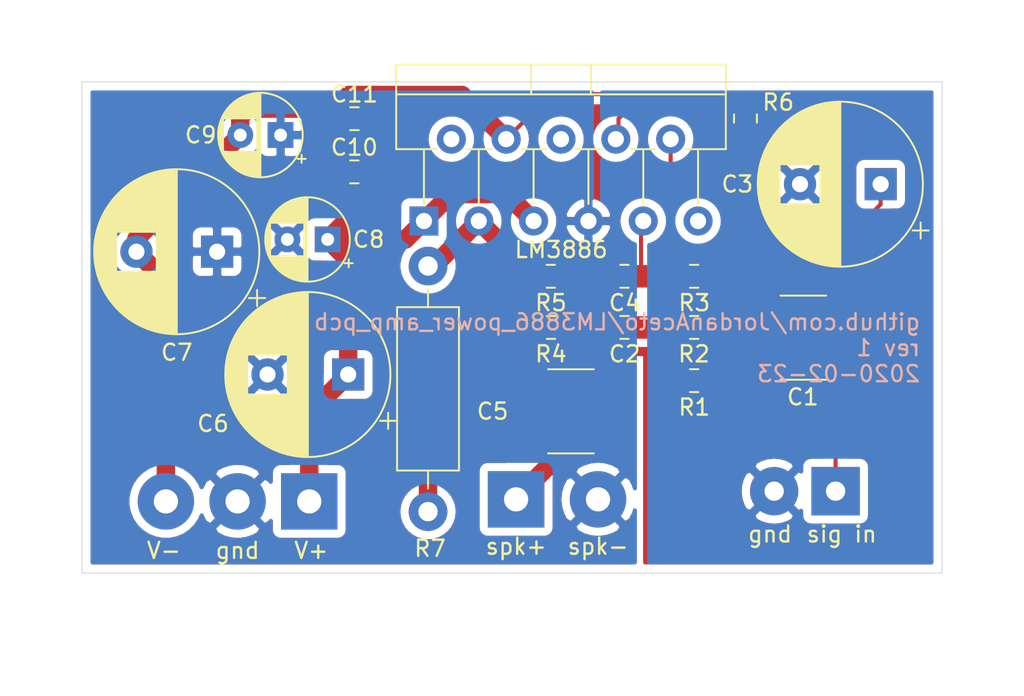
<source format=kicad_pcb>
(kicad_pcb (version 20171130) (host pcbnew 5.1.5-52549c5~84~ubuntu18.04.1)

  (general
    (thickness 1.6)
    (drawings 13)
    (tracks 69)
    (zones 0)
    (modules 22)
    (nets 16)
  )

  (page A4)
  (layers
    (0 F.Cu signal)
    (31 B.Cu signal)
    (32 B.Adhes user)
    (33 F.Adhes user)
    (34 B.Paste user)
    (35 F.Paste user)
    (36 B.SilkS user)
    (37 F.SilkS user)
    (38 B.Mask user)
    (39 F.Mask user)
    (40 Dwgs.User user)
    (41 Cmts.User user)
    (42 Eco1.User user)
    (43 Eco2.User user)
    (44 Edge.Cuts user)
    (45 Margin user)
    (46 B.CrtYd user)
    (47 F.CrtYd user)
    (48 B.Fab user hide)
    (49 F.Fab user hide)
  )

  (setup
    (last_trace_width 0.25)
    (user_trace_width 0.762)
    (user_trace_width 1.143)
    (trace_clearance 0.2)
    (zone_clearance 0.508)
    (zone_45_only no)
    (trace_min 0.2)
    (via_size 0.8)
    (via_drill 0.4)
    (via_min_size 0.4)
    (via_min_drill 0.3)
    (uvia_size 0.3)
    (uvia_drill 0.1)
    (uvias_allowed no)
    (uvia_min_size 0.2)
    (uvia_min_drill 0.1)
    (edge_width 0.05)
    (segment_width 0.2)
    (pcb_text_width 0.3)
    (pcb_text_size 1.5 1.5)
    (mod_edge_width 0.12)
    (mod_text_size 1 1)
    (mod_text_width 0.15)
    (pad_size 1.524 1.524)
    (pad_drill 0.762)
    (pad_to_mask_clearance 0.051)
    (solder_mask_min_width 0.25)
    (aux_axis_origin 0 0)
    (visible_elements FFFFFF7F)
    (pcbplotparams
      (layerselection 0x010fc_ffffffff)
      (usegerberextensions false)
      (usegerberattributes false)
      (usegerberadvancedattributes false)
      (creategerberjobfile false)
      (excludeedgelayer true)
      (linewidth 0.100000)
      (plotframeref false)
      (viasonmask false)
      (mode 1)
      (useauxorigin false)
      (hpglpennumber 1)
      (hpglpenspeed 20)
      (hpglpendiameter 15.000000)
      (psnegative false)
      (psa4output false)
      (plotreference true)
      (plotvalue true)
      (plotinvisibletext false)
      (padsonsilk false)
      (subtractmaskfromsilk false)
      (outputformat 1)
      (mirror false)
      (drillshape 1)
      (scaleselection 1)
      (outputdirectory ""))
  )

  (net 0 "")
  (net 1 "Net-(C1-Pad2)")
  (net 2 "Net-(C1-Pad1)")
  (net 3 GND)
  (net 4 "Net-(C2-Pad1)")
  (net 5 "Net-(C3-Pad1)")
  (net 6 "Net-(C4-Pad2)")
  (net 7 "Net-(C4-Pad1)")
  (net 8 "Net-(C5-Pad1)")
  (net 9 +VDC)
  (net 10 -VDC)
  (net 11 "Net-(J2-Pad1)")
  (net 12 "Net-(R6-Pad2)")
  (net 13 "Net-(U1-Pad11)")
  (net 14 "Net-(U1-Pad6)")
  (net 15 "Net-(U1-Pad2)")

  (net_class Default "This is the default net class."
    (clearance 0.2)
    (trace_width 0.25)
    (via_dia 0.8)
    (via_drill 0.4)
    (uvia_dia 0.3)
    (uvia_drill 0.1)
    (add_net +VDC)
    (add_net -VDC)
    (add_net GND)
    (add_net "Net-(C1-Pad1)")
    (add_net "Net-(C1-Pad2)")
    (add_net "Net-(C2-Pad1)")
    (add_net "Net-(C3-Pad1)")
    (add_net "Net-(C4-Pad1)")
    (add_net "Net-(C4-Pad2)")
    (add_net "Net-(C5-Pad1)")
    (add_net "Net-(J2-Pad1)")
    (add_net "Net-(R6-Pad2)")
    (add_net "Net-(U1-Pad11)")
    (add_net "Net-(U1-Pad2)")
    (add_net "Net-(U1-Pad6)")
  )

  (module Capacitor_THT:CP_Radial_D5.0mm_P2.50mm (layer F.Cu) (tedit 5AE50EF0) (tstamp 5D0EE471)
    (at 60.579 26.162 180)
    (descr "CP, Radial series, Radial, pin pitch=2.50mm, , diameter=5mm, Electrolytic Capacitor")
    (tags "CP Radial series Radial pin pitch 2.50mm  diameter 5mm Electrolytic Capacitor")
    (path /5D18E79C)
    (fp_text reference C9 (at 4.953 0) (layer F.SilkS)
      (effects (font (size 1 1) (thickness 0.15)))
    )
    (fp_text value 10uF (at 1.25 3.75) (layer F.Fab)
      (effects (font (size 1 1) (thickness 0.15)))
    )
    (fp_text user %R (at 1.25 0) (layer F.Fab)
      (effects (font (size 1 1) (thickness 0.15)))
    )
    (fp_line (start -1.304775 -1.725) (end -1.304775 -1.225) (layer F.SilkS) (width 0.12))
    (fp_line (start -1.554775 -1.475) (end -1.054775 -1.475) (layer F.SilkS) (width 0.12))
    (fp_line (start 3.851 -0.284) (end 3.851 0.284) (layer F.SilkS) (width 0.12))
    (fp_line (start 3.811 -0.518) (end 3.811 0.518) (layer F.SilkS) (width 0.12))
    (fp_line (start 3.771 -0.677) (end 3.771 0.677) (layer F.SilkS) (width 0.12))
    (fp_line (start 3.731 -0.805) (end 3.731 0.805) (layer F.SilkS) (width 0.12))
    (fp_line (start 3.691 -0.915) (end 3.691 0.915) (layer F.SilkS) (width 0.12))
    (fp_line (start 3.651 -1.011) (end 3.651 1.011) (layer F.SilkS) (width 0.12))
    (fp_line (start 3.611 -1.098) (end 3.611 1.098) (layer F.SilkS) (width 0.12))
    (fp_line (start 3.571 -1.178) (end 3.571 1.178) (layer F.SilkS) (width 0.12))
    (fp_line (start 3.531 1.04) (end 3.531 1.251) (layer F.SilkS) (width 0.12))
    (fp_line (start 3.531 -1.251) (end 3.531 -1.04) (layer F.SilkS) (width 0.12))
    (fp_line (start 3.491 1.04) (end 3.491 1.319) (layer F.SilkS) (width 0.12))
    (fp_line (start 3.491 -1.319) (end 3.491 -1.04) (layer F.SilkS) (width 0.12))
    (fp_line (start 3.451 1.04) (end 3.451 1.383) (layer F.SilkS) (width 0.12))
    (fp_line (start 3.451 -1.383) (end 3.451 -1.04) (layer F.SilkS) (width 0.12))
    (fp_line (start 3.411 1.04) (end 3.411 1.443) (layer F.SilkS) (width 0.12))
    (fp_line (start 3.411 -1.443) (end 3.411 -1.04) (layer F.SilkS) (width 0.12))
    (fp_line (start 3.371 1.04) (end 3.371 1.5) (layer F.SilkS) (width 0.12))
    (fp_line (start 3.371 -1.5) (end 3.371 -1.04) (layer F.SilkS) (width 0.12))
    (fp_line (start 3.331 1.04) (end 3.331 1.554) (layer F.SilkS) (width 0.12))
    (fp_line (start 3.331 -1.554) (end 3.331 -1.04) (layer F.SilkS) (width 0.12))
    (fp_line (start 3.291 1.04) (end 3.291 1.605) (layer F.SilkS) (width 0.12))
    (fp_line (start 3.291 -1.605) (end 3.291 -1.04) (layer F.SilkS) (width 0.12))
    (fp_line (start 3.251 1.04) (end 3.251 1.653) (layer F.SilkS) (width 0.12))
    (fp_line (start 3.251 -1.653) (end 3.251 -1.04) (layer F.SilkS) (width 0.12))
    (fp_line (start 3.211 1.04) (end 3.211 1.699) (layer F.SilkS) (width 0.12))
    (fp_line (start 3.211 -1.699) (end 3.211 -1.04) (layer F.SilkS) (width 0.12))
    (fp_line (start 3.171 1.04) (end 3.171 1.743) (layer F.SilkS) (width 0.12))
    (fp_line (start 3.171 -1.743) (end 3.171 -1.04) (layer F.SilkS) (width 0.12))
    (fp_line (start 3.131 1.04) (end 3.131 1.785) (layer F.SilkS) (width 0.12))
    (fp_line (start 3.131 -1.785) (end 3.131 -1.04) (layer F.SilkS) (width 0.12))
    (fp_line (start 3.091 1.04) (end 3.091 1.826) (layer F.SilkS) (width 0.12))
    (fp_line (start 3.091 -1.826) (end 3.091 -1.04) (layer F.SilkS) (width 0.12))
    (fp_line (start 3.051 1.04) (end 3.051 1.864) (layer F.SilkS) (width 0.12))
    (fp_line (start 3.051 -1.864) (end 3.051 -1.04) (layer F.SilkS) (width 0.12))
    (fp_line (start 3.011 1.04) (end 3.011 1.901) (layer F.SilkS) (width 0.12))
    (fp_line (start 3.011 -1.901) (end 3.011 -1.04) (layer F.SilkS) (width 0.12))
    (fp_line (start 2.971 1.04) (end 2.971 1.937) (layer F.SilkS) (width 0.12))
    (fp_line (start 2.971 -1.937) (end 2.971 -1.04) (layer F.SilkS) (width 0.12))
    (fp_line (start 2.931 1.04) (end 2.931 1.971) (layer F.SilkS) (width 0.12))
    (fp_line (start 2.931 -1.971) (end 2.931 -1.04) (layer F.SilkS) (width 0.12))
    (fp_line (start 2.891 1.04) (end 2.891 2.004) (layer F.SilkS) (width 0.12))
    (fp_line (start 2.891 -2.004) (end 2.891 -1.04) (layer F.SilkS) (width 0.12))
    (fp_line (start 2.851 1.04) (end 2.851 2.035) (layer F.SilkS) (width 0.12))
    (fp_line (start 2.851 -2.035) (end 2.851 -1.04) (layer F.SilkS) (width 0.12))
    (fp_line (start 2.811 1.04) (end 2.811 2.065) (layer F.SilkS) (width 0.12))
    (fp_line (start 2.811 -2.065) (end 2.811 -1.04) (layer F.SilkS) (width 0.12))
    (fp_line (start 2.771 1.04) (end 2.771 2.095) (layer F.SilkS) (width 0.12))
    (fp_line (start 2.771 -2.095) (end 2.771 -1.04) (layer F.SilkS) (width 0.12))
    (fp_line (start 2.731 1.04) (end 2.731 2.122) (layer F.SilkS) (width 0.12))
    (fp_line (start 2.731 -2.122) (end 2.731 -1.04) (layer F.SilkS) (width 0.12))
    (fp_line (start 2.691 1.04) (end 2.691 2.149) (layer F.SilkS) (width 0.12))
    (fp_line (start 2.691 -2.149) (end 2.691 -1.04) (layer F.SilkS) (width 0.12))
    (fp_line (start 2.651 1.04) (end 2.651 2.175) (layer F.SilkS) (width 0.12))
    (fp_line (start 2.651 -2.175) (end 2.651 -1.04) (layer F.SilkS) (width 0.12))
    (fp_line (start 2.611 1.04) (end 2.611 2.2) (layer F.SilkS) (width 0.12))
    (fp_line (start 2.611 -2.2) (end 2.611 -1.04) (layer F.SilkS) (width 0.12))
    (fp_line (start 2.571 1.04) (end 2.571 2.224) (layer F.SilkS) (width 0.12))
    (fp_line (start 2.571 -2.224) (end 2.571 -1.04) (layer F.SilkS) (width 0.12))
    (fp_line (start 2.531 1.04) (end 2.531 2.247) (layer F.SilkS) (width 0.12))
    (fp_line (start 2.531 -2.247) (end 2.531 -1.04) (layer F.SilkS) (width 0.12))
    (fp_line (start 2.491 1.04) (end 2.491 2.268) (layer F.SilkS) (width 0.12))
    (fp_line (start 2.491 -2.268) (end 2.491 -1.04) (layer F.SilkS) (width 0.12))
    (fp_line (start 2.451 1.04) (end 2.451 2.29) (layer F.SilkS) (width 0.12))
    (fp_line (start 2.451 -2.29) (end 2.451 -1.04) (layer F.SilkS) (width 0.12))
    (fp_line (start 2.411 1.04) (end 2.411 2.31) (layer F.SilkS) (width 0.12))
    (fp_line (start 2.411 -2.31) (end 2.411 -1.04) (layer F.SilkS) (width 0.12))
    (fp_line (start 2.371 1.04) (end 2.371 2.329) (layer F.SilkS) (width 0.12))
    (fp_line (start 2.371 -2.329) (end 2.371 -1.04) (layer F.SilkS) (width 0.12))
    (fp_line (start 2.331 1.04) (end 2.331 2.348) (layer F.SilkS) (width 0.12))
    (fp_line (start 2.331 -2.348) (end 2.331 -1.04) (layer F.SilkS) (width 0.12))
    (fp_line (start 2.291 1.04) (end 2.291 2.365) (layer F.SilkS) (width 0.12))
    (fp_line (start 2.291 -2.365) (end 2.291 -1.04) (layer F.SilkS) (width 0.12))
    (fp_line (start 2.251 1.04) (end 2.251 2.382) (layer F.SilkS) (width 0.12))
    (fp_line (start 2.251 -2.382) (end 2.251 -1.04) (layer F.SilkS) (width 0.12))
    (fp_line (start 2.211 1.04) (end 2.211 2.398) (layer F.SilkS) (width 0.12))
    (fp_line (start 2.211 -2.398) (end 2.211 -1.04) (layer F.SilkS) (width 0.12))
    (fp_line (start 2.171 1.04) (end 2.171 2.414) (layer F.SilkS) (width 0.12))
    (fp_line (start 2.171 -2.414) (end 2.171 -1.04) (layer F.SilkS) (width 0.12))
    (fp_line (start 2.131 1.04) (end 2.131 2.428) (layer F.SilkS) (width 0.12))
    (fp_line (start 2.131 -2.428) (end 2.131 -1.04) (layer F.SilkS) (width 0.12))
    (fp_line (start 2.091 1.04) (end 2.091 2.442) (layer F.SilkS) (width 0.12))
    (fp_line (start 2.091 -2.442) (end 2.091 -1.04) (layer F.SilkS) (width 0.12))
    (fp_line (start 2.051 1.04) (end 2.051 2.455) (layer F.SilkS) (width 0.12))
    (fp_line (start 2.051 -2.455) (end 2.051 -1.04) (layer F.SilkS) (width 0.12))
    (fp_line (start 2.011 1.04) (end 2.011 2.468) (layer F.SilkS) (width 0.12))
    (fp_line (start 2.011 -2.468) (end 2.011 -1.04) (layer F.SilkS) (width 0.12))
    (fp_line (start 1.971 1.04) (end 1.971 2.48) (layer F.SilkS) (width 0.12))
    (fp_line (start 1.971 -2.48) (end 1.971 -1.04) (layer F.SilkS) (width 0.12))
    (fp_line (start 1.93 1.04) (end 1.93 2.491) (layer F.SilkS) (width 0.12))
    (fp_line (start 1.93 -2.491) (end 1.93 -1.04) (layer F.SilkS) (width 0.12))
    (fp_line (start 1.89 1.04) (end 1.89 2.501) (layer F.SilkS) (width 0.12))
    (fp_line (start 1.89 -2.501) (end 1.89 -1.04) (layer F.SilkS) (width 0.12))
    (fp_line (start 1.85 1.04) (end 1.85 2.511) (layer F.SilkS) (width 0.12))
    (fp_line (start 1.85 -2.511) (end 1.85 -1.04) (layer F.SilkS) (width 0.12))
    (fp_line (start 1.81 1.04) (end 1.81 2.52) (layer F.SilkS) (width 0.12))
    (fp_line (start 1.81 -2.52) (end 1.81 -1.04) (layer F.SilkS) (width 0.12))
    (fp_line (start 1.77 1.04) (end 1.77 2.528) (layer F.SilkS) (width 0.12))
    (fp_line (start 1.77 -2.528) (end 1.77 -1.04) (layer F.SilkS) (width 0.12))
    (fp_line (start 1.73 1.04) (end 1.73 2.536) (layer F.SilkS) (width 0.12))
    (fp_line (start 1.73 -2.536) (end 1.73 -1.04) (layer F.SilkS) (width 0.12))
    (fp_line (start 1.69 1.04) (end 1.69 2.543) (layer F.SilkS) (width 0.12))
    (fp_line (start 1.69 -2.543) (end 1.69 -1.04) (layer F.SilkS) (width 0.12))
    (fp_line (start 1.65 1.04) (end 1.65 2.55) (layer F.SilkS) (width 0.12))
    (fp_line (start 1.65 -2.55) (end 1.65 -1.04) (layer F.SilkS) (width 0.12))
    (fp_line (start 1.61 1.04) (end 1.61 2.556) (layer F.SilkS) (width 0.12))
    (fp_line (start 1.61 -2.556) (end 1.61 -1.04) (layer F.SilkS) (width 0.12))
    (fp_line (start 1.57 1.04) (end 1.57 2.561) (layer F.SilkS) (width 0.12))
    (fp_line (start 1.57 -2.561) (end 1.57 -1.04) (layer F.SilkS) (width 0.12))
    (fp_line (start 1.53 1.04) (end 1.53 2.565) (layer F.SilkS) (width 0.12))
    (fp_line (start 1.53 -2.565) (end 1.53 -1.04) (layer F.SilkS) (width 0.12))
    (fp_line (start 1.49 1.04) (end 1.49 2.569) (layer F.SilkS) (width 0.12))
    (fp_line (start 1.49 -2.569) (end 1.49 -1.04) (layer F.SilkS) (width 0.12))
    (fp_line (start 1.45 -2.573) (end 1.45 2.573) (layer F.SilkS) (width 0.12))
    (fp_line (start 1.41 -2.576) (end 1.41 2.576) (layer F.SilkS) (width 0.12))
    (fp_line (start 1.37 -2.578) (end 1.37 2.578) (layer F.SilkS) (width 0.12))
    (fp_line (start 1.33 -2.579) (end 1.33 2.579) (layer F.SilkS) (width 0.12))
    (fp_line (start 1.29 -2.58) (end 1.29 2.58) (layer F.SilkS) (width 0.12))
    (fp_line (start 1.25 -2.58) (end 1.25 2.58) (layer F.SilkS) (width 0.12))
    (fp_line (start -0.633605 -1.3375) (end -0.633605 -0.8375) (layer F.Fab) (width 0.1))
    (fp_line (start -0.883605 -1.0875) (end -0.383605 -1.0875) (layer F.Fab) (width 0.1))
    (fp_circle (center 1.25 0) (end 4 0) (layer F.CrtYd) (width 0.05))
    (fp_circle (center 1.25 0) (end 3.87 0) (layer F.SilkS) (width 0.12))
    (fp_circle (center 1.25 0) (end 3.75 0) (layer F.Fab) (width 0.1))
    (pad 2 thru_hole circle (at 2.5 0 180) (size 1.6 1.6) (drill 0.8) (layers *.Cu *.Mask)
      (net 10 -VDC))
    (pad 1 thru_hole rect (at 0 0 180) (size 1.6 1.6) (drill 0.8) (layers *.Cu *.Mask)
      (net 3 GND))
    (model ${KISYS3DMOD}/Capacitor_THT.3dshapes/CP_Radial_D5.0mm_P2.50mm.wrl
      (at (xyz 0 0 0))
      (scale (xyz 1 1 1))
      (rotate (xyz 0 0 0))
    )
  )

  (module Capacitor_THT:CP_Radial_D5.0mm_P2.50mm (layer F.Cu) (tedit 5AE50EF0) (tstamp 5D0EE9F9)
    (at 63.5 32.639 180)
    (descr "CP, Radial series, Radial, pin pitch=2.50mm, , diameter=5mm, Electrolytic Capacitor")
    (tags "CP Radial series Radial pin pitch 2.50mm  diameter 5mm Electrolytic Capacitor")
    (path /5D18E792)
    (fp_text reference C8 (at -2.54 0) (layer F.SilkS)
      (effects (font (size 1 1) (thickness 0.15)))
    )
    (fp_text value 10uF (at 1.25 3.75) (layer F.Fab)
      (effects (font (size 1 1) (thickness 0.15)))
    )
    (fp_text user %R (at 1.25 0) (layer F.Fab)
      (effects (font (size 1 1) (thickness 0.15)))
    )
    (fp_line (start -1.304775 -1.725) (end -1.304775 -1.225) (layer F.SilkS) (width 0.12))
    (fp_line (start -1.554775 -1.475) (end -1.054775 -1.475) (layer F.SilkS) (width 0.12))
    (fp_line (start 3.851 -0.284) (end 3.851 0.284) (layer F.SilkS) (width 0.12))
    (fp_line (start 3.811 -0.518) (end 3.811 0.518) (layer F.SilkS) (width 0.12))
    (fp_line (start 3.771 -0.677) (end 3.771 0.677) (layer F.SilkS) (width 0.12))
    (fp_line (start 3.731 -0.805) (end 3.731 0.805) (layer F.SilkS) (width 0.12))
    (fp_line (start 3.691 -0.915) (end 3.691 0.915) (layer F.SilkS) (width 0.12))
    (fp_line (start 3.651 -1.011) (end 3.651 1.011) (layer F.SilkS) (width 0.12))
    (fp_line (start 3.611 -1.098) (end 3.611 1.098) (layer F.SilkS) (width 0.12))
    (fp_line (start 3.571 -1.178) (end 3.571 1.178) (layer F.SilkS) (width 0.12))
    (fp_line (start 3.531 1.04) (end 3.531 1.251) (layer F.SilkS) (width 0.12))
    (fp_line (start 3.531 -1.251) (end 3.531 -1.04) (layer F.SilkS) (width 0.12))
    (fp_line (start 3.491 1.04) (end 3.491 1.319) (layer F.SilkS) (width 0.12))
    (fp_line (start 3.491 -1.319) (end 3.491 -1.04) (layer F.SilkS) (width 0.12))
    (fp_line (start 3.451 1.04) (end 3.451 1.383) (layer F.SilkS) (width 0.12))
    (fp_line (start 3.451 -1.383) (end 3.451 -1.04) (layer F.SilkS) (width 0.12))
    (fp_line (start 3.411 1.04) (end 3.411 1.443) (layer F.SilkS) (width 0.12))
    (fp_line (start 3.411 -1.443) (end 3.411 -1.04) (layer F.SilkS) (width 0.12))
    (fp_line (start 3.371 1.04) (end 3.371 1.5) (layer F.SilkS) (width 0.12))
    (fp_line (start 3.371 -1.5) (end 3.371 -1.04) (layer F.SilkS) (width 0.12))
    (fp_line (start 3.331 1.04) (end 3.331 1.554) (layer F.SilkS) (width 0.12))
    (fp_line (start 3.331 -1.554) (end 3.331 -1.04) (layer F.SilkS) (width 0.12))
    (fp_line (start 3.291 1.04) (end 3.291 1.605) (layer F.SilkS) (width 0.12))
    (fp_line (start 3.291 -1.605) (end 3.291 -1.04) (layer F.SilkS) (width 0.12))
    (fp_line (start 3.251 1.04) (end 3.251 1.653) (layer F.SilkS) (width 0.12))
    (fp_line (start 3.251 -1.653) (end 3.251 -1.04) (layer F.SilkS) (width 0.12))
    (fp_line (start 3.211 1.04) (end 3.211 1.699) (layer F.SilkS) (width 0.12))
    (fp_line (start 3.211 -1.699) (end 3.211 -1.04) (layer F.SilkS) (width 0.12))
    (fp_line (start 3.171 1.04) (end 3.171 1.743) (layer F.SilkS) (width 0.12))
    (fp_line (start 3.171 -1.743) (end 3.171 -1.04) (layer F.SilkS) (width 0.12))
    (fp_line (start 3.131 1.04) (end 3.131 1.785) (layer F.SilkS) (width 0.12))
    (fp_line (start 3.131 -1.785) (end 3.131 -1.04) (layer F.SilkS) (width 0.12))
    (fp_line (start 3.091 1.04) (end 3.091 1.826) (layer F.SilkS) (width 0.12))
    (fp_line (start 3.091 -1.826) (end 3.091 -1.04) (layer F.SilkS) (width 0.12))
    (fp_line (start 3.051 1.04) (end 3.051 1.864) (layer F.SilkS) (width 0.12))
    (fp_line (start 3.051 -1.864) (end 3.051 -1.04) (layer F.SilkS) (width 0.12))
    (fp_line (start 3.011 1.04) (end 3.011 1.901) (layer F.SilkS) (width 0.12))
    (fp_line (start 3.011 -1.901) (end 3.011 -1.04) (layer F.SilkS) (width 0.12))
    (fp_line (start 2.971 1.04) (end 2.971 1.937) (layer F.SilkS) (width 0.12))
    (fp_line (start 2.971 -1.937) (end 2.971 -1.04) (layer F.SilkS) (width 0.12))
    (fp_line (start 2.931 1.04) (end 2.931 1.971) (layer F.SilkS) (width 0.12))
    (fp_line (start 2.931 -1.971) (end 2.931 -1.04) (layer F.SilkS) (width 0.12))
    (fp_line (start 2.891 1.04) (end 2.891 2.004) (layer F.SilkS) (width 0.12))
    (fp_line (start 2.891 -2.004) (end 2.891 -1.04) (layer F.SilkS) (width 0.12))
    (fp_line (start 2.851 1.04) (end 2.851 2.035) (layer F.SilkS) (width 0.12))
    (fp_line (start 2.851 -2.035) (end 2.851 -1.04) (layer F.SilkS) (width 0.12))
    (fp_line (start 2.811 1.04) (end 2.811 2.065) (layer F.SilkS) (width 0.12))
    (fp_line (start 2.811 -2.065) (end 2.811 -1.04) (layer F.SilkS) (width 0.12))
    (fp_line (start 2.771 1.04) (end 2.771 2.095) (layer F.SilkS) (width 0.12))
    (fp_line (start 2.771 -2.095) (end 2.771 -1.04) (layer F.SilkS) (width 0.12))
    (fp_line (start 2.731 1.04) (end 2.731 2.122) (layer F.SilkS) (width 0.12))
    (fp_line (start 2.731 -2.122) (end 2.731 -1.04) (layer F.SilkS) (width 0.12))
    (fp_line (start 2.691 1.04) (end 2.691 2.149) (layer F.SilkS) (width 0.12))
    (fp_line (start 2.691 -2.149) (end 2.691 -1.04) (layer F.SilkS) (width 0.12))
    (fp_line (start 2.651 1.04) (end 2.651 2.175) (layer F.SilkS) (width 0.12))
    (fp_line (start 2.651 -2.175) (end 2.651 -1.04) (layer F.SilkS) (width 0.12))
    (fp_line (start 2.611 1.04) (end 2.611 2.2) (layer F.SilkS) (width 0.12))
    (fp_line (start 2.611 -2.2) (end 2.611 -1.04) (layer F.SilkS) (width 0.12))
    (fp_line (start 2.571 1.04) (end 2.571 2.224) (layer F.SilkS) (width 0.12))
    (fp_line (start 2.571 -2.224) (end 2.571 -1.04) (layer F.SilkS) (width 0.12))
    (fp_line (start 2.531 1.04) (end 2.531 2.247) (layer F.SilkS) (width 0.12))
    (fp_line (start 2.531 -2.247) (end 2.531 -1.04) (layer F.SilkS) (width 0.12))
    (fp_line (start 2.491 1.04) (end 2.491 2.268) (layer F.SilkS) (width 0.12))
    (fp_line (start 2.491 -2.268) (end 2.491 -1.04) (layer F.SilkS) (width 0.12))
    (fp_line (start 2.451 1.04) (end 2.451 2.29) (layer F.SilkS) (width 0.12))
    (fp_line (start 2.451 -2.29) (end 2.451 -1.04) (layer F.SilkS) (width 0.12))
    (fp_line (start 2.411 1.04) (end 2.411 2.31) (layer F.SilkS) (width 0.12))
    (fp_line (start 2.411 -2.31) (end 2.411 -1.04) (layer F.SilkS) (width 0.12))
    (fp_line (start 2.371 1.04) (end 2.371 2.329) (layer F.SilkS) (width 0.12))
    (fp_line (start 2.371 -2.329) (end 2.371 -1.04) (layer F.SilkS) (width 0.12))
    (fp_line (start 2.331 1.04) (end 2.331 2.348) (layer F.SilkS) (width 0.12))
    (fp_line (start 2.331 -2.348) (end 2.331 -1.04) (layer F.SilkS) (width 0.12))
    (fp_line (start 2.291 1.04) (end 2.291 2.365) (layer F.SilkS) (width 0.12))
    (fp_line (start 2.291 -2.365) (end 2.291 -1.04) (layer F.SilkS) (width 0.12))
    (fp_line (start 2.251 1.04) (end 2.251 2.382) (layer F.SilkS) (width 0.12))
    (fp_line (start 2.251 -2.382) (end 2.251 -1.04) (layer F.SilkS) (width 0.12))
    (fp_line (start 2.211 1.04) (end 2.211 2.398) (layer F.SilkS) (width 0.12))
    (fp_line (start 2.211 -2.398) (end 2.211 -1.04) (layer F.SilkS) (width 0.12))
    (fp_line (start 2.171 1.04) (end 2.171 2.414) (layer F.SilkS) (width 0.12))
    (fp_line (start 2.171 -2.414) (end 2.171 -1.04) (layer F.SilkS) (width 0.12))
    (fp_line (start 2.131 1.04) (end 2.131 2.428) (layer F.SilkS) (width 0.12))
    (fp_line (start 2.131 -2.428) (end 2.131 -1.04) (layer F.SilkS) (width 0.12))
    (fp_line (start 2.091 1.04) (end 2.091 2.442) (layer F.SilkS) (width 0.12))
    (fp_line (start 2.091 -2.442) (end 2.091 -1.04) (layer F.SilkS) (width 0.12))
    (fp_line (start 2.051 1.04) (end 2.051 2.455) (layer F.SilkS) (width 0.12))
    (fp_line (start 2.051 -2.455) (end 2.051 -1.04) (layer F.SilkS) (width 0.12))
    (fp_line (start 2.011 1.04) (end 2.011 2.468) (layer F.SilkS) (width 0.12))
    (fp_line (start 2.011 -2.468) (end 2.011 -1.04) (layer F.SilkS) (width 0.12))
    (fp_line (start 1.971 1.04) (end 1.971 2.48) (layer F.SilkS) (width 0.12))
    (fp_line (start 1.971 -2.48) (end 1.971 -1.04) (layer F.SilkS) (width 0.12))
    (fp_line (start 1.93 1.04) (end 1.93 2.491) (layer F.SilkS) (width 0.12))
    (fp_line (start 1.93 -2.491) (end 1.93 -1.04) (layer F.SilkS) (width 0.12))
    (fp_line (start 1.89 1.04) (end 1.89 2.501) (layer F.SilkS) (width 0.12))
    (fp_line (start 1.89 -2.501) (end 1.89 -1.04) (layer F.SilkS) (width 0.12))
    (fp_line (start 1.85 1.04) (end 1.85 2.511) (layer F.SilkS) (width 0.12))
    (fp_line (start 1.85 -2.511) (end 1.85 -1.04) (layer F.SilkS) (width 0.12))
    (fp_line (start 1.81 1.04) (end 1.81 2.52) (layer F.SilkS) (width 0.12))
    (fp_line (start 1.81 -2.52) (end 1.81 -1.04) (layer F.SilkS) (width 0.12))
    (fp_line (start 1.77 1.04) (end 1.77 2.528) (layer F.SilkS) (width 0.12))
    (fp_line (start 1.77 -2.528) (end 1.77 -1.04) (layer F.SilkS) (width 0.12))
    (fp_line (start 1.73 1.04) (end 1.73 2.536) (layer F.SilkS) (width 0.12))
    (fp_line (start 1.73 -2.536) (end 1.73 -1.04) (layer F.SilkS) (width 0.12))
    (fp_line (start 1.69 1.04) (end 1.69 2.543) (layer F.SilkS) (width 0.12))
    (fp_line (start 1.69 -2.543) (end 1.69 -1.04) (layer F.SilkS) (width 0.12))
    (fp_line (start 1.65 1.04) (end 1.65 2.55) (layer F.SilkS) (width 0.12))
    (fp_line (start 1.65 -2.55) (end 1.65 -1.04) (layer F.SilkS) (width 0.12))
    (fp_line (start 1.61 1.04) (end 1.61 2.556) (layer F.SilkS) (width 0.12))
    (fp_line (start 1.61 -2.556) (end 1.61 -1.04) (layer F.SilkS) (width 0.12))
    (fp_line (start 1.57 1.04) (end 1.57 2.561) (layer F.SilkS) (width 0.12))
    (fp_line (start 1.57 -2.561) (end 1.57 -1.04) (layer F.SilkS) (width 0.12))
    (fp_line (start 1.53 1.04) (end 1.53 2.565) (layer F.SilkS) (width 0.12))
    (fp_line (start 1.53 -2.565) (end 1.53 -1.04) (layer F.SilkS) (width 0.12))
    (fp_line (start 1.49 1.04) (end 1.49 2.569) (layer F.SilkS) (width 0.12))
    (fp_line (start 1.49 -2.569) (end 1.49 -1.04) (layer F.SilkS) (width 0.12))
    (fp_line (start 1.45 -2.573) (end 1.45 2.573) (layer F.SilkS) (width 0.12))
    (fp_line (start 1.41 -2.576) (end 1.41 2.576) (layer F.SilkS) (width 0.12))
    (fp_line (start 1.37 -2.578) (end 1.37 2.578) (layer F.SilkS) (width 0.12))
    (fp_line (start 1.33 -2.579) (end 1.33 2.579) (layer F.SilkS) (width 0.12))
    (fp_line (start 1.29 -2.58) (end 1.29 2.58) (layer F.SilkS) (width 0.12))
    (fp_line (start 1.25 -2.58) (end 1.25 2.58) (layer F.SilkS) (width 0.12))
    (fp_line (start -0.633605 -1.3375) (end -0.633605 -0.8375) (layer F.Fab) (width 0.1))
    (fp_line (start -0.883605 -1.0875) (end -0.383605 -1.0875) (layer F.Fab) (width 0.1))
    (fp_circle (center 1.25 0) (end 4 0) (layer F.CrtYd) (width 0.05))
    (fp_circle (center 1.25 0) (end 3.87 0) (layer F.SilkS) (width 0.12))
    (fp_circle (center 1.25 0) (end 3.75 0) (layer F.Fab) (width 0.1))
    (pad 2 thru_hole circle (at 2.5 0 180) (size 1.6 1.6) (drill 0.8) (layers *.Cu *.Mask)
      (net 3 GND))
    (pad 1 thru_hole rect (at 0 0 180) (size 1.6 1.6) (drill 0.8) (layers *.Cu *.Mask)
      (net 9 +VDC))
    (model ${KISYS3DMOD}/Capacitor_THT.3dshapes/CP_Radial_D5.0mm_P2.50mm.wrl
      (at (xyz 0 0 0))
      (scale (xyz 1 1 1))
      (rotate (xyz 0 0 0))
    )
  )

  (module Capacitor_SMD:C_2220_5650Metric_Pad1.97x5.40mm_HandSolder (layer F.Cu) (tedit 5B301BBE) (tstamp 5D0EE587)
    (at 78.5835 43.307)
    (descr "Capacitor SMD 2220 (5650 Metric), square (rectangular) end terminal, IPC_7351 nominal with elongated pad for handsoldering. (Body size from: http://datasheets.avx.com/AVX-HV_MLCC.pdf), generated with kicad-footprint-generator")
    (tags "capacitor handsolder")
    (path /5D0DD6E5)
    (attr smd)
    (fp_text reference C5 (at -4.8555 0) (layer F.SilkS)
      (effects (font (size 1 1) (thickness 0.15)))
    )
    (fp_text value 220nF (at 0 3.65) (layer F.Fab)
      (effects (font (size 1 1) (thickness 0.15)))
    )
    (fp_text user %R (at 0 0) (layer F.Fab)
      (effects (font (size 1 1) (thickness 0.15)))
    )
    (fp_line (start 3.88 2.95) (end -3.88 2.95) (layer F.CrtYd) (width 0.05))
    (fp_line (start 3.88 -2.95) (end 3.88 2.95) (layer F.CrtYd) (width 0.05))
    (fp_line (start -3.88 -2.95) (end 3.88 -2.95) (layer F.CrtYd) (width 0.05))
    (fp_line (start -3.88 2.95) (end -3.88 -2.95) (layer F.CrtYd) (width 0.05))
    (fp_line (start -1.415748 2.61) (end 1.415748 2.61) (layer F.SilkS) (width 0.12))
    (fp_line (start -1.415748 -2.61) (end 1.415748 -2.61) (layer F.SilkS) (width 0.12))
    (fp_line (start 2.85 2.5) (end -2.85 2.5) (layer F.Fab) (width 0.1))
    (fp_line (start 2.85 -2.5) (end 2.85 2.5) (layer F.Fab) (width 0.1))
    (fp_line (start -2.85 -2.5) (end 2.85 -2.5) (layer F.Fab) (width 0.1))
    (fp_line (start -2.85 2.5) (end -2.85 -2.5) (layer F.Fab) (width 0.1))
    (pad 2 smd roundrect (at 2.6375 0) (size 1.975 5.4) (layers F.Cu F.Paste F.Mask) (roundrect_rratio 0.126582)
      (net 3 GND))
    (pad 1 smd roundrect (at -2.6375 0) (size 1.975 5.4) (layers F.Cu F.Paste F.Mask) (roundrect_rratio 0.126582)
      (net 8 "Net-(C5-Pad1)"))
    (model ${KISYS3DMOD}/Capacitor_SMD.3dshapes/C_2220_5650Metric.wrl
      (at (xyz 0 0 0))
      (scale (xyz 1 1 1))
      (rotate (xyz 0 0 0))
    )
  )

  (module Capacitor_SMD:C_2220_5650Metric_Pad1.97x5.40mm_HandSolder (layer F.Cu) (tedit 5B301BBE) (tstamp 5D0EE5B7)
    (at 92.9935 38.735)
    (descr "Capacitor SMD 2220 (5650 Metric), square (rectangular) end terminal, IPC_7351 nominal with elongated pad for handsoldering. (Body size from: http://datasheets.avx.com/AVX-HV_MLCC.pdf), generated with kicad-footprint-generator")
    (tags "capacitor handsolder")
    (path /5D0D456D)
    (attr smd)
    (fp_text reference C1 (at -0.0295 3.683) (layer F.SilkS)
      (effects (font (size 1 1) (thickness 0.15)))
    )
    (fp_text value 1uF (at 0 3.65) (layer F.Fab)
      (effects (font (size 1 1) (thickness 0.15)))
    )
    (fp_text user %R (at 0 0) (layer F.Fab)
      (effects (font (size 1 1) (thickness 0.15)))
    )
    (fp_line (start 3.88 2.95) (end -3.88 2.95) (layer F.CrtYd) (width 0.05))
    (fp_line (start 3.88 -2.95) (end 3.88 2.95) (layer F.CrtYd) (width 0.05))
    (fp_line (start -3.88 -2.95) (end 3.88 -2.95) (layer F.CrtYd) (width 0.05))
    (fp_line (start -3.88 2.95) (end -3.88 -2.95) (layer F.CrtYd) (width 0.05))
    (fp_line (start -1.415748 2.61) (end 1.415748 2.61) (layer F.SilkS) (width 0.12))
    (fp_line (start -1.415748 -2.61) (end 1.415748 -2.61) (layer F.SilkS) (width 0.12))
    (fp_line (start 2.85 2.5) (end -2.85 2.5) (layer F.Fab) (width 0.1))
    (fp_line (start 2.85 -2.5) (end 2.85 2.5) (layer F.Fab) (width 0.1))
    (fp_line (start -2.85 -2.5) (end 2.85 -2.5) (layer F.Fab) (width 0.1))
    (fp_line (start -2.85 2.5) (end -2.85 -2.5) (layer F.Fab) (width 0.1))
    (pad 2 smd roundrect (at 2.6375 0) (size 1.975 5.4) (layers F.Cu F.Paste F.Mask) (roundrect_rratio 0.126582)
      (net 1 "Net-(C1-Pad2)"))
    (pad 1 smd roundrect (at -2.6375 0) (size 1.975 5.4) (layers F.Cu F.Paste F.Mask) (roundrect_rratio 0.126582)
      (net 2 "Net-(C1-Pad1)"))
    (model ${KISYS3DMOD}/Capacitor_SMD.3dshapes/C_2220_5650Metric.wrl
      (at (xyz 0 0 0))
      (scale (xyz 1 1 1))
      (rotate (xyz 0 0 0))
    )
  )

  (module Capacitor_SMD:C_0805_2012Metric_Pad1.15x1.40mm_HandSolder (layer F.Cu) (tedit 5B36C52B) (tstamp 5D0EE8A8)
    (at 65.16 25.146 180)
    (descr "Capacitor SMD 0805 (2012 Metric), square (rectangular) end terminal, IPC_7351 nominal with elongated pad for handsoldering. (Body size source: https://docs.google.com/spreadsheets/d/1BsfQQcO9C6DZCsRaXUlFlo91Tg2WpOkGARC1WS5S8t0/edit?usp=sharing), generated with kicad-footprint-generator")
    (tags "capacitor handsolder")
    (path /5D18B32D)
    (attr smd)
    (fp_text reference C11 (at 0 1.524) (layer F.SilkS)
      (effects (font (size 1 1) (thickness 0.15)))
    )
    (fp_text value 100nF (at 0 1.65) (layer F.Fab)
      (effects (font (size 1 1) (thickness 0.15)))
    )
    (fp_text user %R (at 0 0) (layer F.Fab)
      (effects (font (size 0.5 0.5) (thickness 0.08)))
    )
    (fp_line (start 1.85 0.95) (end -1.85 0.95) (layer F.CrtYd) (width 0.05))
    (fp_line (start 1.85 -0.95) (end 1.85 0.95) (layer F.CrtYd) (width 0.05))
    (fp_line (start -1.85 -0.95) (end 1.85 -0.95) (layer F.CrtYd) (width 0.05))
    (fp_line (start -1.85 0.95) (end -1.85 -0.95) (layer F.CrtYd) (width 0.05))
    (fp_line (start -0.261252 0.71) (end 0.261252 0.71) (layer F.SilkS) (width 0.12))
    (fp_line (start -0.261252 -0.71) (end 0.261252 -0.71) (layer F.SilkS) (width 0.12))
    (fp_line (start 1 0.6) (end -1 0.6) (layer F.Fab) (width 0.1))
    (fp_line (start 1 -0.6) (end 1 0.6) (layer F.Fab) (width 0.1))
    (fp_line (start -1 -0.6) (end 1 -0.6) (layer F.Fab) (width 0.1))
    (fp_line (start -1 0.6) (end -1 -0.6) (layer F.Fab) (width 0.1))
    (pad 2 smd roundrect (at 1.025 0 180) (size 1.15 1.4) (layers F.Cu F.Paste F.Mask) (roundrect_rratio 0.217391)
      (net 10 -VDC))
    (pad 1 smd roundrect (at -1.025 0 180) (size 1.15 1.4) (layers F.Cu F.Paste F.Mask) (roundrect_rratio 0.217391)
      (net 3 GND))
    (model ${KISYS3DMOD}/Capacitor_SMD.3dshapes/C_0805_2012Metric.wrl
      (at (xyz 0 0 0))
      (scale (xyz 1 1 1))
      (rotate (xyz 0 0 0))
    )
  )

  (module Capacitor_SMD:C_0805_2012Metric_Pad1.15x1.40mm_HandSolder (layer F.Cu) (tedit 5B36C52B) (tstamp 5D0EE908)
    (at 65.151 28.448 180)
    (descr "Capacitor SMD 0805 (2012 Metric), square (rectangular) end terminal, IPC_7351 nominal with elongated pad for handsoldering. (Body size source: https://docs.google.com/spreadsheets/d/1BsfQQcO9C6DZCsRaXUlFlo91Tg2WpOkGARC1WS5S8t0/edit?usp=sharing), generated with kicad-footprint-generator")
    (tags "capacitor handsolder")
    (path /5D18331B)
    (attr smd)
    (fp_text reference C10 (at 0 1.524) (layer F.SilkS)
      (effects (font (size 1 1) (thickness 0.15)))
    )
    (fp_text value 100nF (at 0 1.65) (layer F.Fab)
      (effects (font (size 1 1) (thickness 0.15)))
    )
    (fp_text user %R (at 0 0) (layer F.Fab)
      (effects (font (size 0.5 0.5) (thickness 0.08)))
    )
    (fp_line (start 1.85 0.95) (end -1.85 0.95) (layer F.CrtYd) (width 0.05))
    (fp_line (start 1.85 -0.95) (end 1.85 0.95) (layer F.CrtYd) (width 0.05))
    (fp_line (start -1.85 -0.95) (end 1.85 -0.95) (layer F.CrtYd) (width 0.05))
    (fp_line (start -1.85 0.95) (end -1.85 -0.95) (layer F.CrtYd) (width 0.05))
    (fp_line (start -0.261252 0.71) (end 0.261252 0.71) (layer F.SilkS) (width 0.12))
    (fp_line (start -0.261252 -0.71) (end 0.261252 -0.71) (layer F.SilkS) (width 0.12))
    (fp_line (start 1 0.6) (end -1 0.6) (layer F.Fab) (width 0.1))
    (fp_line (start 1 -0.6) (end 1 0.6) (layer F.Fab) (width 0.1))
    (fp_line (start -1 -0.6) (end 1 -0.6) (layer F.Fab) (width 0.1))
    (fp_line (start -1 0.6) (end -1 -0.6) (layer F.Fab) (width 0.1))
    (pad 2 smd roundrect (at 1.025 0 180) (size 1.15 1.4) (layers F.Cu F.Paste F.Mask) (roundrect_rratio 0.217391)
      (net 3 GND))
    (pad 1 smd roundrect (at -1.025 0 180) (size 1.15 1.4) (layers F.Cu F.Paste F.Mask) (roundrect_rratio 0.217391)
      (net 9 +VDC))
    (model ${KISYS3DMOD}/Capacitor_SMD.3dshapes/C_0805_2012Metric.wrl
      (at (xyz 0 0 0))
      (scale (xyz 1 1 1))
      (rotate (xyz 0 0 0))
    )
  )

  (module Capacitor_SMD:C_0805_2012Metric_Pad1.15x1.40mm_HandSolder (layer F.Cu) (tedit 5B36C52B) (tstamp 5D0EE5E7)
    (at 81.906 34.925)
    (descr "Capacitor SMD 0805 (2012 Metric), square (rectangular) end terminal, IPC_7351 nominal with elongated pad for handsoldering. (Body size source: https://docs.google.com/spreadsheets/d/1BsfQQcO9C6DZCsRaXUlFlo91Tg2WpOkGARC1WS5S8t0/edit?usp=sharing), generated with kicad-footprint-generator")
    (tags "capacitor handsolder")
    (path /5D0D7E29)
    (attr smd)
    (fp_text reference C4 (at 0.009 1.651) (layer F.SilkS)
      (effects (font (size 1 1) (thickness 0.15)))
    )
    (fp_text value 50pF (at 0 1.65) (layer F.Fab)
      (effects (font (size 1 1) (thickness 0.15)))
    )
    (fp_text user %R (at 0 0) (layer F.Fab)
      (effects (font (size 0.5 0.5) (thickness 0.08)))
    )
    (fp_line (start 1.85 0.95) (end -1.85 0.95) (layer F.CrtYd) (width 0.05))
    (fp_line (start 1.85 -0.95) (end 1.85 0.95) (layer F.CrtYd) (width 0.05))
    (fp_line (start -1.85 -0.95) (end 1.85 -0.95) (layer F.CrtYd) (width 0.05))
    (fp_line (start -1.85 0.95) (end -1.85 -0.95) (layer F.CrtYd) (width 0.05))
    (fp_line (start -0.261252 0.71) (end 0.261252 0.71) (layer F.SilkS) (width 0.12))
    (fp_line (start -0.261252 -0.71) (end 0.261252 -0.71) (layer F.SilkS) (width 0.12))
    (fp_line (start 1 0.6) (end -1 0.6) (layer F.Fab) (width 0.1))
    (fp_line (start 1 -0.6) (end 1 0.6) (layer F.Fab) (width 0.1))
    (fp_line (start -1 -0.6) (end 1 -0.6) (layer F.Fab) (width 0.1))
    (fp_line (start -1 0.6) (end -1 -0.6) (layer F.Fab) (width 0.1))
    (pad 2 smd roundrect (at 1.025 0) (size 1.15 1.4) (layers F.Cu F.Paste F.Mask) (roundrect_rratio 0.217391)
      (net 6 "Net-(C4-Pad2)"))
    (pad 1 smd roundrect (at -1.025 0) (size 1.15 1.4) (layers F.Cu F.Paste F.Mask) (roundrect_rratio 0.217391)
      (net 7 "Net-(C4-Pad1)"))
    (model ${KISYS3DMOD}/Capacitor_SMD.3dshapes/C_0805_2012Metric.wrl
      (at (xyz 0 0 0))
      (scale (xyz 1 1 1))
      (rotate (xyz 0 0 0))
    )
  )

  (module Capacitor_SMD:C_0805_2012Metric_Pad1.15x1.40mm_HandSolder (layer F.Cu) (tedit 5B36C52B) (tstamp 5D0EE878)
    (at 81.906 38.1 180)
    (descr "Capacitor SMD 0805 (2012 Metric), square (rectangular) end terminal, IPC_7351 nominal with elongated pad for handsoldering. (Body size source: https://docs.google.com/spreadsheets/d/1BsfQQcO9C6DZCsRaXUlFlo91Tg2WpOkGARC1WS5S8t0/edit?usp=sharing), generated with kicad-footprint-generator")
    (tags "capacitor handsolder")
    (path /5D0D441C)
    (attr smd)
    (fp_text reference C2 (at -0.009 -1.651) (layer F.SilkS)
      (effects (font (size 1 1) (thickness 0.15)))
    )
    (fp_text value 4n7 (at 0 1.65) (layer F.Fab)
      (effects (font (size 1 1) (thickness 0.15)))
    )
    (fp_text user %R (at 0 0) (layer F.Fab)
      (effects (font (size 0.5 0.5) (thickness 0.08)))
    )
    (fp_line (start 1.85 0.95) (end -1.85 0.95) (layer F.CrtYd) (width 0.05))
    (fp_line (start 1.85 -0.95) (end 1.85 0.95) (layer F.CrtYd) (width 0.05))
    (fp_line (start -1.85 -0.95) (end 1.85 -0.95) (layer F.CrtYd) (width 0.05))
    (fp_line (start -1.85 0.95) (end -1.85 -0.95) (layer F.CrtYd) (width 0.05))
    (fp_line (start -0.261252 0.71) (end 0.261252 0.71) (layer F.SilkS) (width 0.12))
    (fp_line (start -0.261252 -0.71) (end 0.261252 -0.71) (layer F.SilkS) (width 0.12))
    (fp_line (start 1 0.6) (end -1 0.6) (layer F.Fab) (width 0.1))
    (fp_line (start 1 -0.6) (end 1 0.6) (layer F.Fab) (width 0.1))
    (fp_line (start -1 -0.6) (end 1 -0.6) (layer F.Fab) (width 0.1))
    (fp_line (start -1 0.6) (end -1 -0.6) (layer F.Fab) (width 0.1))
    (pad 2 smd roundrect (at 1.025 0 180) (size 1.15 1.4) (layers F.Cu F.Paste F.Mask) (roundrect_rratio 0.217391)
      (net 3 GND))
    (pad 1 smd roundrect (at -1.025 0 180) (size 1.15 1.4) (layers F.Cu F.Paste F.Mask) (roundrect_rratio 0.217391)
      (net 4 "Net-(C2-Pad1)"))
    (model ${KISYS3DMOD}/Capacitor_SMD.3dshapes/C_0805_2012Metric.wrl
      (at (xyz 0 0 0))
      (scale (xyz 1 1 1))
      (rotate (xyz 0 0 0))
    )
  )

  (module Connector_Wire:SolderWirePad_1x02_P3.81mm_Drill1.2mm (layer F.Cu) (tedit 5AEE5EF3) (tstamp 5D0EE962)
    (at 94.996 48.26 180)
    (descr "Wire solder connection")
    (tags connector)
    (path /5D10B883)
    (attr virtual)
    (fp_text reference J1 (at 1.905 3.175) (layer F.SilkS) hide
      (effects (font (size 1 1) (thickness 0.15)))
    )
    (fp_text value signal_in (at 1.905 3.81) (layer F.Fab)
      (effects (font (size 1 1) (thickness 0.15)))
    )
    (fp_line (start 5.81 2) (end -1.99 2) (layer F.CrtYd) (width 0.05))
    (fp_line (start 5.81 2) (end 5.81 -2) (layer F.CrtYd) (width 0.05))
    (fp_line (start -1.99 -2) (end -1.99 2) (layer F.CrtYd) (width 0.05))
    (fp_line (start -1.99 -2) (end 5.81 -2) (layer F.CrtYd) (width 0.05))
    (fp_text user %R (at 1.905 0) (layer F.Fab)
      (effects (font (size 1 1) (thickness 0.15)))
    )
    (pad 2 thru_hole circle (at 3.81 0 180) (size 2.99974 2.99974) (drill 1.19888) (layers *.Cu *.Mask)
      (net 3 GND))
    (pad 1 thru_hole rect (at 0 0 180) (size 2.99974 2.99974) (drill 1.19888) (layers *.Cu *.Mask)
      (net 1 "Net-(C1-Pad2)"))
  )

  (module Connector_Wire:SolderWirePad_1x03_P4.445mm_Drill1.5mm (layer F.Cu) (tedit 5AEE5F77) (tstamp 5D0EF13A)
    (at 62.357 48.895 180)
    (descr "Wire solder connection")
    (tags connector)
    (path /5D1A20A9)
    (attr virtual)
    (fp_text reference J3 (at 4.445 3.175) (layer F.SilkS) hide
      (effects (font (size 1 1) (thickness 0.15)))
    )
    (fp_text value power_in (at 4.445 3.81) (layer F.Fab)
      (effects (font (size 1 1) (thickness 0.15)))
    )
    (fp_line (start 11.13 2.25) (end -2.25 2.25) (layer F.CrtYd) (width 0.05))
    (fp_line (start 11.13 2.25) (end 11.13 -2.25) (layer F.CrtYd) (width 0.05))
    (fp_line (start -2.25 -2.25) (end -2.25 2.25) (layer F.CrtYd) (width 0.05))
    (fp_line (start -2.25 -2.25) (end 11.13 -2.25) (layer F.CrtYd) (width 0.05))
    (fp_text user %R (at 4.445 0) (layer F.Fab)
      (effects (font (size 1 1) (thickness 0.15)))
    )
    (pad 3 thru_hole circle (at 8.89 0 180) (size 3.50012 3.50012) (drill 1.50114) (layers *.Cu *.Mask)
      (net 10 -VDC))
    (pad 2 thru_hole circle (at 4.445 0 180) (size 3.50012 3.50012) (drill 1.50114) (layers *.Cu *.Mask)
      (net 3 GND))
    (pad 1 thru_hole rect (at 0 0 180) (size 3.50012 3.50012) (drill 1.50114) (layers *.Cu *.Mask)
      (net 9 +VDC))
  )

  (module Connector_Wire:SolderWirePad_1x02_P5.08mm_Drill1.5mm (layer F.Cu) (tedit 5AEE5F19) (tstamp 5D0EF085)
    (at 75.184 48.768)
    (descr "Wire solder connection")
    (tags connector)
    (path /5D112FF0)
    (attr virtual)
    (fp_text reference J2 (at 1.905 3.175) (layer F.SilkS) hide
      (effects (font (size 1 1) (thickness 0.15)))
    )
    (fp_text value speaker_out (at 2.54 3.81) (layer F.Fab)
      (effects (font (size 1 1) (thickness 0.15)))
    )
    (fp_line (start 7.33 2.25) (end -2.25 2.25) (layer F.CrtYd) (width 0.05))
    (fp_line (start 7.33 2.25) (end 7.33 -2.25) (layer F.CrtYd) (width 0.05))
    (fp_line (start -2.25 -2.25) (end -2.25 2.25) (layer F.CrtYd) (width 0.05))
    (fp_line (start -2.25 -2.25) (end 7.33 -2.25) (layer F.CrtYd) (width 0.05))
    (fp_text user %R (at 2.54 0) (layer F.Fab)
      (effects (font (size 1 1) (thickness 0.15)))
    )
    (pad 2 thru_hole circle (at 5.08 0) (size 3.50012 3.50012) (drill 1.50114) (layers *.Cu *.Mask)
      (net 3 GND))
    (pad 1 thru_hole rect (at 0 0) (size 3.50012 3.50012) (drill 1.50114) (layers *.Cu *.Mask)
      (net 11 "Net-(J2-Pad1)"))
  )

  (module Package_TO_SOT_THT:TO-220-11_P3.4x5.08mm_StaggerOdd_Lead4.85mm_Vertical (layer F.Cu) (tedit 5AF05A31) (tstamp 5D0EF0CB)
    (at 69.469 31.496)
    (descr "TO-220-11, Vertical, RM 1.7mm, staggered type-1, see http://www.st.com/resource/en/datasheet/tda7391lv.pdf")
    (tags "TO-220-11 Vertical RM 1.7mm staggered type-1")
    (path /5D0D37F7)
    (fp_text reference U1 (at 7.239 1.778) (layer F.SilkS) hide
      (effects (font (size 1 1) (thickness 0.15)))
    )
    (fp_text value LM3886 (at 8.5 2.15) (layer F.Fab)
      (effects (font (size 1 1) (thickness 0.15)))
    )
    (fp_text user %R (at 8.5 -10.7) (layer F.Fab)
      (effects (font (size 1 1) (thickness 0.15)))
    )
    (fp_line (start 18.85 -9.83) (end -1.85 -9.83) (layer F.CrtYd) (width 0.05))
    (fp_line (start 18.85 1.16) (end 18.85 -9.83) (layer F.CrtYd) (width 0.05))
    (fp_line (start -1.85 1.16) (end 18.85 1.16) (layer F.CrtYd) (width 0.05))
    (fp_line (start -1.85 -9.83) (end -1.85 1.16) (layer F.CrtYd) (width 0.05))
    (fp_line (start 17 -4.459) (end 17 -1.065) (layer F.SilkS) (width 0.12))
    (fp_line (start 13.6 -4.459) (end 13.6 -1.065) (layer F.SilkS) (width 0.12))
    (fp_line (start 10.2 -4.459) (end 10.2 -1.065) (layer F.SilkS) (width 0.12))
    (fp_line (start 6.8 -4.459) (end 6.8 -1.065) (layer F.SilkS) (width 0.12))
    (fp_line (start 3.4 -4.459) (end 3.4 -1.065) (layer F.SilkS) (width 0.12))
    (fp_line (start 0 -4.459) (end 0 -1.05) (layer F.SilkS) (width 0.12))
    (fp_line (start 10.35 -9.7) (end 10.35 -7.86) (layer F.SilkS) (width 0.12))
    (fp_line (start 6.65 -9.7) (end 6.65 -7.86) (layer F.SilkS) (width 0.12))
    (fp_line (start -1.72 -7.86) (end 18.72 -7.86) (layer F.SilkS) (width 0.12))
    (fp_line (start 18.72 -9.7) (end 18.72 -4.459) (layer F.SilkS) (width 0.12))
    (fp_line (start -1.72 -9.7) (end -1.72 -4.459) (layer F.SilkS) (width 0.12))
    (fp_line (start 16.225 -4.459) (end 18.72 -4.459) (layer F.SilkS) (width 0.12))
    (fp_line (start 12.825 -4.459) (end 14.376 -4.459) (layer F.SilkS) (width 0.12))
    (fp_line (start 9.425 -4.459) (end 10.976 -4.459) (layer F.SilkS) (width 0.12))
    (fp_line (start 6.025 -4.459) (end 7.576 -4.459) (layer F.SilkS) (width 0.12))
    (fp_line (start 2.625 -4.459) (end 4.176 -4.459) (layer F.SilkS) (width 0.12))
    (fp_line (start -1.72 -4.459) (end 0.776 -4.459) (layer F.SilkS) (width 0.12))
    (fp_line (start -1.72 -9.7) (end 18.72 -9.7) (layer F.SilkS) (width 0.12))
    (fp_line (start 17 -4.58) (end 17 0) (layer F.Fab) (width 0.1))
    (fp_line (start 13.6 -4.58) (end 13.6 0) (layer F.Fab) (width 0.1))
    (fp_line (start 10.2 -4.58) (end 10.2 0) (layer F.Fab) (width 0.1))
    (fp_line (start 6.8 -4.58) (end 6.8 0) (layer F.Fab) (width 0.1))
    (fp_line (start 3.4 -4.58) (end 3.4 0) (layer F.Fab) (width 0.1))
    (fp_line (start 0 -4.58) (end 0 0) (layer F.Fab) (width 0.1))
    (fp_line (start 10.35 -9.58) (end 10.35 -7.98) (layer F.Fab) (width 0.1))
    (fp_line (start 6.65 -9.58) (end 6.65 -7.98) (layer F.Fab) (width 0.1))
    (fp_line (start -1.6 -7.98) (end 18.6 -7.98) (layer F.Fab) (width 0.1))
    (fp_line (start 18.6 -9.58) (end -1.6 -9.58) (layer F.Fab) (width 0.1))
    (fp_line (start 18.6 -4.58) (end 18.6 -9.58) (layer F.Fab) (width 0.1))
    (fp_line (start -1.6 -4.58) (end 18.6 -4.58) (layer F.Fab) (width 0.1))
    (fp_line (start -1.6 -9.58) (end -1.6 -4.58) (layer F.Fab) (width 0.1))
    (pad 11 thru_hole oval (at 17 0) (size 1.8 1.8) (drill 1) (layers *.Cu *.Mask)
      (net 13 "Net-(U1-Pad11)"))
    (pad 10 thru_hole oval (at 15.3 -5.08) (size 1.8 1.8) (drill 1) (layers *.Cu *.Mask)
      (net 4 "Net-(C2-Pad1)"))
    (pad 9 thru_hole oval (at 13.6 0) (size 1.8 1.8) (drill 1) (layers *.Cu *.Mask)
      (net 6 "Net-(C4-Pad2)"))
    (pad 8 thru_hole oval (at 11.9 -5.08) (size 1.8 1.8) (drill 1) (layers *.Cu *.Mask)
      (net 12 "Net-(R6-Pad2)"))
    (pad 7 thru_hole oval (at 10.2 0) (size 1.8 1.8) (drill 1) (layers *.Cu *.Mask)
      (net 3 GND))
    (pad 6 thru_hole oval (at 8.5 -5.08) (size 1.8 1.8) (drill 1) (layers *.Cu *.Mask)
      (net 14 "Net-(U1-Pad6)"))
    (pad 5 thru_hole oval (at 6.8 0) (size 1.8 1.8) (drill 1) (layers *.Cu *.Mask)
      (net 9 +VDC))
    (pad 4 thru_hole oval (at 5.1 -5.08) (size 1.8 1.8) (drill 1) (layers *.Cu *.Mask)
      (net 10 -VDC))
    (pad 3 thru_hole oval (at 3.4 0) (size 1.8 1.8) (drill 1) (layers *.Cu *.Mask)
      (net 11 "Net-(J2-Pad1)"))
    (pad 2 thru_hole oval (at 1.7 -5.08) (size 1.8 1.8) (drill 1) (layers *.Cu *.Mask)
      (net 15 "Net-(U1-Pad2)"))
    (pad 1 thru_hole rect (at 0 0) (size 1.8 1.8) (drill 1) (layers *.Cu *.Mask)
      (net 9 +VDC))
    (model ${KISYS3DMOD}/Package_TO_SOT_THT.3dshapes/TO-220-11_P3.4x5.08mm_StaggerOdd_Lead4.85mm_Vertical.wrl
      (at (xyz 0 0 0))
      (scale (xyz 1 1 1))
      (rotate (xyz 0 0 0))
    )
  )

  (module Resistor_THT:R_Axial_DIN0411_L9.9mm_D3.6mm_P15.24mm_Horizontal (layer F.Cu) (tedit 5AE5139B) (tstamp 5D0EF04F)
    (at 69.723 34.29 270)
    (descr "Resistor, Axial_DIN0411 series, Axial, Horizontal, pin pitch=15.24mm, 1W, length*diameter=9.9*3.6mm^2")
    (tags "Resistor Axial_DIN0411 series Axial Horizontal pin pitch 15.24mm 1W length 9.9mm diameter 3.6mm")
    (path /5D0DD6DB)
    (fp_text reference R7 (at 17.526 -0.127 180) (layer F.SilkS)
      (effects (font (size 1 1) (thickness 0.15)))
    )
    (fp_text value 4R7 (at 7.62 2.92 90) (layer F.Fab)
      (effects (font (size 1 1) (thickness 0.15)))
    )
    (fp_text user %R (at 7.62 0 90) (layer F.Fab)
      (effects (font (size 1 1) (thickness 0.15)))
    )
    (fp_line (start 16.69 -2.05) (end -1.45 -2.05) (layer F.CrtYd) (width 0.05))
    (fp_line (start 16.69 2.05) (end 16.69 -2.05) (layer F.CrtYd) (width 0.05))
    (fp_line (start -1.45 2.05) (end 16.69 2.05) (layer F.CrtYd) (width 0.05))
    (fp_line (start -1.45 -2.05) (end -1.45 2.05) (layer F.CrtYd) (width 0.05))
    (fp_line (start 13.8 0) (end 12.69 0) (layer F.SilkS) (width 0.12))
    (fp_line (start 1.44 0) (end 2.55 0) (layer F.SilkS) (width 0.12))
    (fp_line (start 12.69 -1.92) (end 2.55 -1.92) (layer F.SilkS) (width 0.12))
    (fp_line (start 12.69 1.92) (end 12.69 -1.92) (layer F.SilkS) (width 0.12))
    (fp_line (start 2.55 1.92) (end 12.69 1.92) (layer F.SilkS) (width 0.12))
    (fp_line (start 2.55 -1.92) (end 2.55 1.92) (layer F.SilkS) (width 0.12))
    (fp_line (start 15.24 0) (end 12.57 0) (layer F.Fab) (width 0.1))
    (fp_line (start 0 0) (end 2.67 0) (layer F.Fab) (width 0.1))
    (fp_line (start 12.57 -1.8) (end 2.67 -1.8) (layer F.Fab) (width 0.1))
    (fp_line (start 12.57 1.8) (end 12.57 -1.8) (layer F.Fab) (width 0.1))
    (fp_line (start 2.67 1.8) (end 12.57 1.8) (layer F.Fab) (width 0.1))
    (fp_line (start 2.67 -1.8) (end 2.67 1.8) (layer F.Fab) (width 0.1))
    (pad 2 thru_hole oval (at 15.24 0 270) (size 2.4 2.4) (drill 1.2) (layers *.Cu *.Mask)
      (net 8 "Net-(C5-Pad1)"))
    (pad 1 thru_hole circle (at 0 0 270) (size 2.4 2.4) (drill 1.2) (layers *.Cu *.Mask)
      (net 11 "Net-(J2-Pad1)"))
    (model ${KISYS3DMOD}/Resistor_THT.3dshapes/R_Axial_DIN0411_L9.9mm_D3.6mm_P15.24mm_Horizontal.wrl
      (at (xyz 0 0 0))
      (scale (xyz 1 1 1))
      (rotate (xyz 0 0 0))
    )
  )

  (module Resistor_SMD:R_0805_2012Metric_Pad1.15x1.40mm_HandSolder (layer F.Cu) (tedit 5B36C52B) (tstamp 5D0EF190)
    (at 89.408 25.137 270)
    (descr "Resistor SMD 0805 (2012 Metric), square (rectangular) end terminal, IPC_7351 nominal with elongated pad for handsoldering. (Body size source: https://docs.google.com/spreadsheets/d/1BsfQQcO9C6DZCsRaXUlFlo91Tg2WpOkGARC1WS5S8t0/edit?usp=sharing), generated with kicad-footprint-generator")
    (tags "resistor handsolder")
    (path /5D11F0A8)
    (attr smd)
    (fp_text reference R6 (at -1.007 -2.032 180) (layer F.SilkS)
      (effects (font (size 1 1) (thickness 0.15)))
    )
    (fp_text value 20k (at 0 1.65 90) (layer F.Fab)
      (effects (font (size 1 1) (thickness 0.15)))
    )
    (fp_text user %R (at 0 0 90) (layer F.Fab)
      (effects (font (size 0.5 0.5) (thickness 0.08)))
    )
    (fp_line (start 1.85 0.95) (end -1.85 0.95) (layer F.CrtYd) (width 0.05))
    (fp_line (start 1.85 -0.95) (end 1.85 0.95) (layer F.CrtYd) (width 0.05))
    (fp_line (start -1.85 -0.95) (end 1.85 -0.95) (layer F.CrtYd) (width 0.05))
    (fp_line (start -1.85 0.95) (end -1.85 -0.95) (layer F.CrtYd) (width 0.05))
    (fp_line (start -0.261252 0.71) (end 0.261252 0.71) (layer F.SilkS) (width 0.12))
    (fp_line (start -0.261252 -0.71) (end 0.261252 -0.71) (layer F.SilkS) (width 0.12))
    (fp_line (start 1 0.6) (end -1 0.6) (layer F.Fab) (width 0.1))
    (fp_line (start 1 -0.6) (end 1 0.6) (layer F.Fab) (width 0.1))
    (fp_line (start -1 -0.6) (end 1 -0.6) (layer F.Fab) (width 0.1))
    (fp_line (start -1 0.6) (end -1 -0.6) (layer F.Fab) (width 0.1))
    (pad 2 smd roundrect (at 1.025 0 270) (size 1.15 1.4) (layers F.Cu F.Paste F.Mask) (roundrect_rratio 0.217391)
      (net 12 "Net-(R6-Pad2)"))
    (pad 1 smd roundrect (at -1.025 0 270) (size 1.15 1.4) (layers F.Cu F.Paste F.Mask) (roundrect_rratio 0.217391)
      (net 10 -VDC))
    (model ${KISYS3DMOD}/Resistor_SMD.3dshapes/R_0805_2012Metric.wrl
      (at (xyz 0 0 0))
      (scale (xyz 1 1 1))
      (rotate (xyz 0 0 0))
    )
  )

  (module Resistor_SMD:R_0805_2012Metric_Pad1.15x1.40mm_HandSolder (layer F.Cu) (tedit 5B36C52B) (tstamp 5D0EF160)
    (at 77.334 34.925)
    (descr "Resistor SMD 0805 (2012 Metric), square (rectangular) end terminal, IPC_7351 nominal with elongated pad for handsoldering. (Body size source: https://docs.google.com/spreadsheets/d/1BsfQQcO9C6DZCsRaXUlFlo91Tg2WpOkGARC1WS5S8t0/edit?usp=sharing), generated with kicad-footprint-generator")
    (tags "resistor handsolder")
    (path /5D0D7E1F)
    (attr smd)
    (fp_text reference R5 (at 0.009 1.651) (layer F.SilkS)
      (effects (font (size 1 1) (thickness 0.15)))
    )
    (fp_text value 20k (at 0 1.65) (layer F.Fab)
      (effects (font (size 1 1) (thickness 0.15)))
    )
    (fp_text user %R (at 0 0) (layer F.Fab)
      (effects (font (size 0.5 0.5) (thickness 0.08)))
    )
    (fp_line (start 1.85 0.95) (end -1.85 0.95) (layer F.CrtYd) (width 0.05))
    (fp_line (start 1.85 -0.95) (end 1.85 0.95) (layer F.CrtYd) (width 0.05))
    (fp_line (start -1.85 -0.95) (end 1.85 -0.95) (layer F.CrtYd) (width 0.05))
    (fp_line (start -1.85 0.95) (end -1.85 -0.95) (layer F.CrtYd) (width 0.05))
    (fp_line (start -0.261252 0.71) (end 0.261252 0.71) (layer F.SilkS) (width 0.12))
    (fp_line (start -0.261252 -0.71) (end 0.261252 -0.71) (layer F.SilkS) (width 0.12))
    (fp_line (start 1 0.6) (end -1 0.6) (layer F.Fab) (width 0.1))
    (fp_line (start 1 -0.6) (end 1 0.6) (layer F.Fab) (width 0.1))
    (fp_line (start -1 -0.6) (end 1 -0.6) (layer F.Fab) (width 0.1))
    (fp_line (start -1 0.6) (end -1 -0.6) (layer F.Fab) (width 0.1))
    (pad 2 smd roundrect (at 1.025 0) (size 1.15 1.4) (layers F.Cu F.Paste F.Mask) (roundrect_rratio 0.217391)
      (net 7 "Net-(C4-Pad1)"))
    (pad 1 smd roundrect (at -1.025 0) (size 1.15 1.4) (layers F.Cu F.Paste F.Mask) (roundrect_rratio 0.217391)
      (net 11 "Net-(J2-Pad1)"))
    (model ${KISYS3DMOD}/Resistor_SMD.3dshapes/R_0805_2012Metric.wrl
      (at (xyz 0 0 0))
      (scale (xyz 1 1 1))
      (rotate (xyz 0 0 0))
    )
  )

  (module Resistor_SMD:R_0805_2012Metric_Pad1.15x1.40mm_HandSolder (layer F.Cu) (tedit 5B36C52B) (tstamp 5D0EE8D8)
    (at 77.352 38.1)
    (descr "Resistor SMD 0805 (2012 Metric), square (rectangular) end terminal, IPC_7351 nominal with elongated pad for handsoldering. (Body size source: https://docs.google.com/spreadsheets/d/1BsfQQcO9C6DZCsRaXUlFlo91Tg2WpOkGARC1WS5S8t0/edit?usp=sharing), generated with kicad-footprint-generator")
    (tags "resistor handsolder")
    (path /5D0D7405)
    (attr smd)
    (fp_text reference R4 (at -0.009 1.651) (layer F.SilkS)
      (effects (font (size 1 1) (thickness 0.15)))
    )
    (fp_text value 20k (at 0 1.65) (layer F.Fab)
      (effects (font (size 1 1) (thickness 0.15)))
    )
    (fp_text user %R (at 0 0) (layer F.Fab)
      (effects (font (size 0.5 0.5) (thickness 0.08)))
    )
    (fp_line (start 1.85 0.95) (end -1.85 0.95) (layer F.CrtYd) (width 0.05))
    (fp_line (start 1.85 -0.95) (end 1.85 0.95) (layer F.CrtYd) (width 0.05))
    (fp_line (start -1.85 -0.95) (end 1.85 -0.95) (layer F.CrtYd) (width 0.05))
    (fp_line (start -1.85 0.95) (end -1.85 -0.95) (layer F.CrtYd) (width 0.05))
    (fp_line (start -0.261252 0.71) (end 0.261252 0.71) (layer F.SilkS) (width 0.12))
    (fp_line (start -0.261252 -0.71) (end 0.261252 -0.71) (layer F.SilkS) (width 0.12))
    (fp_line (start 1 0.6) (end -1 0.6) (layer F.Fab) (width 0.1))
    (fp_line (start 1 -0.6) (end 1 0.6) (layer F.Fab) (width 0.1))
    (fp_line (start -1 -0.6) (end 1 -0.6) (layer F.Fab) (width 0.1))
    (fp_line (start -1 0.6) (end -1 -0.6) (layer F.Fab) (width 0.1))
    (pad 2 smd roundrect (at 1.025 0) (size 1.15 1.4) (layers F.Cu F.Paste F.Mask) (roundrect_rratio 0.217391)
      (net 6 "Net-(C4-Pad2)"))
    (pad 1 smd roundrect (at -1.025 0) (size 1.15 1.4) (layers F.Cu F.Paste F.Mask) (roundrect_rratio 0.217391)
      (net 11 "Net-(J2-Pad1)"))
    (model ${KISYS3DMOD}/Resistor_SMD.3dshapes/R_0805_2012Metric.wrl
      (at (xyz 0 0 0))
      (scale (xyz 1 1 1))
      (rotate (xyz 0 0 0))
    )
  )

  (module Resistor_SMD:R_0805_2012Metric_Pad1.15x1.40mm_HandSolder (layer F.Cu) (tedit 5B36C52B) (tstamp 5D0EEDA0)
    (at 86.224 34.925)
    (descr "Resistor SMD 0805 (2012 Metric), square (rectangular) end terminal, IPC_7351 nominal with elongated pad for handsoldering. (Body size source: https://docs.google.com/spreadsheets/d/1BsfQQcO9C6DZCsRaXUlFlo91Tg2WpOkGARC1WS5S8t0/edit?usp=sharing), generated with kicad-footprint-generator")
    (tags "resistor handsolder")
    (path /5D0D7655)
    (attr smd)
    (fp_text reference R3 (at 0.009 1.651) (layer F.SilkS)
      (effects (font (size 1 1) (thickness 0.15)))
    )
    (fp_text value 1k (at 0 1.65) (layer F.Fab)
      (effects (font (size 1 1) (thickness 0.15)))
    )
    (fp_text user %R (at 0 0) (layer F.Fab)
      (effects (font (size 0.5 0.5) (thickness 0.08)))
    )
    (fp_line (start 1.85 0.95) (end -1.85 0.95) (layer F.CrtYd) (width 0.05))
    (fp_line (start 1.85 -0.95) (end 1.85 0.95) (layer F.CrtYd) (width 0.05))
    (fp_line (start -1.85 -0.95) (end 1.85 -0.95) (layer F.CrtYd) (width 0.05))
    (fp_line (start -1.85 0.95) (end -1.85 -0.95) (layer F.CrtYd) (width 0.05))
    (fp_line (start -0.261252 0.71) (end 0.261252 0.71) (layer F.SilkS) (width 0.12))
    (fp_line (start -0.261252 -0.71) (end 0.261252 -0.71) (layer F.SilkS) (width 0.12))
    (fp_line (start 1 0.6) (end -1 0.6) (layer F.Fab) (width 0.1))
    (fp_line (start 1 -0.6) (end 1 0.6) (layer F.Fab) (width 0.1))
    (fp_line (start -1 -0.6) (end 1 -0.6) (layer F.Fab) (width 0.1))
    (fp_line (start -1 0.6) (end -1 -0.6) (layer F.Fab) (width 0.1))
    (pad 2 smd roundrect (at 1.025 0) (size 1.15 1.4) (layers F.Cu F.Paste F.Mask) (roundrect_rratio 0.217391)
      (net 5 "Net-(C3-Pad1)"))
    (pad 1 smd roundrect (at -1.025 0) (size 1.15 1.4) (layers F.Cu F.Paste F.Mask) (roundrect_rratio 0.217391)
      (net 6 "Net-(C4-Pad2)"))
    (model ${KISYS3DMOD}/Resistor_SMD.3dshapes/R_0805_2012Metric.wrl
      (at (xyz 0 0 0))
      (scale (xyz 1 1 1))
      (rotate (xyz 0 0 0))
    )
  )

  (module Resistor_SMD:R_0805_2012Metric_Pad1.15x1.40mm_HandSolder (layer F.Cu) (tedit 5B36C52B) (tstamp 5D0EEB0F)
    (at 86.224 38.1)
    (descr "Resistor SMD 0805 (2012 Metric), square (rectangular) end terminal, IPC_7351 nominal with elongated pad for handsoldering. (Body size source: https://docs.google.com/spreadsheets/d/1BsfQQcO9C6DZCsRaXUlFlo91Tg2WpOkGARC1WS5S8t0/edit?usp=sharing), generated with kicad-footprint-generator")
    (tags "resistor handsolder")
    (path /5D0D4130)
    (attr smd)
    (fp_text reference R2 (at -0.009 1.651) (layer F.SilkS)
      (effects (font (size 1 1) (thickness 0.15)))
    )
    (fp_text value 1k (at 0 1.65) (layer F.Fab)
      (effects (font (size 1 1) (thickness 0.15)))
    )
    (fp_text user %R (at 0 0) (layer F.Fab)
      (effects (font (size 0.5 0.5) (thickness 0.08)))
    )
    (fp_line (start 1.85 0.95) (end -1.85 0.95) (layer F.CrtYd) (width 0.05))
    (fp_line (start 1.85 -0.95) (end 1.85 0.95) (layer F.CrtYd) (width 0.05))
    (fp_line (start -1.85 -0.95) (end 1.85 -0.95) (layer F.CrtYd) (width 0.05))
    (fp_line (start -1.85 0.95) (end -1.85 -0.95) (layer F.CrtYd) (width 0.05))
    (fp_line (start -0.261252 0.71) (end 0.261252 0.71) (layer F.SilkS) (width 0.12))
    (fp_line (start -0.261252 -0.71) (end 0.261252 -0.71) (layer F.SilkS) (width 0.12))
    (fp_line (start 1 0.6) (end -1 0.6) (layer F.Fab) (width 0.1))
    (fp_line (start 1 -0.6) (end 1 0.6) (layer F.Fab) (width 0.1))
    (fp_line (start -1 -0.6) (end 1 -0.6) (layer F.Fab) (width 0.1))
    (fp_line (start -1 0.6) (end -1 -0.6) (layer F.Fab) (width 0.1))
    (pad 2 smd roundrect (at 1.025 0) (size 1.15 1.4) (layers F.Cu F.Paste F.Mask) (roundrect_rratio 0.217391)
      (net 2 "Net-(C1-Pad1)"))
    (pad 1 smd roundrect (at -1.025 0) (size 1.15 1.4) (layers F.Cu F.Paste F.Mask) (roundrect_rratio 0.217391)
      (net 4 "Net-(C2-Pad1)"))
    (model ${KISYS3DMOD}/Resistor_SMD.3dshapes/R_0805_2012Metric.wrl
      (at (xyz 0 0 0))
      (scale (xyz 1 1 1))
      (rotate (xyz 0 0 0))
    )
  )

  (module Resistor_SMD:R_0805_2012Metric_Pad1.15x1.40mm_HandSolder (layer F.Cu) (tedit 5B36C52B) (tstamp 5D0EE938)
    (at 86.224 41.402 180)
    (descr "Resistor SMD 0805 (2012 Metric), square (rectangular) end terminal, IPC_7351 nominal with elongated pad for handsoldering. (Body size source: https://docs.google.com/spreadsheets/d/1BsfQQcO9C6DZCsRaXUlFlo91Tg2WpOkGARC1WS5S8t0/edit?usp=sharing), generated with kicad-footprint-generator")
    (tags "resistor handsolder")
    (path /5D0D42A5)
    (attr smd)
    (fp_text reference R1 (at -0.009 -1.651) (layer F.SilkS)
      (effects (font (size 1 1) (thickness 0.15)))
    )
    (fp_text value 20k (at 0 1.65) (layer F.Fab)
      (effects (font (size 1 1) (thickness 0.15)))
    )
    (fp_text user %R (at 0 0) (layer F.Fab)
      (effects (font (size 0.5 0.5) (thickness 0.08)))
    )
    (fp_line (start 1.85 0.95) (end -1.85 0.95) (layer F.CrtYd) (width 0.05))
    (fp_line (start 1.85 -0.95) (end 1.85 0.95) (layer F.CrtYd) (width 0.05))
    (fp_line (start -1.85 -0.95) (end 1.85 -0.95) (layer F.CrtYd) (width 0.05))
    (fp_line (start -1.85 0.95) (end -1.85 -0.95) (layer F.CrtYd) (width 0.05))
    (fp_line (start -0.261252 0.71) (end 0.261252 0.71) (layer F.SilkS) (width 0.12))
    (fp_line (start -0.261252 -0.71) (end 0.261252 -0.71) (layer F.SilkS) (width 0.12))
    (fp_line (start 1 0.6) (end -1 0.6) (layer F.Fab) (width 0.1))
    (fp_line (start 1 -0.6) (end 1 0.6) (layer F.Fab) (width 0.1))
    (fp_line (start -1 -0.6) (end 1 -0.6) (layer F.Fab) (width 0.1))
    (fp_line (start -1 0.6) (end -1 -0.6) (layer F.Fab) (width 0.1))
    (pad 2 smd roundrect (at 1.025 0 180) (size 1.15 1.4) (layers F.Cu F.Paste F.Mask) (roundrect_rratio 0.217391)
      (net 3 GND))
    (pad 1 smd roundrect (at -1.025 0 180) (size 1.15 1.4) (layers F.Cu F.Paste F.Mask) (roundrect_rratio 0.217391)
      (net 2 "Net-(C1-Pad1)"))
    (model ${KISYS3DMOD}/Resistor_SMD.3dshapes/R_0805_2012Metric.wrl
      (at (xyz 0 0 0))
      (scale (xyz 1 1 1))
      (rotate (xyz 0 0 0))
    )
  )

  (module Capacitor_THT:CP_Radial_D10.0mm_P5.00mm (layer F.Cu) (tedit 5AE50EF1) (tstamp 5D0EE6D2)
    (at 56.642 33.401 180)
    (descr "CP, Radial series, Radial, pin pitch=5.00mm, , diameter=10mm, Electrolytic Capacitor")
    (tags "CP Radial series Radial pin pitch 5.00mm  diameter 10mm Electrolytic Capacitor")
    (path /5D1813FF)
    (fp_text reference C7 (at 2.5 -6.25) (layer F.SilkS)
      (effects (font (size 1 1) (thickness 0.15)))
    )
    (fp_text value 100uF (at 2.5 6.25) (layer F.Fab)
      (effects (font (size 1 1) (thickness 0.15)))
    )
    (fp_text user %R (at 2.5 0) (layer F.Fab)
      (effects (font (size 1 1) (thickness 0.15)))
    )
    (fp_line (start -2.479646 -3.375) (end -2.479646 -2.375) (layer F.SilkS) (width 0.12))
    (fp_line (start -2.979646 -2.875) (end -1.979646 -2.875) (layer F.SilkS) (width 0.12))
    (fp_line (start 7.581 -0.599) (end 7.581 0.599) (layer F.SilkS) (width 0.12))
    (fp_line (start 7.541 -0.862) (end 7.541 0.862) (layer F.SilkS) (width 0.12))
    (fp_line (start 7.501 -1.062) (end 7.501 1.062) (layer F.SilkS) (width 0.12))
    (fp_line (start 7.461 -1.23) (end 7.461 1.23) (layer F.SilkS) (width 0.12))
    (fp_line (start 7.421 -1.378) (end 7.421 1.378) (layer F.SilkS) (width 0.12))
    (fp_line (start 7.381 -1.51) (end 7.381 1.51) (layer F.SilkS) (width 0.12))
    (fp_line (start 7.341 -1.63) (end 7.341 1.63) (layer F.SilkS) (width 0.12))
    (fp_line (start 7.301 -1.742) (end 7.301 1.742) (layer F.SilkS) (width 0.12))
    (fp_line (start 7.261 -1.846) (end 7.261 1.846) (layer F.SilkS) (width 0.12))
    (fp_line (start 7.221 -1.944) (end 7.221 1.944) (layer F.SilkS) (width 0.12))
    (fp_line (start 7.181 -2.037) (end 7.181 2.037) (layer F.SilkS) (width 0.12))
    (fp_line (start 7.141 -2.125) (end 7.141 2.125) (layer F.SilkS) (width 0.12))
    (fp_line (start 7.101 -2.209) (end 7.101 2.209) (layer F.SilkS) (width 0.12))
    (fp_line (start 7.061 -2.289) (end 7.061 2.289) (layer F.SilkS) (width 0.12))
    (fp_line (start 7.021 -2.365) (end 7.021 2.365) (layer F.SilkS) (width 0.12))
    (fp_line (start 6.981 -2.439) (end 6.981 2.439) (layer F.SilkS) (width 0.12))
    (fp_line (start 6.941 -2.51) (end 6.941 2.51) (layer F.SilkS) (width 0.12))
    (fp_line (start 6.901 -2.579) (end 6.901 2.579) (layer F.SilkS) (width 0.12))
    (fp_line (start 6.861 -2.645) (end 6.861 2.645) (layer F.SilkS) (width 0.12))
    (fp_line (start 6.821 -2.709) (end 6.821 2.709) (layer F.SilkS) (width 0.12))
    (fp_line (start 6.781 -2.77) (end 6.781 2.77) (layer F.SilkS) (width 0.12))
    (fp_line (start 6.741 -2.83) (end 6.741 2.83) (layer F.SilkS) (width 0.12))
    (fp_line (start 6.701 -2.889) (end 6.701 2.889) (layer F.SilkS) (width 0.12))
    (fp_line (start 6.661 -2.945) (end 6.661 2.945) (layer F.SilkS) (width 0.12))
    (fp_line (start 6.621 -3) (end 6.621 3) (layer F.SilkS) (width 0.12))
    (fp_line (start 6.581 -3.054) (end 6.581 3.054) (layer F.SilkS) (width 0.12))
    (fp_line (start 6.541 -3.106) (end 6.541 3.106) (layer F.SilkS) (width 0.12))
    (fp_line (start 6.501 -3.156) (end 6.501 3.156) (layer F.SilkS) (width 0.12))
    (fp_line (start 6.461 -3.206) (end 6.461 3.206) (layer F.SilkS) (width 0.12))
    (fp_line (start 6.421 -3.254) (end 6.421 3.254) (layer F.SilkS) (width 0.12))
    (fp_line (start 6.381 -3.301) (end 6.381 3.301) (layer F.SilkS) (width 0.12))
    (fp_line (start 6.341 -3.347) (end 6.341 3.347) (layer F.SilkS) (width 0.12))
    (fp_line (start 6.301 -3.392) (end 6.301 3.392) (layer F.SilkS) (width 0.12))
    (fp_line (start 6.261 -3.436) (end 6.261 3.436) (layer F.SilkS) (width 0.12))
    (fp_line (start 6.221 1.241) (end 6.221 3.478) (layer F.SilkS) (width 0.12))
    (fp_line (start 6.221 -3.478) (end 6.221 -1.241) (layer F.SilkS) (width 0.12))
    (fp_line (start 6.181 1.241) (end 6.181 3.52) (layer F.SilkS) (width 0.12))
    (fp_line (start 6.181 -3.52) (end 6.181 -1.241) (layer F.SilkS) (width 0.12))
    (fp_line (start 6.141 1.241) (end 6.141 3.561) (layer F.SilkS) (width 0.12))
    (fp_line (start 6.141 -3.561) (end 6.141 -1.241) (layer F.SilkS) (width 0.12))
    (fp_line (start 6.101 1.241) (end 6.101 3.601) (layer F.SilkS) (width 0.12))
    (fp_line (start 6.101 -3.601) (end 6.101 -1.241) (layer F.SilkS) (width 0.12))
    (fp_line (start 6.061 1.241) (end 6.061 3.64) (layer F.SilkS) (width 0.12))
    (fp_line (start 6.061 -3.64) (end 6.061 -1.241) (layer F.SilkS) (width 0.12))
    (fp_line (start 6.021 1.241) (end 6.021 3.679) (layer F.SilkS) (width 0.12))
    (fp_line (start 6.021 -3.679) (end 6.021 -1.241) (layer F.SilkS) (width 0.12))
    (fp_line (start 5.981 1.241) (end 5.981 3.716) (layer F.SilkS) (width 0.12))
    (fp_line (start 5.981 -3.716) (end 5.981 -1.241) (layer F.SilkS) (width 0.12))
    (fp_line (start 5.941 1.241) (end 5.941 3.753) (layer F.SilkS) (width 0.12))
    (fp_line (start 5.941 -3.753) (end 5.941 -1.241) (layer F.SilkS) (width 0.12))
    (fp_line (start 5.901 1.241) (end 5.901 3.789) (layer F.SilkS) (width 0.12))
    (fp_line (start 5.901 -3.789) (end 5.901 -1.241) (layer F.SilkS) (width 0.12))
    (fp_line (start 5.861 1.241) (end 5.861 3.824) (layer F.SilkS) (width 0.12))
    (fp_line (start 5.861 -3.824) (end 5.861 -1.241) (layer F.SilkS) (width 0.12))
    (fp_line (start 5.821 1.241) (end 5.821 3.858) (layer F.SilkS) (width 0.12))
    (fp_line (start 5.821 -3.858) (end 5.821 -1.241) (layer F.SilkS) (width 0.12))
    (fp_line (start 5.781 1.241) (end 5.781 3.892) (layer F.SilkS) (width 0.12))
    (fp_line (start 5.781 -3.892) (end 5.781 -1.241) (layer F.SilkS) (width 0.12))
    (fp_line (start 5.741 1.241) (end 5.741 3.925) (layer F.SilkS) (width 0.12))
    (fp_line (start 5.741 -3.925) (end 5.741 -1.241) (layer F.SilkS) (width 0.12))
    (fp_line (start 5.701 1.241) (end 5.701 3.957) (layer F.SilkS) (width 0.12))
    (fp_line (start 5.701 -3.957) (end 5.701 -1.241) (layer F.SilkS) (width 0.12))
    (fp_line (start 5.661 1.241) (end 5.661 3.989) (layer F.SilkS) (width 0.12))
    (fp_line (start 5.661 -3.989) (end 5.661 -1.241) (layer F.SilkS) (width 0.12))
    (fp_line (start 5.621 1.241) (end 5.621 4.02) (layer F.SilkS) (width 0.12))
    (fp_line (start 5.621 -4.02) (end 5.621 -1.241) (layer F.SilkS) (width 0.12))
    (fp_line (start 5.581 1.241) (end 5.581 4.05) (layer F.SilkS) (width 0.12))
    (fp_line (start 5.581 -4.05) (end 5.581 -1.241) (layer F.SilkS) (width 0.12))
    (fp_line (start 5.541 1.241) (end 5.541 4.08) (layer F.SilkS) (width 0.12))
    (fp_line (start 5.541 -4.08) (end 5.541 -1.241) (layer F.SilkS) (width 0.12))
    (fp_line (start 5.501 1.241) (end 5.501 4.11) (layer F.SilkS) (width 0.12))
    (fp_line (start 5.501 -4.11) (end 5.501 -1.241) (layer F.SilkS) (width 0.12))
    (fp_line (start 5.461 1.241) (end 5.461 4.138) (layer F.SilkS) (width 0.12))
    (fp_line (start 5.461 -4.138) (end 5.461 -1.241) (layer F.SilkS) (width 0.12))
    (fp_line (start 5.421 1.241) (end 5.421 4.166) (layer F.SilkS) (width 0.12))
    (fp_line (start 5.421 -4.166) (end 5.421 -1.241) (layer F.SilkS) (width 0.12))
    (fp_line (start 5.381 1.241) (end 5.381 4.194) (layer F.SilkS) (width 0.12))
    (fp_line (start 5.381 -4.194) (end 5.381 -1.241) (layer F.SilkS) (width 0.12))
    (fp_line (start 5.341 1.241) (end 5.341 4.221) (layer F.SilkS) (width 0.12))
    (fp_line (start 5.341 -4.221) (end 5.341 -1.241) (layer F.SilkS) (width 0.12))
    (fp_line (start 5.301 1.241) (end 5.301 4.247) (layer F.SilkS) (width 0.12))
    (fp_line (start 5.301 -4.247) (end 5.301 -1.241) (layer F.SilkS) (width 0.12))
    (fp_line (start 5.261 1.241) (end 5.261 4.273) (layer F.SilkS) (width 0.12))
    (fp_line (start 5.261 -4.273) (end 5.261 -1.241) (layer F.SilkS) (width 0.12))
    (fp_line (start 5.221 1.241) (end 5.221 4.298) (layer F.SilkS) (width 0.12))
    (fp_line (start 5.221 -4.298) (end 5.221 -1.241) (layer F.SilkS) (width 0.12))
    (fp_line (start 5.181 1.241) (end 5.181 4.323) (layer F.SilkS) (width 0.12))
    (fp_line (start 5.181 -4.323) (end 5.181 -1.241) (layer F.SilkS) (width 0.12))
    (fp_line (start 5.141 1.241) (end 5.141 4.347) (layer F.SilkS) (width 0.12))
    (fp_line (start 5.141 -4.347) (end 5.141 -1.241) (layer F.SilkS) (width 0.12))
    (fp_line (start 5.101 1.241) (end 5.101 4.371) (layer F.SilkS) (width 0.12))
    (fp_line (start 5.101 -4.371) (end 5.101 -1.241) (layer F.SilkS) (width 0.12))
    (fp_line (start 5.061 1.241) (end 5.061 4.395) (layer F.SilkS) (width 0.12))
    (fp_line (start 5.061 -4.395) (end 5.061 -1.241) (layer F.SilkS) (width 0.12))
    (fp_line (start 5.021 1.241) (end 5.021 4.417) (layer F.SilkS) (width 0.12))
    (fp_line (start 5.021 -4.417) (end 5.021 -1.241) (layer F.SilkS) (width 0.12))
    (fp_line (start 4.981 1.241) (end 4.981 4.44) (layer F.SilkS) (width 0.12))
    (fp_line (start 4.981 -4.44) (end 4.981 -1.241) (layer F.SilkS) (width 0.12))
    (fp_line (start 4.941 1.241) (end 4.941 4.462) (layer F.SilkS) (width 0.12))
    (fp_line (start 4.941 -4.462) (end 4.941 -1.241) (layer F.SilkS) (width 0.12))
    (fp_line (start 4.901 1.241) (end 4.901 4.483) (layer F.SilkS) (width 0.12))
    (fp_line (start 4.901 -4.483) (end 4.901 -1.241) (layer F.SilkS) (width 0.12))
    (fp_line (start 4.861 1.241) (end 4.861 4.504) (layer F.SilkS) (width 0.12))
    (fp_line (start 4.861 -4.504) (end 4.861 -1.241) (layer F.SilkS) (width 0.12))
    (fp_line (start 4.821 1.241) (end 4.821 4.525) (layer F.SilkS) (width 0.12))
    (fp_line (start 4.821 -4.525) (end 4.821 -1.241) (layer F.SilkS) (width 0.12))
    (fp_line (start 4.781 1.241) (end 4.781 4.545) (layer F.SilkS) (width 0.12))
    (fp_line (start 4.781 -4.545) (end 4.781 -1.241) (layer F.SilkS) (width 0.12))
    (fp_line (start 4.741 1.241) (end 4.741 4.564) (layer F.SilkS) (width 0.12))
    (fp_line (start 4.741 -4.564) (end 4.741 -1.241) (layer F.SilkS) (width 0.12))
    (fp_line (start 4.701 1.241) (end 4.701 4.584) (layer F.SilkS) (width 0.12))
    (fp_line (start 4.701 -4.584) (end 4.701 -1.241) (layer F.SilkS) (width 0.12))
    (fp_line (start 4.661 1.241) (end 4.661 4.603) (layer F.SilkS) (width 0.12))
    (fp_line (start 4.661 -4.603) (end 4.661 -1.241) (layer F.SilkS) (width 0.12))
    (fp_line (start 4.621 1.241) (end 4.621 4.621) (layer F.SilkS) (width 0.12))
    (fp_line (start 4.621 -4.621) (end 4.621 -1.241) (layer F.SilkS) (width 0.12))
    (fp_line (start 4.581 1.241) (end 4.581 4.639) (layer F.SilkS) (width 0.12))
    (fp_line (start 4.581 -4.639) (end 4.581 -1.241) (layer F.SilkS) (width 0.12))
    (fp_line (start 4.541 1.241) (end 4.541 4.657) (layer F.SilkS) (width 0.12))
    (fp_line (start 4.541 -4.657) (end 4.541 -1.241) (layer F.SilkS) (width 0.12))
    (fp_line (start 4.501 1.241) (end 4.501 4.674) (layer F.SilkS) (width 0.12))
    (fp_line (start 4.501 -4.674) (end 4.501 -1.241) (layer F.SilkS) (width 0.12))
    (fp_line (start 4.461 1.241) (end 4.461 4.69) (layer F.SilkS) (width 0.12))
    (fp_line (start 4.461 -4.69) (end 4.461 -1.241) (layer F.SilkS) (width 0.12))
    (fp_line (start 4.421 1.241) (end 4.421 4.707) (layer F.SilkS) (width 0.12))
    (fp_line (start 4.421 -4.707) (end 4.421 -1.241) (layer F.SilkS) (width 0.12))
    (fp_line (start 4.381 1.241) (end 4.381 4.723) (layer F.SilkS) (width 0.12))
    (fp_line (start 4.381 -4.723) (end 4.381 -1.241) (layer F.SilkS) (width 0.12))
    (fp_line (start 4.341 1.241) (end 4.341 4.738) (layer F.SilkS) (width 0.12))
    (fp_line (start 4.341 -4.738) (end 4.341 -1.241) (layer F.SilkS) (width 0.12))
    (fp_line (start 4.301 1.241) (end 4.301 4.754) (layer F.SilkS) (width 0.12))
    (fp_line (start 4.301 -4.754) (end 4.301 -1.241) (layer F.SilkS) (width 0.12))
    (fp_line (start 4.261 1.241) (end 4.261 4.768) (layer F.SilkS) (width 0.12))
    (fp_line (start 4.261 -4.768) (end 4.261 -1.241) (layer F.SilkS) (width 0.12))
    (fp_line (start 4.221 1.241) (end 4.221 4.783) (layer F.SilkS) (width 0.12))
    (fp_line (start 4.221 -4.783) (end 4.221 -1.241) (layer F.SilkS) (width 0.12))
    (fp_line (start 4.181 1.241) (end 4.181 4.797) (layer F.SilkS) (width 0.12))
    (fp_line (start 4.181 -4.797) (end 4.181 -1.241) (layer F.SilkS) (width 0.12))
    (fp_line (start 4.141 1.241) (end 4.141 4.811) (layer F.SilkS) (width 0.12))
    (fp_line (start 4.141 -4.811) (end 4.141 -1.241) (layer F.SilkS) (width 0.12))
    (fp_line (start 4.101 1.241) (end 4.101 4.824) (layer F.SilkS) (width 0.12))
    (fp_line (start 4.101 -4.824) (end 4.101 -1.241) (layer F.SilkS) (width 0.12))
    (fp_line (start 4.061 1.241) (end 4.061 4.837) (layer F.SilkS) (width 0.12))
    (fp_line (start 4.061 -4.837) (end 4.061 -1.241) (layer F.SilkS) (width 0.12))
    (fp_line (start 4.021 1.241) (end 4.021 4.85) (layer F.SilkS) (width 0.12))
    (fp_line (start 4.021 -4.85) (end 4.021 -1.241) (layer F.SilkS) (width 0.12))
    (fp_line (start 3.981 1.241) (end 3.981 4.862) (layer F.SilkS) (width 0.12))
    (fp_line (start 3.981 -4.862) (end 3.981 -1.241) (layer F.SilkS) (width 0.12))
    (fp_line (start 3.941 1.241) (end 3.941 4.874) (layer F.SilkS) (width 0.12))
    (fp_line (start 3.941 -4.874) (end 3.941 -1.241) (layer F.SilkS) (width 0.12))
    (fp_line (start 3.901 1.241) (end 3.901 4.885) (layer F.SilkS) (width 0.12))
    (fp_line (start 3.901 -4.885) (end 3.901 -1.241) (layer F.SilkS) (width 0.12))
    (fp_line (start 3.861 1.241) (end 3.861 4.897) (layer F.SilkS) (width 0.12))
    (fp_line (start 3.861 -4.897) (end 3.861 -1.241) (layer F.SilkS) (width 0.12))
    (fp_line (start 3.821 1.241) (end 3.821 4.907) (layer F.SilkS) (width 0.12))
    (fp_line (start 3.821 -4.907) (end 3.821 -1.241) (layer F.SilkS) (width 0.12))
    (fp_line (start 3.781 1.241) (end 3.781 4.918) (layer F.SilkS) (width 0.12))
    (fp_line (start 3.781 -4.918) (end 3.781 -1.241) (layer F.SilkS) (width 0.12))
    (fp_line (start 3.741 -4.928) (end 3.741 4.928) (layer F.SilkS) (width 0.12))
    (fp_line (start 3.701 -4.938) (end 3.701 4.938) (layer F.SilkS) (width 0.12))
    (fp_line (start 3.661 -4.947) (end 3.661 4.947) (layer F.SilkS) (width 0.12))
    (fp_line (start 3.621 -4.956) (end 3.621 4.956) (layer F.SilkS) (width 0.12))
    (fp_line (start 3.581 -4.965) (end 3.581 4.965) (layer F.SilkS) (width 0.12))
    (fp_line (start 3.541 -4.974) (end 3.541 4.974) (layer F.SilkS) (width 0.12))
    (fp_line (start 3.501 -4.982) (end 3.501 4.982) (layer F.SilkS) (width 0.12))
    (fp_line (start 3.461 -4.99) (end 3.461 4.99) (layer F.SilkS) (width 0.12))
    (fp_line (start 3.421 -4.997) (end 3.421 4.997) (layer F.SilkS) (width 0.12))
    (fp_line (start 3.381 -5.004) (end 3.381 5.004) (layer F.SilkS) (width 0.12))
    (fp_line (start 3.341 -5.011) (end 3.341 5.011) (layer F.SilkS) (width 0.12))
    (fp_line (start 3.301 -5.018) (end 3.301 5.018) (layer F.SilkS) (width 0.12))
    (fp_line (start 3.261 -5.024) (end 3.261 5.024) (layer F.SilkS) (width 0.12))
    (fp_line (start 3.221 -5.03) (end 3.221 5.03) (layer F.SilkS) (width 0.12))
    (fp_line (start 3.18 -5.035) (end 3.18 5.035) (layer F.SilkS) (width 0.12))
    (fp_line (start 3.14 -5.04) (end 3.14 5.04) (layer F.SilkS) (width 0.12))
    (fp_line (start 3.1 -5.045) (end 3.1 5.045) (layer F.SilkS) (width 0.12))
    (fp_line (start 3.06 -5.05) (end 3.06 5.05) (layer F.SilkS) (width 0.12))
    (fp_line (start 3.02 -5.054) (end 3.02 5.054) (layer F.SilkS) (width 0.12))
    (fp_line (start 2.98 -5.058) (end 2.98 5.058) (layer F.SilkS) (width 0.12))
    (fp_line (start 2.94 -5.062) (end 2.94 5.062) (layer F.SilkS) (width 0.12))
    (fp_line (start 2.9 -5.065) (end 2.9 5.065) (layer F.SilkS) (width 0.12))
    (fp_line (start 2.86 -5.068) (end 2.86 5.068) (layer F.SilkS) (width 0.12))
    (fp_line (start 2.82 -5.07) (end 2.82 5.07) (layer F.SilkS) (width 0.12))
    (fp_line (start 2.78 -5.073) (end 2.78 5.073) (layer F.SilkS) (width 0.12))
    (fp_line (start 2.74 -5.075) (end 2.74 5.075) (layer F.SilkS) (width 0.12))
    (fp_line (start 2.7 -5.077) (end 2.7 5.077) (layer F.SilkS) (width 0.12))
    (fp_line (start 2.66 -5.078) (end 2.66 5.078) (layer F.SilkS) (width 0.12))
    (fp_line (start 2.62 -5.079) (end 2.62 5.079) (layer F.SilkS) (width 0.12))
    (fp_line (start 2.58 -5.08) (end 2.58 5.08) (layer F.SilkS) (width 0.12))
    (fp_line (start 2.54 -5.08) (end 2.54 5.08) (layer F.SilkS) (width 0.12))
    (fp_line (start 2.5 -5.08) (end 2.5 5.08) (layer F.SilkS) (width 0.12))
    (fp_line (start -1.288861 -2.6875) (end -1.288861 -1.6875) (layer F.Fab) (width 0.1))
    (fp_line (start -1.788861 -2.1875) (end -0.788861 -2.1875) (layer F.Fab) (width 0.1))
    (fp_circle (center 2.5 0) (end 7.75 0) (layer F.CrtYd) (width 0.05))
    (fp_circle (center 2.5 0) (end 7.62 0) (layer F.SilkS) (width 0.12))
    (fp_circle (center 2.5 0) (end 7.5 0) (layer F.Fab) (width 0.1))
    (pad 2 thru_hole circle (at 5 0 180) (size 2 2) (drill 1) (layers *.Cu *.Mask)
      (net 10 -VDC))
    (pad 1 thru_hole rect (at 0 0 180) (size 2 2) (drill 1) (layers *.Cu *.Mask)
      (net 3 GND))
    (model ${KISYS3DMOD}/Capacitor_THT.3dshapes/CP_Radial_D10.0mm_P5.00mm.wrl
      (at (xyz 0 0 0))
      (scale (xyz 1 1 1))
      (rotate (xyz 0 0 0))
    )
  )

  (module Capacitor_THT:CP_Radial_D10.0mm_P5.00mm (layer F.Cu) (tedit 5AE50EF1) (tstamp 5D0EEBFA)
    (at 64.77 41.021 180)
    (descr "CP, Radial series, Radial, pin pitch=5.00mm, , diameter=10mm, Electrolytic Capacitor")
    (tags "CP Radial series Radial pin pitch 5.00mm  diameter 10mm Electrolytic Capacitor")
    (path /5D17ED77)
    (fp_text reference C6 (at 8.382 -3.048) (layer F.SilkS)
      (effects (font (size 1 1) (thickness 0.15)))
    )
    (fp_text value 100uF (at 2.5 6.25) (layer F.Fab)
      (effects (font (size 1 1) (thickness 0.15)))
    )
    (fp_text user %R (at 2.5 0) (layer F.Fab)
      (effects (font (size 1 1) (thickness 0.15)))
    )
    (fp_line (start -2.479646 -3.375) (end -2.479646 -2.375) (layer F.SilkS) (width 0.12))
    (fp_line (start -2.979646 -2.875) (end -1.979646 -2.875) (layer F.SilkS) (width 0.12))
    (fp_line (start 7.581 -0.599) (end 7.581 0.599) (layer F.SilkS) (width 0.12))
    (fp_line (start 7.541 -0.862) (end 7.541 0.862) (layer F.SilkS) (width 0.12))
    (fp_line (start 7.501 -1.062) (end 7.501 1.062) (layer F.SilkS) (width 0.12))
    (fp_line (start 7.461 -1.23) (end 7.461 1.23) (layer F.SilkS) (width 0.12))
    (fp_line (start 7.421 -1.378) (end 7.421 1.378) (layer F.SilkS) (width 0.12))
    (fp_line (start 7.381 -1.51) (end 7.381 1.51) (layer F.SilkS) (width 0.12))
    (fp_line (start 7.341 -1.63) (end 7.341 1.63) (layer F.SilkS) (width 0.12))
    (fp_line (start 7.301 -1.742) (end 7.301 1.742) (layer F.SilkS) (width 0.12))
    (fp_line (start 7.261 -1.846) (end 7.261 1.846) (layer F.SilkS) (width 0.12))
    (fp_line (start 7.221 -1.944) (end 7.221 1.944) (layer F.SilkS) (width 0.12))
    (fp_line (start 7.181 -2.037) (end 7.181 2.037) (layer F.SilkS) (width 0.12))
    (fp_line (start 7.141 -2.125) (end 7.141 2.125) (layer F.SilkS) (width 0.12))
    (fp_line (start 7.101 -2.209) (end 7.101 2.209) (layer F.SilkS) (width 0.12))
    (fp_line (start 7.061 -2.289) (end 7.061 2.289) (layer F.SilkS) (width 0.12))
    (fp_line (start 7.021 -2.365) (end 7.021 2.365) (layer F.SilkS) (width 0.12))
    (fp_line (start 6.981 -2.439) (end 6.981 2.439) (layer F.SilkS) (width 0.12))
    (fp_line (start 6.941 -2.51) (end 6.941 2.51) (layer F.SilkS) (width 0.12))
    (fp_line (start 6.901 -2.579) (end 6.901 2.579) (layer F.SilkS) (width 0.12))
    (fp_line (start 6.861 -2.645) (end 6.861 2.645) (layer F.SilkS) (width 0.12))
    (fp_line (start 6.821 -2.709) (end 6.821 2.709) (layer F.SilkS) (width 0.12))
    (fp_line (start 6.781 -2.77) (end 6.781 2.77) (layer F.SilkS) (width 0.12))
    (fp_line (start 6.741 -2.83) (end 6.741 2.83) (layer F.SilkS) (width 0.12))
    (fp_line (start 6.701 -2.889) (end 6.701 2.889) (layer F.SilkS) (width 0.12))
    (fp_line (start 6.661 -2.945) (end 6.661 2.945) (layer F.SilkS) (width 0.12))
    (fp_line (start 6.621 -3) (end 6.621 3) (layer F.SilkS) (width 0.12))
    (fp_line (start 6.581 -3.054) (end 6.581 3.054) (layer F.SilkS) (width 0.12))
    (fp_line (start 6.541 -3.106) (end 6.541 3.106) (layer F.SilkS) (width 0.12))
    (fp_line (start 6.501 -3.156) (end 6.501 3.156) (layer F.SilkS) (width 0.12))
    (fp_line (start 6.461 -3.206) (end 6.461 3.206) (layer F.SilkS) (width 0.12))
    (fp_line (start 6.421 -3.254) (end 6.421 3.254) (layer F.SilkS) (width 0.12))
    (fp_line (start 6.381 -3.301) (end 6.381 3.301) (layer F.SilkS) (width 0.12))
    (fp_line (start 6.341 -3.347) (end 6.341 3.347) (layer F.SilkS) (width 0.12))
    (fp_line (start 6.301 -3.392) (end 6.301 3.392) (layer F.SilkS) (width 0.12))
    (fp_line (start 6.261 -3.436) (end 6.261 3.436) (layer F.SilkS) (width 0.12))
    (fp_line (start 6.221 1.241) (end 6.221 3.478) (layer F.SilkS) (width 0.12))
    (fp_line (start 6.221 -3.478) (end 6.221 -1.241) (layer F.SilkS) (width 0.12))
    (fp_line (start 6.181 1.241) (end 6.181 3.52) (layer F.SilkS) (width 0.12))
    (fp_line (start 6.181 -3.52) (end 6.181 -1.241) (layer F.SilkS) (width 0.12))
    (fp_line (start 6.141 1.241) (end 6.141 3.561) (layer F.SilkS) (width 0.12))
    (fp_line (start 6.141 -3.561) (end 6.141 -1.241) (layer F.SilkS) (width 0.12))
    (fp_line (start 6.101 1.241) (end 6.101 3.601) (layer F.SilkS) (width 0.12))
    (fp_line (start 6.101 -3.601) (end 6.101 -1.241) (layer F.SilkS) (width 0.12))
    (fp_line (start 6.061 1.241) (end 6.061 3.64) (layer F.SilkS) (width 0.12))
    (fp_line (start 6.061 -3.64) (end 6.061 -1.241) (layer F.SilkS) (width 0.12))
    (fp_line (start 6.021 1.241) (end 6.021 3.679) (layer F.SilkS) (width 0.12))
    (fp_line (start 6.021 -3.679) (end 6.021 -1.241) (layer F.SilkS) (width 0.12))
    (fp_line (start 5.981 1.241) (end 5.981 3.716) (layer F.SilkS) (width 0.12))
    (fp_line (start 5.981 -3.716) (end 5.981 -1.241) (layer F.SilkS) (width 0.12))
    (fp_line (start 5.941 1.241) (end 5.941 3.753) (layer F.SilkS) (width 0.12))
    (fp_line (start 5.941 -3.753) (end 5.941 -1.241) (layer F.SilkS) (width 0.12))
    (fp_line (start 5.901 1.241) (end 5.901 3.789) (layer F.SilkS) (width 0.12))
    (fp_line (start 5.901 -3.789) (end 5.901 -1.241) (layer F.SilkS) (width 0.12))
    (fp_line (start 5.861 1.241) (end 5.861 3.824) (layer F.SilkS) (width 0.12))
    (fp_line (start 5.861 -3.824) (end 5.861 -1.241) (layer F.SilkS) (width 0.12))
    (fp_line (start 5.821 1.241) (end 5.821 3.858) (layer F.SilkS) (width 0.12))
    (fp_line (start 5.821 -3.858) (end 5.821 -1.241) (layer F.SilkS) (width 0.12))
    (fp_line (start 5.781 1.241) (end 5.781 3.892) (layer F.SilkS) (width 0.12))
    (fp_line (start 5.781 -3.892) (end 5.781 -1.241) (layer F.SilkS) (width 0.12))
    (fp_line (start 5.741 1.241) (end 5.741 3.925) (layer F.SilkS) (width 0.12))
    (fp_line (start 5.741 -3.925) (end 5.741 -1.241) (layer F.SilkS) (width 0.12))
    (fp_line (start 5.701 1.241) (end 5.701 3.957) (layer F.SilkS) (width 0.12))
    (fp_line (start 5.701 -3.957) (end 5.701 -1.241) (layer F.SilkS) (width 0.12))
    (fp_line (start 5.661 1.241) (end 5.661 3.989) (layer F.SilkS) (width 0.12))
    (fp_line (start 5.661 -3.989) (end 5.661 -1.241) (layer F.SilkS) (width 0.12))
    (fp_line (start 5.621 1.241) (end 5.621 4.02) (layer F.SilkS) (width 0.12))
    (fp_line (start 5.621 -4.02) (end 5.621 -1.241) (layer F.SilkS) (width 0.12))
    (fp_line (start 5.581 1.241) (end 5.581 4.05) (layer F.SilkS) (width 0.12))
    (fp_line (start 5.581 -4.05) (end 5.581 -1.241) (layer F.SilkS) (width 0.12))
    (fp_line (start 5.541 1.241) (end 5.541 4.08) (layer F.SilkS) (width 0.12))
    (fp_line (start 5.541 -4.08) (end 5.541 -1.241) (layer F.SilkS) (width 0.12))
    (fp_line (start 5.501 1.241) (end 5.501 4.11) (layer F.SilkS) (width 0.12))
    (fp_line (start 5.501 -4.11) (end 5.501 -1.241) (layer F.SilkS) (width 0.12))
    (fp_line (start 5.461 1.241) (end 5.461 4.138) (layer F.SilkS) (width 0.12))
    (fp_line (start 5.461 -4.138) (end 5.461 -1.241) (layer F.SilkS) (width 0.12))
    (fp_line (start 5.421 1.241) (end 5.421 4.166) (layer F.SilkS) (width 0.12))
    (fp_line (start 5.421 -4.166) (end 5.421 -1.241) (layer F.SilkS) (width 0.12))
    (fp_line (start 5.381 1.241) (end 5.381 4.194) (layer F.SilkS) (width 0.12))
    (fp_line (start 5.381 -4.194) (end 5.381 -1.241) (layer F.SilkS) (width 0.12))
    (fp_line (start 5.341 1.241) (end 5.341 4.221) (layer F.SilkS) (width 0.12))
    (fp_line (start 5.341 -4.221) (end 5.341 -1.241) (layer F.SilkS) (width 0.12))
    (fp_line (start 5.301 1.241) (end 5.301 4.247) (layer F.SilkS) (width 0.12))
    (fp_line (start 5.301 -4.247) (end 5.301 -1.241) (layer F.SilkS) (width 0.12))
    (fp_line (start 5.261 1.241) (end 5.261 4.273) (layer F.SilkS) (width 0.12))
    (fp_line (start 5.261 -4.273) (end 5.261 -1.241) (layer F.SilkS) (width 0.12))
    (fp_line (start 5.221 1.241) (end 5.221 4.298) (layer F.SilkS) (width 0.12))
    (fp_line (start 5.221 -4.298) (end 5.221 -1.241) (layer F.SilkS) (width 0.12))
    (fp_line (start 5.181 1.241) (end 5.181 4.323) (layer F.SilkS) (width 0.12))
    (fp_line (start 5.181 -4.323) (end 5.181 -1.241) (layer F.SilkS) (width 0.12))
    (fp_line (start 5.141 1.241) (end 5.141 4.347) (layer F.SilkS) (width 0.12))
    (fp_line (start 5.141 -4.347) (end 5.141 -1.241) (layer F.SilkS) (width 0.12))
    (fp_line (start 5.101 1.241) (end 5.101 4.371) (layer F.SilkS) (width 0.12))
    (fp_line (start 5.101 -4.371) (end 5.101 -1.241) (layer F.SilkS) (width 0.12))
    (fp_line (start 5.061 1.241) (end 5.061 4.395) (layer F.SilkS) (width 0.12))
    (fp_line (start 5.061 -4.395) (end 5.061 -1.241) (layer F.SilkS) (width 0.12))
    (fp_line (start 5.021 1.241) (end 5.021 4.417) (layer F.SilkS) (width 0.12))
    (fp_line (start 5.021 -4.417) (end 5.021 -1.241) (layer F.SilkS) (width 0.12))
    (fp_line (start 4.981 1.241) (end 4.981 4.44) (layer F.SilkS) (width 0.12))
    (fp_line (start 4.981 -4.44) (end 4.981 -1.241) (layer F.SilkS) (width 0.12))
    (fp_line (start 4.941 1.241) (end 4.941 4.462) (layer F.SilkS) (width 0.12))
    (fp_line (start 4.941 -4.462) (end 4.941 -1.241) (layer F.SilkS) (width 0.12))
    (fp_line (start 4.901 1.241) (end 4.901 4.483) (layer F.SilkS) (width 0.12))
    (fp_line (start 4.901 -4.483) (end 4.901 -1.241) (layer F.SilkS) (width 0.12))
    (fp_line (start 4.861 1.241) (end 4.861 4.504) (layer F.SilkS) (width 0.12))
    (fp_line (start 4.861 -4.504) (end 4.861 -1.241) (layer F.SilkS) (width 0.12))
    (fp_line (start 4.821 1.241) (end 4.821 4.525) (layer F.SilkS) (width 0.12))
    (fp_line (start 4.821 -4.525) (end 4.821 -1.241) (layer F.SilkS) (width 0.12))
    (fp_line (start 4.781 1.241) (end 4.781 4.545) (layer F.SilkS) (width 0.12))
    (fp_line (start 4.781 -4.545) (end 4.781 -1.241) (layer F.SilkS) (width 0.12))
    (fp_line (start 4.741 1.241) (end 4.741 4.564) (layer F.SilkS) (width 0.12))
    (fp_line (start 4.741 -4.564) (end 4.741 -1.241) (layer F.SilkS) (width 0.12))
    (fp_line (start 4.701 1.241) (end 4.701 4.584) (layer F.SilkS) (width 0.12))
    (fp_line (start 4.701 -4.584) (end 4.701 -1.241) (layer F.SilkS) (width 0.12))
    (fp_line (start 4.661 1.241) (end 4.661 4.603) (layer F.SilkS) (width 0.12))
    (fp_line (start 4.661 -4.603) (end 4.661 -1.241) (layer F.SilkS) (width 0.12))
    (fp_line (start 4.621 1.241) (end 4.621 4.621) (layer F.SilkS) (width 0.12))
    (fp_line (start 4.621 -4.621) (end 4.621 -1.241) (layer F.SilkS) (width 0.12))
    (fp_line (start 4.581 1.241) (end 4.581 4.639) (layer F.SilkS) (width 0.12))
    (fp_line (start 4.581 -4.639) (end 4.581 -1.241) (layer F.SilkS) (width 0.12))
    (fp_line (start 4.541 1.241) (end 4.541 4.657) (layer F.SilkS) (width 0.12))
    (fp_line (start 4.541 -4.657) (end 4.541 -1.241) (layer F.SilkS) (width 0.12))
    (fp_line (start 4.501 1.241) (end 4.501 4.674) (layer F.SilkS) (width 0.12))
    (fp_line (start 4.501 -4.674) (end 4.501 -1.241) (layer F.SilkS) (width 0.12))
    (fp_line (start 4.461 1.241) (end 4.461 4.69) (layer F.SilkS) (width 0.12))
    (fp_line (start 4.461 -4.69) (end 4.461 -1.241) (layer F.SilkS) (width 0.12))
    (fp_line (start 4.421 1.241) (end 4.421 4.707) (layer F.SilkS) (width 0.12))
    (fp_line (start 4.421 -4.707) (end 4.421 -1.241) (layer F.SilkS) (width 0.12))
    (fp_line (start 4.381 1.241) (end 4.381 4.723) (layer F.SilkS) (width 0.12))
    (fp_line (start 4.381 -4.723) (end 4.381 -1.241) (layer F.SilkS) (width 0.12))
    (fp_line (start 4.341 1.241) (end 4.341 4.738) (layer F.SilkS) (width 0.12))
    (fp_line (start 4.341 -4.738) (end 4.341 -1.241) (layer F.SilkS) (width 0.12))
    (fp_line (start 4.301 1.241) (end 4.301 4.754) (layer F.SilkS) (width 0.12))
    (fp_line (start 4.301 -4.754) (end 4.301 -1.241) (layer F.SilkS) (width 0.12))
    (fp_line (start 4.261 1.241) (end 4.261 4.768) (layer F.SilkS) (width 0.12))
    (fp_line (start 4.261 -4.768) (end 4.261 -1.241) (layer F.SilkS) (width 0.12))
    (fp_line (start 4.221 1.241) (end 4.221 4.783) (layer F.SilkS) (width 0.12))
    (fp_line (start 4.221 -4.783) (end 4.221 -1.241) (layer F.SilkS) (width 0.12))
    (fp_line (start 4.181 1.241) (end 4.181 4.797) (layer F.SilkS) (width 0.12))
    (fp_line (start 4.181 -4.797) (end 4.181 -1.241) (layer F.SilkS) (width 0.12))
    (fp_line (start 4.141 1.241) (end 4.141 4.811) (layer F.SilkS) (width 0.12))
    (fp_line (start 4.141 -4.811) (end 4.141 -1.241) (layer F.SilkS) (width 0.12))
    (fp_line (start 4.101 1.241) (end 4.101 4.824) (layer F.SilkS) (width 0.12))
    (fp_line (start 4.101 -4.824) (end 4.101 -1.241) (layer F.SilkS) (width 0.12))
    (fp_line (start 4.061 1.241) (end 4.061 4.837) (layer F.SilkS) (width 0.12))
    (fp_line (start 4.061 -4.837) (end 4.061 -1.241) (layer F.SilkS) (width 0.12))
    (fp_line (start 4.021 1.241) (end 4.021 4.85) (layer F.SilkS) (width 0.12))
    (fp_line (start 4.021 -4.85) (end 4.021 -1.241) (layer F.SilkS) (width 0.12))
    (fp_line (start 3.981 1.241) (end 3.981 4.862) (layer F.SilkS) (width 0.12))
    (fp_line (start 3.981 -4.862) (end 3.981 -1.241) (layer F.SilkS) (width 0.12))
    (fp_line (start 3.941 1.241) (end 3.941 4.874) (layer F.SilkS) (width 0.12))
    (fp_line (start 3.941 -4.874) (end 3.941 -1.241) (layer F.SilkS) (width 0.12))
    (fp_line (start 3.901 1.241) (end 3.901 4.885) (layer F.SilkS) (width 0.12))
    (fp_line (start 3.901 -4.885) (end 3.901 -1.241) (layer F.SilkS) (width 0.12))
    (fp_line (start 3.861 1.241) (end 3.861 4.897) (layer F.SilkS) (width 0.12))
    (fp_line (start 3.861 -4.897) (end 3.861 -1.241) (layer F.SilkS) (width 0.12))
    (fp_line (start 3.821 1.241) (end 3.821 4.907) (layer F.SilkS) (width 0.12))
    (fp_line (start 3.821 -4.907) (end 3.821 -1.241) (layer F.SilkS) (width 0.12))
    (fp_line (start 3.781 1.241) (end 3.781 4.918) (layer F.SilkS) (width 0.12))
    (fp_line (start 3.781 -4.918) (end 3.781 -1.241) (layer F.SilkS) (width 0.12))
    (fp_line (start 3.741 -4.928) (end 3.741 4.928) (layer F.SilkS) (width 0.12))
    (fp_line (start 3.701 -4.938) (end 3.701 4.938) (layer F.SilkS) (width 0.12))
    (fp_line (start 3.661 -4.947) (end 3.661 4.947) (layer F.SilkS) (width 0.12))
    (fp_line (start 3.621 -4.956) (end 3.621 4.956) (layer F.SilkS) (width 0.12))
    (fp_line (start 3.581 -4.965) (end 3.581 4.965) (layer F.SilkS) (width 0.12))
    (fp_line (start 3.541 -4.974) (end 3.541 4.974) (layer F.SilkS) (width 0.12))
    (fp_line (start 3.501 -4.982) (end 3.501 4.982) (layer F.SilkS) (width 0.12))
    (fp_line (start 3.461 -4.99) (end 3.461 4.99) (layer F.SilkS) (width 0.12))
    (fp_line (start 3.421 -4.997) (end 3.421 4.997) (layer F.SilkS) (width 0.12))
    (fp_line (start 3.381 -5.004) (end 3.381 5.004) (layer F.SilkS) (width 0.12))
    (fp_line (start 3.341 -5.011) (end 3.341 5.011) (layer F.SilkS) (width 0.12))
    (fp_line (start 3.301 -5.018) (end 3.301 5.018) (layer F.SilkS) (width 0.12))
    (fp_line (start 3.261 -5.024) (end 3.261 5.024) (layer F.SilkS) (width 0.12))
    (fp_line (start 3.221 -5.03) (end 3.221 5.03) (layer F.SilkS) (width 0.12))
    (fp_line (start 3.18 -5.035) (end 3.18 5.035) (layer F.SilkS) (width 0.12))
    (fp_line (start 3.14 -5.04) (end 3.14 5.04) (layer F.SilkS) (width 0.12))
    (fp_line (start 3.1 -5.045) (end 3.1 5.045) (layer F.SilkS) (width 0.12))
    (fp_line (start 3.06 -5.05) (end 3.06 5.05) (layer F.SilkS) (width 0.12))
    (fp_line (start 3.02 -5.054) (end 3.02 5.054) (layer F.SilkS) (width 0.12))
    (fp_line (start 2.98 -5.058) (end 2.98 5.058) (layer F.SilkS) (width 0.12))
    (fp_line (start 2.94 -5.062) (end 2.94 5.062) (layer F.SilkS) (width 0.12))
    (fp_line (start 2.9 -5.065) (end 2.9 5.065) (layer F.SilkS) (width 0.12))
    (fp_line (start 2.86 -5.068) (end 2.86 5.068) (layer F.SilkS) (width 0.12))
    (fp_line (start 2.82 -5.07) (end 2.82 5.07) (layer F.SilkS) (width 0.12))
    (fp_line (start 2.78 -5.073) (end 2.78 5.073) (layer F.SilkS) (width 0.12))
    (fp_line (start 2.74 -5.075) (end 2.74 5.075) (layer F.SilkS) (width 0.12))
    (fp_line (start 2.7 -5.077) (end 2.7 5.077) (layer F.SilkS) (width 0.12))
    (fp_line (start 2.66 -5.078) (end 2.66 5.078) (layer F.SilkS) (width 0.12))
    (fp_line (start 2.62 -5.079) (end 2.62 5.079) (layer F.SilkS) (width 0.12))
    (fp_line (start 2.58 -5.08) (end 2.58 5.08) (layer F.SilkS) (width 0.12))
    (fp_line (start 2.54 -5.08) (end 2.54 5.08) (layer F.SilkS) (width 0.12))
    (fp_line (start 2.5 -5.08) (end 2.5 5.08) (layer F.SilkS) (width 0.12))
    (fp_line (start -1.288861 -2.6875) (end -1.288861 -1.6875) (layer F.Fab) (width 0.1))
    (fp_line (start -1.788861 -2.1875) (end -0.788861 -2.1875) (layer F.Fab) (width 0.1))
    (fp_circle (center 2.5 0) (end 7.75 0) (layer F.CrtYd) (width 0.05))
    (fp_circle (center 2.5 0) (end 7.62 0) (layer F.SilkS) (width 0.12))
    (fp_circle (center 2.5 0) (end 7.5 0) (layer F.Fab) (width 0.1))
    (pad 2 thru_hole circle (at 5 0 180) (size 2 2) (drill 1) (layers *.Cu *.Mask)
      (net 3 GND))
    (pad 1 thru_hole rect (at 0 0 180) (size 2 2) (drill 1) (layers *.Cu *.Mask)
      (net 9 +VDC))
    (model ${KISYS3DMOD}/Capacitor_THT.3dshapes/CP_Radial_D10.0mm_P5.00mm.wrl
      (at (xyz 0 0 0))
      (scale (xyz 1 1 1))
      (rotate (xyz 0 0 0))
    )
  )

  (module Capacitor_THT:CP_Radial_D10.0mm_P5.00mm (layer F.Cu) (tedit 5AE50EF1) (tstamp 5D0EEEA3)
    (at 97.79 29.21 180)
    (descr "CP, Radial series, Radial, pin pitch=5.00mm, , diameter=10mm, Electrolytic Capacitor")
    (tags "CP Radial series Radial pin pitch 5.00mm  diameter 10mm Electrolytic Capacitor")
    (path /5D0D78DC)
    (fp_text reference C3 (at 8.89 0) (layer F.SilkS)
      (effects (font (size 1 1) (thickness 0.15)))
    )
    (fp_text value 100uF (at 2.5 6.25) (layer F.Fab)
      (effects (font (size 1 1) (thickness 0.15)))
    )
    (fp_text user %R (at 2.5 0) (layer F.Fab)
      (effects (font (size 1 1) (thickness 0.15)))
    )
    (fp_line (start -2.479646 -3.375) (end -2.479646 -2.375) (layer F.SilkS) (width 0.12))
    (fp_line (start -2.979646 -2.875) (end -1.979646 -2.875) (layer F.SilkS) (width 0.12))
    (fp_line (start 7.581 -0.599) (end 7.581 0.599) (layer F.SilkS) (width 0.12))
    (fp_line (start 7.541 -0.862) (end 7.541 0.862) (layer F.SilkS) (width 0.12))
    (fp_line (start 7.501 -1.062) (end 7.501 1.062) (layer F.SilkS) (width 0.12))
    (fp_line (start 7.461 -1.23) (end 7.461 1.23) (layer F.SilkS) (width 0.12))
    (fp_line (start 7.421 -1.378) (end 7.421 1.378) (layer F.SilkS) (width 0.12))
    (fp_line (start 7.381 -1.51) (end 7.381 1.51) (layer F.SilkS) (width 0.12))
    (fp_line (start 7.341 -1.63) (end 7.341 1.63) (layer F.SilkS) (width 0.12))
    (fp_line (start 7.301 -1.742) (end 7.301 1.742) (layer F.SilkS) (width 0.12))
    (fp_line (start 7.261 -1.846) (end 7.261 1.846) (layer F.SilkS) (width 0.12))
    (fp_line (start 7.221 -1.944) (end 7.221 1.944) (layer F.SilkS) (width 0.12))
    (fp_line (start 7.181 -2.037) (end 7.181 2.037) (layer F.SilkS) (width 0.12))
    (fp_line (start 7.141 -2.125) (end 7.141 2.125) (layer F.SilkS) (width 0.12))
    (fp_line (start 7.101 -2.209) (end 7.101 2.209) (layer F.SilkS) (width 0.12))
    (fp_line (start 7.061 -2.289) (end 7.061 2.289) (layer F.SilkS) (width 0.12))
    (fp_line (start 7.021 -2.365) (end 7.021 2.365) (layer F.SilkS) (width 0.12))
    (fp_line (start 6.981 -2.439) (end 6.981 2.439) (layer F.SilkS) (width 0.12))
    (fp_line (start 6.941 -2.51) (end 6.941 2.51) (layer F.SilkS) (width 0.12))
    (fp_line (start 6.901 -2.579) (end 6.901 2.579) (layer F.SilkS) (width 0.12))
    (fp_line (start 6.861 -2.645) (end 6.861 2.645) (layer F.SilkS) (width 0.12))
    (fp_line (start 6.821 -2.709) (end 6.821 2.709) (layer F.SilkS) (width 0.12))
    (fp_line (start 6.781 -2.77) (end 6.781 2.77) (layer F.SilkS) (width 0.12))
    (fp_line (start 6.741 -2.83) (end 6.741 2.83) (layer F.SilkS) (width 0.12))
    (fp_line (start 6.701 -2.889) (end 6.701 2.889) (layer F.SilkS) (width 0.12))
    (fp_line (start 6.661 -2.945) (end 6.661 2.945) (layer F.SilkS) (width 0.12))
    (fp_line (start 6.621 -3) (end 6.621 3) (layer F.SilkS) (width 0.12))
    (fp_line (start 6.581 -3.054) (end 6.581 3.054) (layer F.SilkS) (width 0.12))
    (fp_line (start 6.541 -3.106) (end 6.541 3.106) (layer F.SilkS) (width 0.12))
    (fp_line (start 6.501 -3.156) (end 6.501 3.156) (layer F.SilkS) (width 0.12))
    (fp_line (start 6.461 -3.206) (end 6.461 3.206) (layer F.SilkS) (width 0.12))
    (fp_line (start 6.421 -3.254) (end 6.421 3.254) (layer F.SilkS) (width 0.12))
    (fp_line (start 6.381 -3.301) (end 6.381 3.301) (layer F.SilkS) (width 0.12))
    (fp_line (start 6.341 -3.347) (end 6.341 3.347) (layer F.SilkS) (width 0.12))
    (fp_line (start 6.301 -3.392) (end 6.301 3.392) (layer F.SilkS) (width 0.12))
    (fp_line (start 6.261 -3.436) (end 6.261 3.436) (layer F.SilkS) (width 0.12))
    (fp_line (start 6.221 1.241) (end 6.221 3.478) (layer F.SilkS) (width 0.12))
    (fp_line (start 6.221 -3.478) (end 6.221 -1.241) (layer F.SilkS) (width 0.12))
    (fp_line (start 6.181 1.241) (end 6.181 3.52) (layer F.SilkS) (width 0.12))
    (fp_line (start 6.181 -3.52) (end 6.181 -1.241) (layer F.SilkS) (width 0.12))
    (fp_line (start 6.141 1.241) (end 6.141 3.561) (layer F.SilkS) (width 0.12))
    (fp_line (start 6.141 -3.561) (end 6.141 -1.241) (layer F.SilkS) (width 0.12))
    (fp_line (start 6.101 1.241) (end 6.101 3.601) (layer F.SilkS) (width 0.12))
    (fp_line (start 6.101 -3.601) (end 6.101 -1.241) (layer F.SilkS) (width 0.12))
    (fp_line (start 6.061 1.241) (end 6.061 3.64) (layer F.SilkS) (width 0.12))
    (fp_line (start 6.061 -3.64) (end 6.061 -1.241) (layer F.SilkS) (width 0.12))
    (fp_line (start 6.021 1.241) (end 6.021 3.679) (layer F.SilkS) (width 0.12))
    (fp_line (start 6.021 -3.679) (end 6.021 -1.241) (layer F.SilkS) (width 0.12))
    (fp_line (start 5.981 1.241) (end 5.981 3.716) (layer F.SilkS) (width 0.12))
    (fp_line (start 5.981 -3.716) (end 5.981 -1.241) (layer F.SilkS) (width 0.12))
    (fp_line (start 5.941 1.241) (end 5.941 3.753) (layer F.SilkS) (width 0.12))
    (fp_line (start 5.941 -3.753) (end 5.941 -1.241) (layer F.SilkS) (width 0.12))
    (fp_line (start 5.901 1.241) (end 5.901 3.789) (layer F.SilkS) (width 0.12))
    (fp_line (start 5.901 -3.789) (end 5.901 -1.241) (layer F.SilkS) (width 0.12))
    (fp_line (start 5.861 1.241) (end 5.861 3.824) (layer F.SilkS) (width 0.12))
    (fp_line (start 5.861 -3.824) (end 5.861 -1.241) (layer F.SilkS) (width 0.12))
    (fp_line (start 5.821 1.241) (end 5.821 3.858) (layer F.SilkS) (width 0.12))
    (fp_line (start 5.821 -3.858) (end 5.821 -1.241) (layer F.SilkS) (width 0.12))
    (fp_line (start 5.781 1.241) (end 5.781 3.892) (layer F.SilkS) (width 0.12))
    (fp_line (start 5.781 -3.892) (end 5.781 -1.241) (layer F.SilkS) (width 0.12))
    (fp_line (start 5.741 1.241) (end 5.741 3.925) (layer F.SilkS) (width 0.12))
    (fp_line (start 5.741 -3.925) (end 5.741 -1.241) (layer F.SilkS) (width 0.12))
    (fp_line (start 5.701 1.241) (end 5.701 3.957) (layer F.SilkS) (width 0.12))
    (fp_line (start 5.701 -3.957) (end 5.701 -1.241) (layer F.SilkS) (width 0.12))
    (fp_line (start 5.661 1.241) (end 5.661 3.989) (layer F.SilkS) (width 0.12))
    (fp_line (start 5.661 -3.989) (end 5.661 -1.241) (layer F.SilkS) (width 0.12))
    (fp_line (start 5.621 1.241) (end 5.621 4.02) (layer F.SilkS) (width 0.12))
    (fp_line (start 5.621 -4.02) (end 5.621 -1.241) (layer F.SilkS) (width 0.12))
    (fp_line (start 5.581 1.241) (end 5.581 4.05) (layer F.SilkS) (width 0.12))
    (fp_line (start 5.581 -4.05) (end 5.581 -1.241) (layer F.SilkS) (width 0.12))
    (fp_line (start 5.541 1.241) (end 5.541 4.08) (layer F.SilkS) (width 0.12))
    (fp_line (start 5.541 -4.08) (end 5.541 -1.241) (layer F.SilkS) (width 0.12))
    (fp_line (start 5.501 1.241) (end 5.501 4.11) (layer F.SilkS) (width 0.12))
    (fp_line (start 5.501 -4.11) (end 5.501 -1.241) (layer F.SilkS) (width 0.12))
    (fp_line (start 5.461 1.241) (end 5.461 4.138) (layer F.SilkS) (width 0.12))
    (fp_line (start 5.461 -4.138) (end 5.461 -1.241) (layer F.SilkS) (width 0.12))
    (fp_line (start 5.421 1.241) (end 5.421 4.166) (layer F.SilkS) (width 0.12))
    (fp_line (start 5.421 -4.166) (end 5.421 -1.241) (layer F.SilkS) (width 0.12))
    (fp_line (start 5.381 1.241) (end 5.381 4.194) (layer F.SilkS) (width 0.12))
    (fp_line (start 5.381 -4.194) (end 5.381 -1.241) (layer F.SilkS) (width 0.12))
    (fp_line (start 5.341 1.241) (end 5.341 4.221) (layer F.SilkS) (width 0.12))
    (fp_line (start 5.341 -4.221) (end 5.341 -1.241) (layer F.SilkS) (width 0.12))
    (fp_line (start 5.301 1.241) (end 5.301 4.247) (layer F.SilkS) (width 0.12))
    (fp_line (start 5.301 -4.247) (end 5.301 -1.241) (layer F.SilkS) (width 0.12))
    (fp_line (start 5.261 1.241) (end 5.261 4.273) (layer F.SilkS) (width 0.12))
    (fp_line (start 5.261 -4.273) (end 5.261 -1.241) (layer F.SilkS) (width 0.12))
    (fp_line (start 5.221 1.241) (end 5.221 4.298) (layer F.SilkS) (width 0.12))
    (fp_line (start 5.221 -4.298) (end 5.221 -1.241) (layer F.SilkS) (width 0.12))
    (fp_line (start 5.181 1.241) (end 5.181 4.323) (layer F.SilkS) (width 0.12))
    (fp_line (start 5.181 -4.323) (end 5.181 -1.241) (layer F.SilkS) (width 0.12))
    (fp_line (start 5.141 1.241) (end 5.141 4.347) (layer F.SilkS) (width 0.12))
    (fp_line (start 5.141 -4.347) (end 5.141 -1.241) (layer F.SilkS) (width 0.12))
    (fp_line (start 5.101 1.241) (end 5.101 4.371) (layer F.SilkS) (width 0.12))
    (fp_line (start 5.101 -4.371) (end 5.101 -1.241) (layer F.SilkS) (width 0.12))
    (fp_line (start 5.061 1.241) (end 5.061 4.395) (layer F.SilkS) (width 0.12))
    (fp_line (start 5.061 -4.395) (end 5.061 -1.241) (layer F.SilkS) (width 0.12))
    (fp_line (start 5.021 1.241) (end 5.021 4.417) (layer F.SilkS) (width 0.12))
    (fp_line (start 5.021 -4.417) (end 5.021 -1.241) (layer F.SilkS) (width 0.12))
    (fp_line (start 4.981 1.241) (end 4.981 4.44) (layer F.SilkS) (width 0.12))
    (fp_line (start 4.981 -4.44) (end 4.981 -1.241) (layer F.SilkS) (width 0.12))
    (fp_line (start 4.941 1.241) (end 4.941 4.462) (layer F.SilkS) (width 0.12))
    (fp_line (start 4.941 -4.462) (end 4.941 -1.241) (layer F.SilkS) (width 0.12))
    (fp_line (start 4.901 1.241) (end 4.901 4.483) (layer F.SilkS) (width 0.12))
    (fp_line (start 4.901 -4.483) (end 4.901 -1.241) (layer F.SilkS) (width 0.12))
    (fp_line (start 4.861 1.241) (end 4.861 4.504) (layer F.SilkS) (width 0.12))
    (fp_line (start 4.861 -4.504) (end 4.861 -1.241) (layer F.SilkS) (width 0.12))
    (fp_line (start 4.821 1.241) (end 4.821 4.525) (layer F.SilkS) (width 0.12))
    (fp_line (start 4.821 -4.525) (end 4.821 -1.241) (layer F.SilkS) (width 0.12))
    (fp_line (start 4.781 1.241) (end 4.781 4.545) (layer F.SilkS) (width 0.12))
    (fp_line (start 4.781 -4.545) (end 4.781 -1.241) (layer F.SilkS) (width 0.12))
    (fp_line (start 4.741 1.241) (end 4.741 4.564) (layer F.SilkS) (width 0.12))
    (fp_line (start 4.741 -4.564) (end 4.741 -1.241) (layer F.SilkS) (width 0.12))
    (fp_line (start 4.701 1.241) (end 4.701 4.584) (layer F.SilkS) (width 0.12))
    (fp_line (start 4.701 -4.584) (end 4.701 -1.241) (layer F.SilkS) (width 0.12))
    (fp_line (start 4.661 1.241) (end 4.661 4.603) (layer F.SilkS) (width 0.12))
    (fp_line (start 4.661 -4.603) (end 4.661 -1.241) (layer F.SilkS) (width 0.12))
    (fp_line (start 4.621 1.241) (end 4.621 4.621) (layer F.SilkS) (width 0.12))
    (fp_line (start 4.621 -4.621) (end 4.621 -1.241) (layer F.SilkS) (width 0.12))
    (fp_line (start 4.581 1.241) (end 4.581 4.639) (layer F.SilkS) (width 0.12))
    (fp_line (start 4.581 -4.639) (end 4.581 -1.241) (layer F.SilkS) (width 0.12))
    (fp_line (start 4.541 1.241) (end 4.541 4.657) (layer F.SilkS) (width 0.12))
    (fp_line (start 4.541 -4.657) (end 4.541 -1.241) (layer F.SilkS) (width 0.12))
    (fp_line (start 4.501 1.241) (end 4.501 4.674) (layer F.SilkS) (width 0.12))
    (fp_line (start 4.501 -4.674) (end 4.501 -1.241) (layer F.SilkS) (width 0.12))
    (fp_line (start 4.461 1.241) (end 4.461 4.69) (layer F.SilkS) (width 0.12))
    (fp_line (start 4.461 -4.69) (end 4.461 -1.241) (layer F.SilkS) (width 0.12))
    (fp_line (start 4.421 1.241) (end 4.421 4.707) (layer F.SilkS) (width 0.12))
    (fp_line (start 4.421 -4.707) (end 4.421 -1.241) (layer F.SilkS) (width 0.12))
    (fp_line (start 4.381 1.241) (end 4.381 4.723) (layer F.SilkS) (width 0.12))
    (fp_line (start 4.381 -4.723) (end 4.381 -1.241) (layer F.SilkS) (width 0.12))
    (fp_line (start 4.341 1.241) (end 4.341 4.738) (layer F.SilkS) (width 0.12))
    (fp_line (start 4.341 -4.738) (end 4.341 -1.241) (layer F.SilkS) (width 0.12))
    (fp_line (start 4.301 1.241) (end 4.301 4.754) (layer F.SilkS) (width 0.12))
    (fp_line (start 4.301 -4.754) (end 4.301 -1.241) (layer F.SilkS) (width 0.12))
    (fp_line (start 4.261 1.241) (end 4.261 4.768) (layer F.SilkS) (width 0.12))
    (fp_line (start 4.261 -4.768) (end 4.261 -1.241) (layer F.SilkS) (width 0.12))
    (fp_line (start 4.221 1.241) (end 4.221 4.783) (layer F.SilkS) (width 0.12))
    (fp_line (start 4.221 -4.783) (end 4.221 -1.241) (layer F.SilkS) (width 0.12))
    (fp_line (start 4.181 1.241) (end 4.181 4.797) (layer F.SilkS) (width 0.12))
    (fp_line (start 4.181 -4.797) (end 4.181 -1.241) (layer F.SilkS) (width 0.12))
    (fp_line (start 4.141 1.241) (end 4.141 4.811) (layer F.SilkS) (width 0.12))
    (fp_line (start 4.141 -4.811) (end 4.141 -1.241) (layer F.SilkS) (width 0.12))
    (fp_line (start 4.101 1.241) (end 4.101 4.824) (layer F.SilkS) (width 0.12))
    (fp_line (start 4.101 -4.824) (end 4.101 -1.241) (layer F.SilkS) (width 0.12))
    (fp_line (start 4.061 1.241) (end 4.061 4.837) (layer F.SilkS) (width 0.12))
    (fp_line (start 4.061 -4.837) (end 4.061 -1.241) (layer F.SilkS) (width 0.12))
    (fp_line (start 4.021 1.241) (end 4.021 4.85) (layer F.SilkS) (width 0.12))
    (fp_line (start 4.021 -4.85) (end 4.021 -1.241) (layer F.SilkS) (width 0.12))
    (fp_line (start 3.981 1.241) (end 3.981 4.862) (layer F.SilkS) (width 0.12))
    (fp_line (start 3.981 -4.862) (end 3.981 -1.241) (layer F.SilkS) (width 0.12))
    (fp_line (start 3.941 1.241) (end 3.941 4.874) (layer F.SilkS) (width 0.12))
    (fp_line (start 3.941 -4.874) (end 3.941 -1.241) (layer F.SilkS) (width 0.12))
    (fp_line (start 3.901 1.241) (end 3.901 4.885) (layer F.SilkS) (width 0.12))
    (fp_line (start 3.901 -4.885) (end 3.901 -1.241) (layer F.SilkS) (width 0.12))
    (fp_line (start 3.861 1.241) (end 3.861 4.897) (layer F.SilkS) (width 0.12))
    (fp_line (start 3.861 -4.897) (end 3.861 -1.241) (layer F.SilkS) (width 0.12))
    (fp_line (start 3.821 1.241) (end 3.821 4.907) (layer F.SilkS) (width 0.12))
    (fp_line (start 3.821 -4.907) (end 3.821 -1.241) (layer F.SilkS) (width 0.12))
    (fp_line (start 3.781 1.241) (end 3.781 4.918) (layer F.SilkS) (width 0.12))
    (fp_line (start 3.781 -4.918) (end 3.781 -1.241) (layer F.SilkS) (width 0.12))
    (fp_line (start 3.741 -4.928) (end 3.741 4.928) (layer F.SilkS) (width 0.12))
    (fp_line (start 3.701 -4.938) (end 3.701 4.938) (layer F.SilkS) (width 0.12))
    (fp_line (start 3.661 -4.947) (end 3.661 4.947) (layer F.SilkS) (width 0.12))
    (fp_line (start 3.621 -4.956) (end 3.621 4.956) (layer F.SilkS) (width 0.12))
    (fp_line (start 3.581 -4.965) (end 3.581 4.965) (layer F.SilkS) (width 0.12))
    (fp_line (start 3.541 -4.974) (end 3.541 4.974) (layer F.SilkS) (width 0.12))
    (fp_line (start 3.501 -4.982) (end 3.501 4.982) (layer F.SilkS) (width 0.12))
    (fp_line (start 3.461 -4.99) (end 3.461 4.99) (layer F.SilkS) (width 0.12))
    (fp_line (start 3.421 -4.997) (end 3.421 4.997) (layer F.SilkS) (width 0.12))
    (fp_line (start 3.381 -5.004) (end 3.381 5.004) (layer F.SilkS) (width 0.12))
    (fp_line (start 3.341 -5.011) (end 3.341 5.011) (layer F.SilkS) (width 0.12))
    (fp_line (start 3.301 -5.018) (end 3.301 5.018) (layer F.SilkS) (width 0.12))
    (fp_line (start 3.261 -5.024) (end 3.261 5.024) (layer F.SilkS) (width 0.12))
    (fp_line (start 3.221 -5.03) (end 3.221 5.03) (layer F.SilkS) (width 0.12))
    (fp_line (start 3.18 -5.035) (end 3.18 5.035) (layer F.SilkS) (width 0.12))
    (fp_line (start 3.14 -5.04) (end 3.14 5.04) (layer F.SilkS) (width 0.12))
    (fp_line (start 3.1 -5.045) (end 3.1 5.045) (layer F.SilkS) (width 0.12))
    (fp_line (start 3.06 -5.05) (end 3.06 5.05) (layer F.SilkS) (width 0.12))
    (fp_line (start 3.02 -5.054) (end 3.02 5.054) (layer F.SilkS) (width 0.12))
    (fp_line (start 2.98 -5.058) (end 2.98 5.058) (layer F.SilkS) (width 0.12))
    (fp_line (start 2.94 -5.062) (end 2.94 5.062) (layer F.SilkS) (width 0.12))
    (fp_line (start 2.9 -5.065) (end 2.9 5.065) (layer F.SilkS) (width 0.12))
    (fp_line (start 2.86 -5.068) (end 2.86 5.068) (layer F.SilkS) (width 0.12))
    (fp_line (start 2.82 -5.07) (end 2.82 5.07) (layer F.SilkS) (width 0.12))
    (fp_line (start 2.78 -5.073) (end 2.78 5.073) (layer F.SilkS) (width 0.12))
    (fp_line (start 2.74 -5.075) (end 2.74 5.075) (layer F.SilkS) (width 0.12))
    (fp_line (start 2.7 -5.077) (end 2.7 5.077) (layer F.SilkS) (width 0.12))
    (fp_line (start 2.66 -5.078) (end 2.66 5.078) (layer F.SilkS) (width 0.12))
    (fp_line (start 2.62 -5.079) (end 2.62 5.079) (layer F.SilkS) (width 0.12))
    (fp_line (start 2.58 -5.08) (end 2.58 5.08) (layer F.SilkS) (width 0.12))
    (fp_line (start 2.54 -5.08) (end 2.54 5.08) (layer F.SilkS) (width 0.12))
    (fp_line (start 2.5 -5.08) (end 2.5 5.08) (layer F.SilkS) (width 0.12))
    (fp_line (start -1.288861 -2.6875) (end -1.288861 -1.6875) (layer F.Fab) (width 0.1))
    (fp_line (start -1.788861 -2.1875) (end -0.788861 -2.1875) (layer F.Fab) (width 0.1))
    (fp_circle (center 2.5 0) (end 7.75 0) (layer F.CrtYd) (width 0.05))
    (fp_circle (center 2.5 0) (end 7.62 0) (layer F.SilkS) (width 0.12))
    (fp_circle (center 2.5 0) (end 7.5 0) (layer F.Fab) (width 0.1))
    (pad 2 thru_hole circle (at 5 0 180) (size 2 2) (drill 1) (layers *.Cu *.Mask)
      (net 3 GND))
    (pad 1 thru_hole rect (at 0 0 180) (size 2 2) (drill 1) (layers *.Cu *.Mask)
      (net 5 "Net-(C3-Pad1)"))
    (model ${KISYS3DMOD}/Capacitor_THT.3dshapes/CP_Radial_D10.0mm_P5.00mm.wrl
      (at (xyz 0 0 0))
      (scale (xyz 1 1 1))
      (rotate (xyz 0 0 0))
    )
  )

  (gr_text "github.com/JordanAceto/LM3886_power_amp_pcb\nrev 1\n2020-02-23" (at 100.33 39.37) (layer B.SilkS)
    (effects (font (size 1 1) (thickness 0.15)) (justify left mirror))
  )
  (gr_line (start 48.26 53.34) (end 101.6 53.34) (layer Edge.Cuts) (width 0.05))
  (gr_text LM3886 (at 77.978 33.274) (layer F.SilkS) (tstamp 5D0EEDD6)
    (effects (font (size 1 1) (thickness 0.15)))
  )
  (gr_line (start 101.6 53.34) (end 101.6 22.86) (layer Edge.Cuts) (width 0.05) (tstamp 5D0D844F))
  (gr_line (start 48.26 22.86) (end 48.26 53.34) (layer Edge.Cuts) (width 0.05))
  (gr_line (start 101.6 22.86) (end 48.26 22.86) (layer Edge.Cuts) (width 0.05))
  (gr_text spk+ (at 75.184 51.689) (layer F.SilkS) (tstamp 5D0EEDD3)
    (effects (font (size 1 1) (thickness 0.15)))
  )
  (gr_text spk- (at 80.264 51.689) (layer F.SilkS) (tstamp 5D0EEDD0)
    (effects (font (size 1 1) (thickness 0.15)))
  )
  (gr_text gnd (at 90.932 50.927) (layer F.SilkS) (tstamp 5D0EEDCD)
    (effects (font (size 1 1) (thickness 0.15)))
  )
  (gr_text "sig in" (at 95.377 50.927) (layer F.SilkS) (tstamp 5D0EEDCA)
    (effects (font (size 1 1) (thickness 0.15)))
  )
  (gr_text V- (at 53.34 51.943) (layer F.SilkS) (tstamp 5D0EEDC7)
    (effects (font (size 1 1) (thickness 0.15)))
  )
  (gr_text V+ (at 62.484 51.943) (layer F.SilkS) (tstamp 5D0EEDC4)
    (effects (font (size 1 1) (thickness 0.15)))
  )
  (gr_text gnd (at 57.912 51.943) (layer F.SilkS) (tstamp 5D0EEDC1)
    (effects (font (size 1 1) (thickness 0.15)))
  )

  (segment (start 94.996 39.37) (end 95.631 38.735) (width 0.25) (layer F.Cu) (net 1))
  (segment (start 94.996 48.26) (end 94.996 39.37) (width 0.25) (layer F.Cu) (net 1))
  (segment (start 87.249 41.402) (end 87.249 38.1) (width 0.25) (layer F.Cu) (net 2))
  (segment (start 87.884 38.735) (end 87.249 38.1) (width 0.25) (layer F.Cu) (net 2))
  (segment (start 90.356 38.735) (end 87.884 38.735) (width 0.25) (layer F.Cu) (net 2))
  (segment (start 82.931 38.1) (end 85.199 38.1) (width 0.25) (layer F.Cu) (net 4))
  (segment (start 84.769 32.445) (end 84.769 27.688792) (width 0.25) (layer F.Cu) (net 4))
  (segment (start 86.09901 33.77501) (end 84.769 32.445) (width 0.25) (layer F.Cu) (net 4))
  (segment (start 84.769 27.688792) (end 84.769 26.416) (width 0.25) (layer F.Cu) (net 4))
  (segment (start 85.199 38.1) (end 86.09901 37.19999) (width 0.25) (layer F.Cu) (net 4))
  (segment (start 86.09901 37.19999) (end 86.09901 33.77501) (width 0.25) (layer F.Cu) (net 4))
  (segment (start 87.249 34.925) (end 93.325 34.925) (width 0.25) (layer F.Cu) (net 5))
  (segment (start 97.79 30.46) (end 97.79 29.21) (width 0.25) (layer F.Cu) (net 5))
  (segment (start 93.325 34.925) (end 97.79 30.46) (width 0.25) (layer F.Cu) (net 5))
  (segment (start 85.199 34.925) (end 82.931 34.925) (width 0.25) (layer F.Cu) (net 6))
  (segment (start 82.931 31.634) (end 83.069 31.496) (width 0.25) (layer F.Cu) (net 6))
  (segment (start 82.931 34.925) (end 82.931 31.634) (width 0.25) (layer F.Cu) (net 6))
  (segment (start 82.307628 35.548372) (end 82.931 34.925) (width 0.25) (layer F.Cu) (net 6))
  (segment (start 81.407 36.449) (end 82.307628 35.548372) (width 0.25) (layer F.Cu) (net 6))
  (segment (start 78.377 38.1) (end 80.028 36.449) (width 0.25) (layer F.Cu) (net 6))
  (segment (start 80.028 36.449) (end 81.407 36.449) (width 0.25) (layer F.Cu) (net 6))
  (segment (start 80.881 34.925) (end 80.206 34.925) (width 0.25) (layer F.Cu) (net 7))
  (segment (start 80.206 34.925) (end 78.359 34.925) (width 0.25) (layer F.Cu) (net 7))
  (segment (start 69.723 49.53) (end 69.723 46.736) (width 1.143) (layer F.Cu) (net 8) (status 1000000))
  (segment (start 73.152 43.307) (end 75.946 43.307) (width 1.143) (layer F.Cu) (net 8) (status 1000000))
  (segment (start 69.723 46.736) (end 73.152 43.307) (width 1.143) (layer F.Cu) (net 8) (status 1000000))
  (segment (start 75.369001 30.596001) (end 76.269 31.496) (width 1.143) (layer F.Cu) (net 9))
  (segment (start 74.597499 29.824499) (end 75.369001 30.596001) (width 1.143) (layer F.Cu) (net 9))
  (segment (start 71.140501 29.824499) (end 74.597499 29.824499) (width 1.143) (layer F.Cu) (net 9))
  (segment (start 69.469 31.496) (end 71.140501 29.824499) (width 1.143) (layer F.Cu) (net 9))
  (segment (start 64.77 33.909) (end 63.5 32.639) (width 1.143) (layer F.Cu) (net 9))
  (segment (start 64.77 41.021) (end 64.77 33.909) (width 1.143) (layer F.Cu) (net 9))
  (segment (start 66.176 29.963) (end 66.176 28.448) (width 1.143) (layer F.Cu) (net 9))
  (segment (start 63.5 32.639) (end 66.176 29.963) (width 1.143) (layer F.Cu) (net 9))
  (segment (start 68.326 32.639) (end 69.469 31.496) (width 1.143) (layer F.Cu) (net 9))
  (segment (start 63.5 32.639) (end 68.326 32.639) (width 1.143) (layer F.Cu) (net 9))
  (segment (start 62.357 43.434) (end 64.77 41.021) (width 1.143) (layer F.Cu) (net 9))
  (segment (start 62.357 48.895) (end 62.357 43.434) (width 1.143) (layer F.Cu) (net 9))
  (segment (start 51.642 32.599) (end 58.079 26.162) (width 1.143) (layer F.Cu) (net 10))
  (segment (start 51.642 33.401) (end 51.642 32.599) (width 1.143) (layer F.Cu) (net 10))
  (segment (start 58.587002 24.522628) (end 63.511628 24.522628) (width 1.143) (layer F.Cu) (net 10))
  (segment (start 63.511628 24.522628) (end 64.135 25.146) (width 1.143) (layer F.Cu) (net 10))
  (segment (start 58.079 25.03063) (end 58.587002 24.522628) (width 1.143) (layer F.Cu) (net 10))
  (segment (start 58.079 26.162) (end 58.079 25.03063) (width 1.143) (layer F.Cu) (net 10))
  (segment (start 73.669001 25.516001) (end 74.569 26.416) (width 1.143) (layer F.Cu) (net 10))
  (segment (start 71.82749 23.67449) (end 73.669001 25.516001) (width 1.143) (layer F.Cu) (net 10))
  (segment (start 64.80651 23.67449) (end 71.82749 23.67449) (width 1.143) (layer F.Cu) (net 10))
  (segment (start 64.135 24.346) (end 64.80651 23.67449) (width 1.143) (layer F.Cu) (net 10))
  (segment (start 64.135 25.146) (end 64.135 24.346) (width 1.143) (layer F.Cu) (net 10))
  (segment (start 53.467 35.226) (end 51.642 33.401) (width 1.143) (layer F.Cu) (net 10))
  (segment (start 53.467 48.895) (end 53.467 35.226) (width 1.143) (layer F.Cu) (net 10))
  (segment (start 77.363 23.622) (end 74.569 26.416) (width 0.25) (layer F.Cu) (net 10))
  (segment (start 89.408 24.112) (end 88.918 23.622) (width 0.25) (layer F.Cu) (net 10))
  (segment (start 88.918 23.622) (end 77.363 23.622) (width 0.25) (layer F.Cu) (net 10))
  (segment (start 70.075 34.29) (end 72.869 31.496) (width 1.143) (layer F.Cu) (net 11))
  (segment (start 69.723 34.29) (end 70.075 34.29) (width 1.143) (layer F.Cu) (net 11))
  (segment (start 76.309 35.725) (end 76.309 34.925) (width 1.143) (layer F.Cu) (net 11))
  (segment (start 76.309 38.251636) (end 76.309 35.725) (width 1.143) (layer F.Cu) (net 11))
  (segment (start 76.298 34.925) (end 72.869 31.496) (width 1.143) (layer F.Cu) (net 11))
  (segment (start 76.309 34.925) (end 76.298 34.925) (width 1.143) (layer F.Cu) (net 11))
  (segment (start 77.70501 39.647646) (end 76.309 38.251636) (width 1.143) (layer F.Cu) (net 11) (status 1000000))
  (segment (start 75.184 48.768) (end 75.184 48.701136) (width 1.143) (layer F.Cu) (net 11) (status 1000000))
  (segment (start 75.184 48.701136) (end 77.70501 46.180126) (width 1.143) (layer F.Cu) (net 11) (status 1000000))
  (segment (start 77.70501 46.180126) (end 77.70501 39.647646) (width 1.143) (layer F.Cu) (net 11) (status 1000000))
  (segment (start 89.408 26.162) (end 87.884 24.638) (width 0.25) (layer F.Cu) (net 12))
  (segment (start 81.534 26.251) (end 81.369 26.416) (width 0.25) (layer F.Cu) (net 12))
  (segment (start 81.534 25.146) (end 81.534 26.251) (width 0.25) (layer F.Cu) (net 12))
  (segment (start 82.042 24.638) (end 81.534 25.146) (width 0.25) (layer F.Cu) (net 12))
  (segment (start 87.884 24.638) (end 82.042 24.638) (width 0.25) (layer F.Cu) (net 12))

  (zone (net 3) (net_name GND) (layer F.Cu) (tstamp 5D0EF256) (hatch edge 0.508)
    (connect_pads (clearance 0.508))
    (min_thickness 0.254)
    (fill yes (arc_segments 32) (thermal_gap 0.508) (thermal_bridge_width 0.508))
    (polygon
      (pts
        (xy 45.72 20.32) (xy 45.72 58.42) (xy 104.14 58.42) (xy 104.14 20.32)
      )
    )
    (filled_polygon
      (pts
        (xy 57.72975 23.665376) (xy 57.691967 23.711415) (xy 57.267782 24.1356) (xy 57.221749 24.173378) (xy 57.183971 24.219411)
        (xy 57.070979 24.357092) (xy 57.023457 24.446) (xy 56.958947 24.566689) (xy 56.889958 24.794115) (xy 56.8725 24.971367)
        (xy 56.866663 25.03063) (xy 56.8725 25.089891) (xy 56.8725 25.384724) (xy 56.80732 25.482273) (xy 56.699147 25.743426)
        (xy 56.676258 25.858494) (xy 50.830782 31.70397) (xy 50.784749 31.741748) (xy 50.746971 31.787781) (xy 50.633979 31.925462)
        (xy 50.612599 31.965462) (xy 50.521947 32.135059) (xy 50.489831 32.24093) (xy 50.372013 32.358748) (xy 50.193082 32.626537)
        (xy 50.069832 32.924088) (xy 50.007 33.239967) (xy 50.007 33.562033) (xy 50.069832 33.877912) (xy 50.193082 34.175463)
        (xy 50.372013 34.443252) (xy 50.599748 34.670987) (xy 50.867537 34.849918) (xy 51.165088 34.973168) (xy 51.480967 35.036)
        (xy 51.570752 35.036) (xy 52.260501 35.725749) (xy 52.2605 46.83267) (xy 51.946613 47.042403) (xy 51.614403 47.374613)
        (xy 51.353387 47.765251) (xy 51.173597 48.199304) (xy 51.08194 48.660092) (xy 51.08194 49.129908) (xy 51.173597 49.590696)
        (xy 51.353387 50.024749) (xy 51.614403 50.415387) (xy 51.946613 50.747597) (xy 52.337251 51.008613) (xy 52.771304 51.188403)
        (xy 53.232092 51.28006) (xy 53.701908 51.28006) (xy 54.162696 51.188403) (xy 54.596749 51.008613) (xy 54.987387 50.747597)
        (xy 55.170333 50.564651) (xy 56.421954 50.564651) (xy 56.608039 50.905815) (xy 57.025384 51.121568) (xy 57.476802 51.251755)
        (xy 57.944944 51.291374) (xy 58.411821 51.238901) (xy 58.859489 51.096354) (xy 59.215961 50.905815) (xy 59.402046 50.564651)
        (xy 57.912 49.074605) (xy 56.421954 50.564651) (xy 55.170333 50.564651) (xy 55.319597 50.415387) (xy 55.580613 50.024749)
        (xy 55.686942 49.768047) (xy 55.710646 49.842489) (xy 55.901185 50.198961) (xy 56.242349 50.385046) (xy 57.732395 48.895)
        (xy 56.242349 47.404954) (xy 55.901185 47.591039) (xy 55.685432 48.008384) (xy 55.683745 48.014234) (xy 55.580613 47.765251)
        (xy 55.319597 47.374613) (xy 55.170333 47.225349) (xy 56.421954 47.225349) (xy 57.912 48.715395) (xy 59.402046 47.225349)
        (xy 59.215961 46.884185) (xy 58.798616 46.668432) (xy 58.347198 46.538245) (xy 57.879056 46.498626) (xy 57.412179 46.551099)
        (xy 56.964511 46.693646) (xy 56.608039 46.884185) (xy 56.421954 47.225349) (xy 55.170333 47.225349) (xy 54.987387 47.042403)
        (xy 54.6735 46.83267) (xy 54.6735 42.156413) (xy 58.814192 42.156413) (xy 58.909956 42.420814) (xy 59.199571 42.561704)
        (xy 59.511108 42.643384) (xy 59.832595 42.662718) (xy 60.151675 42.618961) (xy 60.456088 42.513795) (xy 60.630044 42.420814)
        (xy 60.725808 42.156413) (xy 59.77 41.200605) (xy 58.814192 42.156413) (xy 54.6735 42.156413) (xy 54.6735 41.083595)
        (xy 58.128282 41.083595) (xy 58.172039 41.402675) (xy 58.277205 41.707088) (xy 58.370186 41.881044) (xy 58.634587 41.976808)
        (xy 59.590395 41.021) (xy 59.949605 41.021) (xy 60.905413 41.976808) (xy 61.169814 41.881044) (xy 61.310704 41.591429)
        (xy 61.392384 41.279892) (xy 61.411718 40.958405) (xy 61.367961 40.639325) (xy 61.262795 40.334912) (xy 61.169814 40.160956)
        (xy 60.905413 40.065192) (xy 59.949605 41.021) (xy 59.590395 41.021) (xy 58.634587 40.065192) (xy 58.370186 40.160956)
        (xy 58.229296 40.450571) (xy 58.147616 40.762108) (xy 58.128282 41.083595) (xy 54.6735 41.083595) (xy 54.6735 39.885587)
        (xy 58.814192 39.885587) (xy 59.77 40.841395) (xy 60.725808 39.885587) (xy 60.630044 39.621186) (xy 60.340429 39.480296)
        (xy 60.028892 39.398616) (xy 59.707405 39.379282) (xy 59.388325 39.423039) (xy 59.083912 39.528205) (xy 58.909956 39.621186)
        (xy 58.814192 39.885587) (xy 54.6735 39.885587) (xy 54.6735 35.285261) (xy 54.679337 35.226) (xy 54.6735 35.166737)
        (xy 54.656042 34.989485) (xy 54.606222 34.82525) (xy 54.587053 34.762058) (xy 54.475021 34.552461) (xy 54.385395 34.443252)
        (xy 54.350721 34.401) (xy 55.003928 34.401) (xy 55.016188 34.525482) (xy 55.052498 34.64518) (xy 55.111463 34.755494)
        (xy 55.190815 34.852185) (xy 55.287506 34.931537) (xy 55.39782 34.990502) (xy 55.517518 35.026812) (xy 55.642 35.039072)
        (xy 56.35625 35.036) (xy 56.515 34.87725) (xy 56.515 33.528) (xy 56.769 33.528) (xy 56.769 34.87725)
        (xy 56.92775 35.036) (xy 57.642 35.039072) (xy 57.766482 35.026812) (xy 57.88618 34.990502) (xy 57.996494 34.931537)
        (xy 58.093185 34.852185) (xy 58.172537 34.755494) (xy 58.231502 34.64518) (xy 58.267812 34.525482) (xy 58.280072 34.401)
        (xy 58.277 33.68675) (xy 58.221952 33.631702) (xy 60.186903 33.631702) (xy 60.258486 33.875671) (xy 60.513996 33.996571)
        (xy 60.788184 34.0653) (xy 61.070512 34.079217) (xy 61.35013 34.037787) (xy 61.616292 33.942603) (xy 61.741514 33.875671)
        (xy 61.813097 33.631702) (xy 61 32.818605) (xy 60.186903 33.631702) (xy 58.221952 33.631702) (xy 58.11825 33.528)
        (xy 56.769 33.528) (xy 56.515 33.528) (xy 55.16575 33.528) (xy 55.007 33.68675) (xy 55.003928 34.401)
        (xy 54.350721 34.401) (xy 54.324252 34.368748) (xy 54.278213 34.330965) (xy 53.277 33.329752) (xy 53.277 33.239967)
        (xy 53.214168 32.924088) (xy 53.158223 32.789025) (xy 53.546248 32.401) (xy 55.003928 32.401) (xy 55.007 33.11525)
        (xy 55.16575 33.274) (xy 56.515 33.274) (xy 56.515 31.92475) (xy 56.769 31.92475) (xy 56.769 33.274)
        (xy 58.11825 33.274) (xy 58.277 33.11525) (xy 58.278745 32.709512) (xy 59.559783 32.709512) (xy 59.601213 32.98913)
        (xy 59.696397 33.255292) (xy 59.763329 33.380514) (xy 60.007298 33.452097) (xy 60.820395 32.639) (xy 60.007298 31.825903)
        (xy 59.763329 31.897486) (xy 59.642429 32.152996) (xy 59.5737 32.427184) (xy 59.559783 32.709512) (xy 58.278745 32.709512)
        (xy 58.280072 32.401) (xy 58.267812 32.276518) (xy 58.231502 32.15682) (xy 58.172537 32.046506) (xy 58.093185 31.949815)
        (xy 57.996494 31.870463) (xy 57.88618 31.811498) (xy 57.766482 31.775188) (xy 57.642 31.762928) (xy 56.92775 31.766)
        (xy 56.769 31.92475) (xy 56.515 31.92475) (xy 56.35625 31.766) (xy 55.642 31.762928) (xy 55.517518 31.775188)
        (xy 55.39782 31.811498) (xy 55.287506 31.870463) (xy 55.190815 31.949815) (xy 55.111463 32.046506) (xy 55.052498 32.15682)
        (xy 55.016188 32.276518) (xy 55.003928 32.401) (xy 53.546248 32.401) (xy 54.30095 31.646298) (xy 60.186903 31.646298)
        (xy 61 32.459395) (xy 61.813097 31.646298) (xy 61.741514 31.402329) (xy 61.486004 31.281429) (xy 61.211816 31.2127)
        (xy 60.929488 31.198783) (xy 60.64987 31.240213) (xy 60.383708 31.335397) (xy 60.258486 31.402329) (xy 60.186903 31.646298)
        (xy 54.30095 31.646298) (xy 56.799248 29.148) (xy 62.912928 29.148) (xy 62.925188 29.272482) (xy 62.961498 29.39218)
        (xy 63.020463 29.502494) (xy 63.099815 29.599185) (xy 63.196506 29.678537) (xy 63.30682 29.737502) (xy 63.426518 29.773812)
        (xy 63.551 29.786072) (xy 63.84025 29.783) (xy 63.999 29.62425) (xy 63.999 28.575) (xy 63.07475 28.575)
        (xy 62.916 28.73375) (xy 62.912928 29.148) (xy 56.799248 29.148) (xy 58.199248 27.748) (xy 62.912928 27.748)
        (xy 62.916 28.16225) (xy 63.07475 28.321) (xy 63.999 28.321) (xy 63.999 27.27175) (xy 63.84025 27.113)
        (xy 63.551 27.109928) (xy 63.426518 27.122188) (xy 63.30682 27.158498) (xy 63.196506 27.217463) (xy 63.099815 27.296815)
        (xy 63.020463 27.393506) (xy 62.961498 27.50382) (xy 62.925188 27.623518) (xy 62.912928 27.748) (xy 58.199248 27.748)
        (xy 58.382506 27.564742) (xy 58.497574 27.541853) (xy 58.758727 27.43368) (xy 58.993759 27.276637) (xy 59.160339 27.110057)
        (xy 59.189498 27.20618) (xy 59.248463 27.316494) (xy 59.327815 27.413185) (xy 59.424506 27.492537) (xy 59.53482 27.551502)
        (xy 59.654518 27.587812) (xy 59.779 27.600072) (xy 60.29325 27.597) (xy 60.452 27.43825) (xy 60.452 26.289)
        (xy 60.706 26.289) (xy 60.706 27.43825) (xy 60.86475 27.597) (xy 61.379 27.600072) (xy 61.503482 27.587812)
        (xy 61.62318 27.551502) (xy 61.733494 27.492537) (xy 61.830185 27.413185) (xy 61.909537 27.316494) (xy 61.968502 27.20618)
        (xy 62.004812 27.086482) (xy 62.017072 26.962) (xy 62.014 26.44775) (xy 61.85525 26.289) (xy 60.706 26.289)
        (xy 60.452 26.289) (xy 60.432 26.289) (xy 60.432 26.035) (xy 60.452 26.035) (xy 60.452 26.015)
        (xy 60.706 26.015) (xy 60.706 26.035) (xy 61.85525 26.035) (xy 62.014 25.87625) (xy 62.014879 25.729128)
        (xy 62.93504 25.729128) (xy 62.938992 25.769255) (xy 62.989528 25.935851) (xy 63.071595 26.089387) (xy 63.182038 26.223962)
        (xy 63.316613 26.334405) (xy 63.470149 26.416472) (xy 63.636745 26.467008) (xy 63.809999 26.484072) (xy 64.460001 26.484072)
        (xy 64.633255 26.467008) (xy 64.799851 26.416472) (xy 64.953387 26.334405) (xy 65.087962 26.223962) (xy 65.093342 26.217406)
        (xy 65.158815 26.297185) (xy 65.255506 26.376537) (xy 65.36582 26.435502) (xy 65.485518 26.471812) (xy 65.61 26.484072)
        (xy 65.89925 26.481) (xy 66.058 26.32225) (xy 66.058 25.273) (xy 66.312 25.273) (xy 66.312 26.32225)
        (xy 66.47075 26.481) (xy 66.76 26.484072) (xy 66.884482 26.471812) (xy 67.00418 26.435502) (xy 67.114494 26.376537)
        (xy 67.211185 26.297185) (xy 67.290537 26.200494) (xy 67.349502 26.09018) (xy 67.385812 25.970482) (xy 67.398072 25.846)
        (xy 67.395 25.43175) (xy 67.23625 25.273) (xy 66.312 25.273) (xy 66.058 25.273) (xy 66.038 25.273)
        (xy 66.038 25.019) (xy 66.058 25.019) (xy 66.058 24.999) (xy 66.312 24.999) (xy 66.312 25.019)
        (xy 67.23625 25.019) (xy 67.37426 24.88099) (xy 71.327742 24.88099) (xy 71.336857 24.890105) (xy 71.244408 24.881)
        (xy 71.093592 24.881) (xy 70.868087 24.90321) (xy 70.578739 24.990983) (xy 70.312073 25.133519) (xy 70.078339 25.325339)
        (xy 69.886519 25.559073) (xy 69.743983 25.825739) (xy 69.65621 26.115087) (xy 69.626573 26.416) (xy 69.65621 26.716913)
        (xy 69.743983 27.006261) (xy 69.886519 27.272927) (xy 70.078339 27.506661) (xy 70.312073 27.698481) (xy 70.578739 27.841017)
        (xy 70.868087 27.92879) (xy 71.093592 27.951) (xy 71.244408 27.951) (xy 71.469913 27.92879) (xy 71.759261 27.841017)
        (xy 72.025927 27.698481) (xy 72.259661 27.506661) (xy 72.451481 27.272927) (xy 72.594017 27.006261) (xy 72.68179 26.716913)
        (xy 72.711427 26.416) (xy 72.694895 26.248143) (xy 73.044471 26.597719) (xy 73.05621 26.716913) (xy 73.143983 27.006261)
        (xy 73.286519 27.272927) (xy 73.478339 27.506661) (xy 73.712073 27.698481) (xy 73.978739 27.841017) (xy 74.268087 27.92879)
        (xy 74.493592 27.951) (xy 74.644408 27.951) (xy 74.869913 27.92879) (xy 75.159261 27.841017) (xy 75.425927 27.698481)
        (xy 75.659661 27.506661) (xy 75.851481 27.272927) (xy 75.994017 27.006261) (xy 76.08179 26.716913) (xy 76.111427 26.416)
        (xy 76.426573 26.416) (xy 76.45621 26.716913) (xy 76.543983 27.006261) (xy 76.686519 27.272927) (xy 76.878339 27.506661)
        (xy 77.112073 27.698481) (xy 77.378739 27.841017) (xy 77.668087 27.92879) (xy 77.893592 27.951) (xy 78.044408 27.951)
        (xy 78.269913 27.92879) (xy 78.559261 27.841017) (xy 78.825927 27.698481) (xy 79.059661 27.506661) (xy 79.251481 27.272927)
        (xy 79.394017 27.006261) (xy 79.48179 26.716913) (xy 79.511427 26.416) (xy 79.48179 26.115087) (xy 79.394017 25.825739)
        (xy 79.251481 25.559073) (xy 79.059661 25.325339) (xy 78.825927 25.133519) (xy 78.559261 24.990983) (xy 78.269913 24.90321)
        (xy 78.044408 24.881) (xy 77.893592 24.881) (xy 77.668087 24.90321) (xy 77.378739 24.990983) (xy 77.112073 25.133519)
        (xy 76.878339 25.325339) (xy 76.686519 25.559073) (xy 76.543983 25.825739) (xy 76.45621 26.115087) (xy 76.426573 26.416)
        (xy 76.111427 26.416) (xy 76.08179 26.115087) (xy 76.049886 26.009915) (xy 77.677802 24.382) (xy 81.223199 24.382)
        (xy 81.023002 24.582197) (xy 80.993999 24.605999) (xy 80.950708 24.65875) (xy 80.899026 24.721724) (xy 80.864142 24.786987)
        (xy 80.828454 24.853754) (xy 80.787646 24.988281) (xy 80.778739 24.990983) (xy 80.512073 25.133519) (xy 80.278339 25.325339)
        (xy 80.086519 25.559073) (xy 79.943983 25.825739) (xy 79.85621 26.115087) (xy 79.826573 26.416) (xy 79.85621 26.716913)
        (xy 79.943983 27.006261) (xy 80.086519 27.272927) (xy 80.278339 27.506661) (xy 80.512073 27.698481) (xy 80.778739 27.841017)
        (xy 81.068087 27.92879) (xy 81.293592 27.951) (xy 81.444408 27.951) (xy 81.669913 27.92879) (xy 81.959261 27.841017)
        (xy 82.225927 27.698481) (xy 82.459661 27.506661) (xy 82.651481 27.272927) (xy 82.794017 27.006261) (xy 82.88179 26.716913)
        (xy 82.911427 26.416) (xy 82.88179 26.115087) (xy 82.794017 25.825739) (xy 82.651481 25.559073) (xy 82.519292 25.398)
        (xy 83.618708 25.398) (xy 83.486519 25.559073) (xy 83.343983 25.825739) (xy 83.25621 26.115087) (xy 83.226573 26.416)
        (xy 83.25621 26.716913) (xy 83.343983 27.006261) (xy 83.486519 27.272927) (xy 83.678339 27.506661) (xy 83.912073 27.698481)
        (xy 84.009001 27.75029) (xy 84.009 30.281695) (xy 83.925927 30.213519) (xy 83.659261 30.070983) (xy 83.369913 29.98321)
        (xy 83.144408 29.961) (xy 82.993592 29.961) (xy 82.768087 29.98321) (xy 82.478739 30.070983) (xy 82.212073 30.213519)
        (xy 81.978339 30.405339) (xy 81.786519 30.639073) (xy 81.643983 30.905739) (xy 81.55621 31.195087) (xy 81.526573 31.496)
        (xy 81.55621 31.796913) (xy 81.643983 32.086261) (xy 81.786519 32.352927) (xy 81.978339 32.586661) (xy 82.171001 32.744774)
        (xy 82.171 33.705386) (xy 82.112613 33.736595) (xy 81.978038 33.847038) (xy 81.906 33.934816) (xy 81.833962 33.847038)
        (xy 81.699387 33.736595) (xy 81.545851 33.654528) (xy 81.379255 33.603992) (xy 81.206001 33.586928) (xy 80.555999 33.586928)
        (xy 80.382745 33.603992) (xy 80.216149 33.654528) (xy 80.062613 33.736595) (xy 79.928038 33.847038) (xy 79.817595 33.981613)
        (xy 79.735528 34.135149) (xy 79.726473 34.165) (xy 79.513527 34.165) (xy 79.504472 34.135149) (xy 79.422405 33.981613)
        (xy 79.311962 33.847038) (xy 79.177387 33.736595) (xy 79.023851 33.654528) (xy 78.857255 33.603992) (xy 78.684001 33.586928)
        (xy 78.033999 33.586928) (xy 77.860745 33.603992) (xy 77.694149 33.654528) (xy 77.540613 33.736595) (xy 77.406038 33.847038)
        (xy 77.334 33.934816) (xy 77.261962 33.847038) (xy 77.127387 33.736595) (xy 76.973851 33.654528) (xy 76.807255 33.603992)
        (xy 76.669692 33.590443) (xy 76.101143 33.021895) (xy 76.193592 33.031) (xy 76.344408 33.031) (xy 76.569913 33.00879)
        (xy 76.859261 32.921017) (xy 77.125927 32.778481) (xy 77.359661 32.586661) (xy 77.551481 32.352927) (xy 77.694017 32.086261)
        (xy 77.762428 31.86074) (xy 78.177964 31.86074) (xy 78.226606 32.021107) (xy 78.356764 32.292414) (xy 78.537351 32.533116)
        (xy 78.761427 32.733962) (xy 79.02038 32.887234) (xy 79.304259 32.987041) (xy 79.542 32.866992) (xy 79.542 31.623)
        (xy 79.796 31.623) (xy 79.796 32.866992) (xy 80.033741 32.987041) (xy 80.31762 32.887234) (xy 80.576573 32.733962)
        (xy 80.800649 32.533116) (xy 80.981236 32.292414) (xy 81.111394 32.021107) (xy 81.160036 31.86074) (xy 81.039378 31.623)
        (xy 79.796 31.623) (xy 79.542 31.623) (xy 78.298622 31.623) (xy 78.177964 31.86074) (xy 77.762428 31.86074)
        (xy 77.78179 31.796913) (xy 77.811427 31.496) (xy 77.78179 31.195087) (xy 77.762429 31.13126) (xy 78.177964 31.13126)
        (xy 78.298622 31.369) (xy 79.542 31.369) (xy 79.542 30.125008) (xy 79.796 30.125008) (xy 79.796 31.369)
        (xy 81.039378 31.369) (xy 81.160036 31.13126) (xy 81.111394 30.970893) (xy 80.981236 30.699586) (xy 80.800649 30.458884)
        (xy 80.576573 30.258038) (xy 80.31762 30.104766) (xy 80.033741 30.004959) (xy 79.796 30.125008) (xy 79.542 30.125008)
        (xy 79.304259 30.004959) (xy 79.02038 30.104766) (xy 78.761427 30.258038) (xy 78.537351 30.458884) (xy 78.356764 30.699586)
        (xy 78.226606 30.970893) (xy 78.177964 31.13126) (xy 77.762429 31.13126) (xy 77.694017 30.905739) (xy 77.551481 30.639073)
        (xy 77.359661 30.405339) (xy 77.125927 30.213519) (xy 76.859261 30.070983) (xy 76.569913 29.98321) (xy 76.450719 29.971471)
        (xy 76.18022 29.700972) (xy 76.180215 29.700968) (xy 75.492534 29.013286) (xy 75.454751 28.967247) (xy 75.271037 28.816478)
        (xy 75.06144 28.704446) (xy 74.834014 28.635457) (xy 74.656762 28.617999) (xy 74.65676 28.617999) (xy 74.597499 28.612162)
        (xy 74.538238 28.617999) (xy 71.199761 28.617999) (xy 71.1405 28.612162) (xy 71.081239 28.617999) (xy 71.081238 28.617999)
        (xy 70.903986 28.635457) (xy 70.67656 28.704446) (xy 70.466963 28.816478) (xy 70.283249 28.967247) (xy 70.245471 29.01328)
        (xy 69.300824 29.957928) (xy 68.569 29.957928) (xy 68.444518 29.970188) (xy 68.32482 30.006498) (xy 68.214506 30.065463)
        (xy 68.117815 30.144815) (xy 68.038463 30.241506) (xy 67.979498 30.35182) (xy 67.943188 30.471518) (xy 67.930928 30.596)
        (xy 67.930928 31.327824) (xy 67.826252 31.4325) (xy 66.412749 31.4325) (xy 66.98722 30.858029) (xy 67.033252 30.820252)
        (xy 67.184021 30.636538) (xy 67.296053 30.426941) (xy 67.365042 30.199515) (xy 67.3825 30.022263) (xy 67.3825 30.022262)
        (xy 67.388337 29.963001) (xy 67.3825 29.90374) (xy 67.3825 28.964728) (xy 67.389072 28.898001) (xy 67.389072 27.997999)
        (xy 67.372008 27.824745) (xy 67.321472 27.658149) (xy 67.239405 27.504613) (xy 67.128962 27.370038) (xy 66.994387 27.259595)
        (xy 66.840851 27.177528) (xy 66.674255 27.126992) (xy 66.501001 27.109928) (xy 65.850999 27.109928) (xy 65.677745 27.126992)
        (xy 65.511149 27.177528) (xy 65.357613 27.259595) (xy 65.223038 27.370038) (xy 65.217658 27.376594) (xy 65.152185 27.296815)
        (xy 65.055494 27.217463) (xy 64.94518 27.158498) (xy 64.825482 27.122188) (xy 64.701 27.109928) (xy 64.41175 27.113)
        (xy 64.253 27.27175) (xy 64.253 28.321) (xy 64.273 28.321) (xy 64.273 28.575) (xy 64.253 28.575)
        (xy 64.253 29.62425) (xy 64.41175 29.783) (xy 64.64725 29.785501) (xy 63.231824 31.200928) (xy 62.7 31.200928)
        (xy 62.575518 31.213188) (xy 62.45582 31.249498) (xy 62.345506 31.308463) (xy 62.248815 31.387815) (xy 62.169463 31.484506)
        (xy 62.110498 31.59482) (xy 62.074188 31.714518) (xy 62.061928 31.839) (xy 62.061928 31.846215) (xy 61.992702 31.825903)
        (xy 61.179605 32.639) (xy 61.992702 33.452097) (xy 62.061928 33.431785) (xy 62.061928 33.439) (xy 62.074188 33.563482)
        (xy 62.110498 33.68318) (xy 62.169463 33.793494) (xy 62.248815 33.890185) (xy 62.345506 33.969537) (xy 62.45582 34.028502)
        (xy 62.575518 34.064812) (xy 62.7 34.077072) (xy 63.231824 34.077072) (xy 63.563501 34.40875) (xy 63.5635 39.420068)
        (xy 63.52582 39.431498) (xy 63.415506 39.490463) (xy 63.318815 39.569815) (xy 63.239463 39.666506) (xy 63.180498 39.77682)
        (xy 63.144188 39.896518) (xy 63.131928 40.021) (xy 63.131928 40.952823) (xy 61.545782 42.53897) (xy 61.499749 42.576748)
        (xy 61.461971 42.622781) (xy 61.348979 42.760462) (xy 61.236948 42.970059) (xy 61.167959 43.197485) (xy 61.144663 43.434)
        (xy 61.150501 43.493271) (xy 61.1505 46.506868) (xy 60.60694 46.506868) (xy 60.482458 46.519128) (xy 60.36276 46.555438)
        (xy 60.252446 46.614403) (xy 60.155755 46.693755) (xy 60.076403 46.790446) (xy 60.017438 46.90076) (xy 59.981128 47.020458)
        (xy 59.968868 47.14494) (xy 59.968868 47.677198) (xy 59.922815 47.591039) (xy 59.581651 47.404954) (xy 58.091605 48.895)
        (xy 59.581651 50.385046) (xy 59.922815 50.198961) (xy 59.968868 50.109878) (xy 59.968868 50.64506) (xy 59.981128 50.769542)
        (xy 60.017438 50.88924) (xy 60.076403 50.999554) (xy 60.155755 51.096245) (xy 60.252446 51.175597) (xy 60.36276 51.234562)
        (xy 60.482458 51.270872) (xy 60.60694 51.283132) (xy 64.10706 51.283132) (xy 64.231542 51.270872) (xy 64.35124 51.234562)
        (xy 64.461554 51.175597) (xy 64.558245 51.096245) (xy 64.637597 50.999554) (xy 64.696562 50.88924) (xy 64.732872 50.769542)
        (xy 64.745132 50.64506) (xy 64.745132 47.14494) (xy 64.732872 47.020458) (xy 64.696562 46.90076) (xy 64.637597 46.790446)
        (xy 64.558245 46.693755) (xy 64.461554 46.614403) (xy 64.35124 46.555438) (xy 64.231542 46.519128) (xy 64.10706 46.506868)
        (xy 63.5635 46.506868) (xy 63.5635 43.933748) (xy 64.838177 42.659072) (xy 65.77 42.659072) (xy 65.894482 42.646812)
        (xy 66.01418 42.610502) (xy 66.124494 42.551537) (xy 66.221185 42.472185) (xy 66.300537 42.375494) (xy 66.359502 42.26518)
        (xy 66.395812 42.145482) (xy 66.408072 42.021) (xy 66.408072 40.021) (xy 66.395812 39.896518) (xy 66.359502 39.77682)
        (xy 66.300537 39.666506) (xy 66.221185 39.569815) (xy 66.124494 39.490463) (xy 66.01418 39.431498) (xy 65.9765 39.420068)
        (xy 65.9765 33.96826) (xy 65.982337 33.908999) (xy 65.976083 33.8455) (xy 67.940467 33.8455) (xy 67.888 34.109268)
        (xy 67.888 34.470732) (xy 67.958518 34.82525) (xy 68.096844 35.159199) (xy 68.297662 35.459744) (xy 68.553256 35.715338)
        (xy 68.853801 35.916156) (xy 69.18775 36.054482) (xy 69.542268 36.125) (xy 69.903732 36.125) (xy 70.25825 36.054482)
        (xy 70.592199 35.916156) (xy 70.892744 35.715338) (xy 71.148338 35.459744) (xy 71.349156 35.159199) (xy 71.487482 34.82525)
        (xy 71.547443 34.523805) (xy 72.869 33.202248) (xy 75.101847 35.435096) (xy 75.1025 35.441728) (xy 75.1025 35.784262)
        (xy 75.102501 35.784272) (xy 75.1025 38.192375) (xy 75.096663 38.251636) (xy 75.1025 38.310897) (xy 75.1025 38.310898)
        (xy 75.113928 38.426927) (xy 75.113928 38.550001) (xy 75.130992 38.723255) (xy 75.181528 38.889851) (xy 75.263595 39.043387)
        (xy 75.374038 39.177962) (xy 75.508613 39.288405) (xy 75.662149 39.370472) (xy 75.747469 39.396353) (xy 76.320043 39.968928)
        (xy 75.208499 39.968928) (xy 75.035245 39.985992) (xy 74.868649 40.036528) (xy 74.715113 40.118595) (xy 74.580538 40.229038)
        (xy 74.470095 40.363613) (xy 74.388028 40.517149) (xy 74.337492 40.683745) (xy 74.320428 40.856999) (xy 74.320428 42.1005)
        (xy 73.21126 42.1005) (xy 73.151999 42.094663) (xy 73.092738 42.1005) (xy 73.092737 42.1005) (xy 72.915485 42.117958)
        (xy 72.688059 42.186947) (xy 72.478462 42.298979) (xy 72.294748 42.449748) (xy 72.25697 42.495781) (xy 68.911782 45.84097)
        (xy 68.865749 45.878748) (xy 68.827971 45.924781) (xy 68.714979 46.062462) (xy 68.602948 46.272059) (xy 68.533959 46.499485)
        (xy 68.510663 46.736) (xy 68.516501 46.79527) (xy 68.5165 48.146313) (xy 68.419181 48.226181) (xy 68.189871 48.505596)
        (xy 68.019479 48.824378) (xy 67.914552 49.170277) (xy 67.879122 49.53) (xy 67.914552 49.889723) (xy 68.019479 50.235622)
        (xy 68.189871 50.554404) (xy 68.419181 50.833819) (xy 68.698596 51.063129) (xy 69.017378 51.233521) (xy 69.363277 51.338448)
        (xy 69.632861 51.365) (xy 69.813139 51.365) (xy 70.082723 51.338448) (xy 70.428622 51.233521) (xy 70.747404 51.063129)
        (xy 71.026819 50.833819) (xy 71.256129 50.554404) (xy 71.426521 50.235622) (xy 71.531448 49.889723) (xy 71.566878 49.53)
        (xy 71.531448 49.170277) (xy 71.426521 48.824378) (xy 71.256129 48.505596) (xy 71.026819 48.226181) (xy 70.9295 48.146313)
        (xy 70.9295 47.235748) (xy 73.651749 44.5135) (xy 74.320428 44.5135) (xy 74.320428 45.757001) (xy 74.337492 45.930255)
        (xy 74.388028 46.096851) (xy 74.470095 46.250387) (xy 74.576357 46.379868) (xy 73.43394 46.379868) (xy 73.309458 46.392128)
        (xy 73.18976 46.428438) (xy 73.079446 46.487403) (xy 72.982755 46.566755) (xy 72.903403 46.663446) (xy 72.844438 46.77376)
        (xy 72.808128 46.893458) (xy 72.795868 47.01794) (xy 72.795868 50.51806) (xy 72.808128 50.642542) (xy 72.844438 50.76224)
        (xy 72.903403 50.872554) (xy 72.982755 50.969245) (xy 73.079446 51.048597) (xy 73.18976 51.107562) (xy 73.309458 51.143872)
        (xy 73.43394 51.156132) (xy 76.93406 51.156132) (xy 77.058542 51.143872) (xy 77.17824 51.107562) (xy 77.288554 51.048597)
        (xy 77.385245 50.969245) (xy 77.464597 50.872554) (xy 77.523562 50.76224) (xy 77.559872 50.642542) (xy 77.572132 50.51806)
        (xy 77.572132 50.437651) (xy 78.773954 50.437651) (xy 78.960039 50.778815) (xy 79.377384 50.994568) (xy 79.828802 51.124755)
        (xy 80.296944 51.164374) (xy 80.763821 51.111901) (xy 81.211489 50.969354) (xy 81.567961 50.778815) (xy 81.754046 50.437651)
        (xy 80.264 48.947605) (xy 78.773954 50.437651) (xy 77.572132 50.437651) (xy 77.572132 48.800944) (xy 77.867626 48.800944)
        (xy 77.920099 49.267821) (xy 78.062646 49.715489) (xy 78.253185 50.071961) (xy 78.594349 50.258046) (xy 80.084395 48.768)
        (xy 78.594349 47.277954) (xy 78.253185 47.464039) (xy 78.037432 47.881384) (xy 77.907245 48.332802) (xy 77.867626 48.800944)
        (xy 77.572132 48.800944) (xy 77.572132 48.019252) (xy 78.516225 47.075159) (xy 78.562262 47.037378) (xy 78.713031 46.853664)
        (xy 78.825063 46.644067) (xy 78.894052 46.416641) (xy 78.91151 46.239389) (xy 78.91151 46.239388) (xy 78.917347 46.180126)
        (xy 78.91151 46.120863) (xy 78.91151 40.386) (xy 79.636966 40.386) (xy 79.607688 40.482518) (xy 79.595428 40.607)
        (xy 79.5985 43.02125) (xy 79.75725 43.18) (xy 81.094 43.18) (xy 81.094 43.16) (xy 81.348 43.16)
        (xy 81.348 43.18) (xy 81.368 43.18) (xy 81.368 43.434) (xy 81.348 43.434) (xy 81.348 43.454)
        (xy 81.094 43.454) (xy 81.094 43.434) (xy 79.75725 43.434) (xy 79.5985 43.59275) (xy 79.595428 46.007)
        (xy 79.607688 46.131482) (xy 79.643998 46.25118) (xy 79.702963 46.361494) (xy 79.75638 46.426583) (xy 79.316511 46.566646)
        (xy 78.960039 46.757185) (xy 78.773954 47.098349) (xy 80.264 48.588395) (xy 81.754046 47.098349) (xy 81.567961 46.757185)
        (xy 81.345151 46.642) (xy 81.348002 46.642) (xy 81.348002 46.483252) (xy 81.50675 46.642) (xy 82.2085 46.645072)
        (xy 82.332982 46.632812) (xy 82.423 46.605505) (xy 82.423 47.741273) (xy 82.274815 47.464039) (xy 81.933651 47.277954)
        (xy 80.443605 48.768) (xy 81.933651 50.258046) (xy 82.274815 50.071961) (xy 82.423 49.785317) (xy 82.423 52.68)
        (xy 48.92 52.68) (xy 48.92 23.52) (xy 57.906893 23.52)
      )
    )
    (filled_polygon
      (pts
        (xy 100.94 52.68) (xy 83.185 52.68) (xy 83.185 49.751561) (xy 89.874044 49.751561) (xy 90.03004 50.067108)
        (xy 90.4048 50.257901) (xy 90.809582 50.371917) (xy 91.228829 50.404772) (xy 91.646431 50.355205) (xy 92.046339 50.225121)
        (xy 92.34196 50.067108) (xy 92.497956 49.751561) (xy 91.186 48.439605) (xy 89.874044 49.751561) (xy 83.185 49.751561)
        (xy 83.185 48.302829) (xy 89.041228 48.302829) (xy 89.090795 48.720431) (xy 89.220879 49.120339) (xy 89.378892 49.41596)
        (xy 89.694439 49.571956) (xy 91.006395 48.26) (xy 91.365605 48.26) (xy 92.677561 49.571956) (xy 92.858058 49.482724)
        (xy 92.858058 49.75987) (xy 92.870318 49.884352) (xy 92.906628 50.00405) (xy 92.965593 50.114364) (xy 93.044945 50.211055)
        (xy 93.141636 50.290407) (xy 93.25195 50.349372) (xy 93.371648 50.385682) (xy 93.49613 50.397942) (xy 96.49587 50.397942)
        (xy 96.620352 50.385682) (xy 96.74005 50.349372) (xy 96.850364 50.290407) (xy 96.947055 50.211055) (xy 97.026407 50.114364)
        (xy 97.085372 50.00405) (xy 97.121682 49.884352) (xy 97.133942 49.75987) (xy 97.133942 46.76013) (xy 97.121682 46.635648)
        (xy 97.085372 46.51595) (xy 97.026407 46.405636) (xy 96.947055 46.308945) (xy 96.850364 46.229593) (xy 96.74005 46.170628)
        (xy 96.620352 46.134318) (xy 96.49587 46.122058) (xy 95.756 46.122058) (xy 95.756 42.073072) (xy 96.368501 42.073072)
        (xy 96.541755 42.056008) (xy 96.708351 42.005472) (xy 96.861887 41.923405) (xy 96.996462 41.812962) (xy 97.106905 41.678387)
        (xy 97.188972 41.524851) (xy 97.239508 41.358255) (xy 97.256572 41.185001) (xy 97.256572 36.284999) (xy 97.239508 36.111745)
        (xy 97.188972 35.945149) (xy 97.106905 35.791613) (xy 96.996462 35.657038) (xy 96.861887 35.546595) (xy 96.708351 35.464528)
        (xy 96.541755 35.413992) (xy 96.368501 35.396928) (xy 94.893499 35.396928) (xy 94.720245 35.413992) (xy 94.553649 35.464528)
        (xy 94.400113 35.546595) (xy 94.265538 35.657038) (xy 94.155095 35.791613) (xy 94.073028 35.945149) (xy 94.022492 36.111745)
        (xy 94.005428 36.284999) (xy 94.005428 41.185001) (xy 94.022492 41.358255) (xy 94.073028 41.524851) (xy 94.155095 41.678387)
        (xy 94.236001 41.776971) (xy 94.236 46.122058) (xy 93.49613 46.122058) (xy 93.371648 46.134318) (xy 93.25195 46.170628)
        (xy 93.141636 46.229593) (xy 93.044945 46.308945) (xy 92.965593 46.405636) (xy 92.906628 46.51595) (xy 92.870318 46.635648)
        (xy 92.858058 46.76013) (xy 92.858058 47.037276) (xy 92.677561 46.948044) (xy 91.365605 48.26) (xy 91.006395 48.26)
        (xy 89.694439 46.948044) (xy 89.378892 47.10404) (xy 89.188099 47.4788) (xy 89.074083 47.883582) (xy 89.041228 48.302829)
        (xy 83.185 48.302829) (xy 83.185 46.768439) (xy 89.874044 46.768439) (xy 91.186 48.080395) (xy 92.497956 46.768439)
        (xy 92.34196 46.452892) (xy 91.9672 46.262099) (xy 91.562418 46.148083) (xy 91.143171 46.115228) (xy 90.725569 46.164795)
        (xy 90.325661 46.294879) (xy 90.03004 46.452892) (xy 89.874044 46.768439) (xy 83.185 46.768439) (xy 83.185 42.102)
        (xy 83.985928 42.102) (xy 83.998188 42.226482) (xy 84.034498 42.34618) (xy 84.093463 42.456494) (xy 84.172815 42.553185)
        (xy 84.269506 42.632537) (xy 84.37982 42.691502) (xy 84.499518 42.727812) (xy 84.624 42.740072) (xy 84.91325 42.737)
        (xy 85.072 42.57825) (xy 85.072 41.529) (xy 84.14775 41.529) (xy 83.989 41.68775) (xy 83.985928 42.102)
        (xy 83.185 42.102) (xy 83.185 40.702) (xy 83.985928 40.702) (xy 83.989 41.11625) (xy 84.14775 41.275)
        (xy 85.072 41.275) (xy 85.072 40.22575) (xy 84.91325 40.067) (xy 84.624 40.063928) (xy 84.499518 40.076188)
        (xy 84.37982 40.112498) (xy 84.269506 40.171463) (xy 84.172815 40.250815) (xy 84.093463 40.347506) (xy 84.034498 40.45782)
        (xy 83.998188 40.577518) (xy 83.985928 40.702) (xy 83.185 40.702) (xy 83.185 39.878) (xy 83.18256 39.853224)
        (xy 83.175333 39.829399) (xy 83.163597 39.807443) (xy 83.147803 39.788197) (xy 83.128557 39.772403) (xy 83.106601 39.760667)
        (xy 83.082776 39.75344) (xy 83.058 39.751) (xy 78.91151 39.751) (xy 78.91151 39.706906) (xy 78.917347 39.647645)
        (xy 78.905583 39.528205) (xy 78.894451 39.415185) (xy 79.041851 39.370472) (xy 79.195387 39.288405) (xy 79.329962 39.177962)
        (xy 79.440405 39.043387) (xy 79.522472 38.889851) (xy 79.549727 38.8) (xy 79.667928 38.8) (xy 79.680188 38.924482)
        (xy 79.716498 39.04418) (xy 79.775463 39.154494) (xy 79.854815 39.251185) (xy 79.951506 39.330537) (xy 80.06182 39.389502)
        (xy 80.181518 39.425812) (xy 80.306 39.438072) (xy 80.59525 39.435) (xy 80.754 39.27625) (xy 80.754 38.227)
        (xy 79.82975 38.227) (xy 79.671 38.38575) (xy 79.667928 38.8) (xy 79.549727 38.8) (xy 79.573008 38.723255)
        (xy 79.590072 38.550001) (xy 79.590072 37.961729) (xy 79.704276 37.847526) (xy 79.82975 37.973) (xy 80.754 37.973)
        (xy 80.754 37.953) (xy 81.008 37.953) (xy 81.008 37.973) (xy 81.028 37.973) (xy 81.028 38.227)
        (xy 81.008 38.227) (xy 81.008 39.27625) (xy 81.16675 39.435) (xy 81.456 39.438072) (xy 81.580482 39.425812)
        (xy 81.70018 39.389502) (xy 81.810494 39.330537) (xy 81.907185 39.251185) (xy 81.972658 39.171406) (xy 81.978038 39.177962)
        (xy 82.112613 39.288405) (xy 82.266149 39.370472) (xy 82.432745 39.421008) (xy 82.605999 39.438072) (xy 83.256001 39.438072)
        (xy 83.429255 39.421008) (xy 83.595851 39.370472) (xy 83.749387 39.288405) (xy 83.883962 39.177962) (xy 83.994405 39.043387)
        (xy 84.065 38.911314) (xy 84.135595 39.043387) (xy 84.246038 39.177962) (xy 84.380613 39.288405) (xy 84.534149 39.370472)
        (xy 84.700745 39.421008) (xy 84.873999 39.438072) (xy 85.524001 39.438072) (xy 85.697255 39.421008) (xy 85.863851 39.370472)
        (xy 86.017387 39.288405) (xy 86.151962 39.177962) (xy 86.224 39.090184) (xy 86.296038 39.177962) (xy 86.430613 39.288405)
        (xy 86.489001 39.319614) (xy 86.489 40.182386) (xy 86.430613 40.213595) (xy 86.296038 40.324038) (xy 86.290658 40.330594)
        (xy 86.225185 40.250815) (xy 86.128494 40.171463) (xy 86.01818 40.112498) (xy 85.898482 40.076188) (xy 85.774 40.063928)
        (xy 85.48475 40.067) (xy 85.326 40.22575) (xy 85.326 41.275) (xy 85.346 41.275) (xy 85.346 41.529)
        (xy 85.326 41.529) (xy 85.326 42.57825) (xy 85.48475 42.737) (xy 85.774 42.740072) (xy 85.898482 42.727812)
        (xy 86.01818 42.691502) (xy 86.128494 42.632537) (xy 86.225185 42.553185) (xy 86.290658 42.473406) (xy 86.296038 42.479962)
        (xy 86.430613 42.590405) (xy 86.584149 42.672472) (xy 86.750745 42.723008) (xy 86.923999 42.740072) (xy 87.574001 42.740072)
        (xy 87.747255 42.723008) (xy 87.913851 42.672472) (xy 88.067387 42.590405) (xy 88.201962 42.479962) (xy 88.312405 42.345387)
        (xy 88.394472 42.191851) (xy 88.445008 42.025255) (xy 88.462072 41.852001) (xy 88.462072 40.951999) (xy 88.445008 40.778745)
        (xy 88.394472 40.612149) (xy 88.312405 40.458613) (xy 88.201962 40.324038) (xy 88.067387 40.213595) (xy 88.009 40.182386)
        (xy 88.009 39.495) (xy 88.730428 39.495) (xy 88.730428 41.185001) (xy 88.747492 41.358255) (xy 88.798028 41.524851)
        (xy 88.880095 41.678387) (xy 88.990538 41.812962) (xy 89.125113 41.923405) (xy 89.278649 42.005472) (xy 89.445245 42.056008)
        (xy 89.618499 42.073072) (xy 91.093501 42.073072) (xy 91.266755 42.056008) (xy 91.433351 42.005472) (xy 91.586887 41.923405)
        (xy 91.721462 41.812962) (xy 91.831905 41.678387) (xy 91.913972 41.524851) (xy 91.964508 41.358255) (xy 91.981572 41.185001)
        (xy 91.981572 36.284999) (xy 91.964508 36.111745) (xy 91.913972 35.945149) (xy 91.831905 35.791613) (xy 91.74441 35.685)
        (xy 93.287678 35.685) (xy 93.325 35.688676) (xy 93.362322 35.685) (xy 93.362333 35.685) (xy 93.473986 35.674003)
        (xy 93.617247 35.630546) (xy 93.749276 35.559974) (xy 93.865001 35.465001) (xy 93.888804 35.435997) (xy 98.301004 31.023798)
        (xy 98.330001 31.000001) (xy 98.424974 30.884276) (xy 98.444326 30.848072) (xy 98.79 30.848072) (xy 98.914482 30.835812)
        (xy 99.03418 30.799502) (xy 99.144494 30.740537) (xy 99.241185 30.661185) (xy 99.320537 30.564494) (xy 99.379502 30.45418)
        (xy 99.415812 30.334482) (xy 99.428072 30.21) (xy 99.428072 28.21) (xy 99.415812 28.085518) (xy 99.379502 27.96582)
        (xy 99.320537 27.855506) (xy 99.241185 27.758815) (xy 99.144494 27.679463) (xy 99.03418 27.620498) (xy 98.914482 27.584188)
        (xy 98.79 27.571928) (xy 96.79 27.571928) (xy 96.665518 27.584188) (xy 96.54582 27.620498) (xy 96.435506 27.679463)
        (xy 96.338815 27.758815) (xy 96.259463 27.855506) (xy 96.200498 27.96582) (xy 96.164188 28.085518) (xy 96.151928 28.21)
        (xy 96.151928 30.21) (xy 96.164188 30.334482) (xy 96.200498 30.45418) (xy 96.259463 30.564494) (xy 96.338815 30.661185)
        (xy 96.435042 30.740156) (xy 93.010199 34.165) (xy 88.403527 34.165) (xy 88.394472 34.135149) (xy 88.312405 33.981613)
        (xy 88.201962 33.847038) (xy 88.067387 33.736595) (xy 87.913851 33.654528) (xy 87.747255 33.603992) (xy 87.574001 33.586928)
        (xy 86.923999 33.586928) (xy 86.838702 33.595329) (xy 86.804556 33.482763) (xy 86.733984 33.350734) (xy 86.639011 33.235009)
        (xy 86.610013 33.211211) (xy 86.429802 33.031) (xy 86.544408 33.031) (xy 86.769913 33.00879) (xy 87.059261 32.921017)
        (xy 87.325927 32.778481) (xy 87.559661 32.586661) (xy 87.751481 32.352927) (xy 87.894017 32.086261) (xy 87.98179 31.796913)
        (xy 88.011427 31.496) (xy 87.98179 31.195087) (xy 87.894017 30.905739) (xy 87.751481 30.639073) (xy 87.559661 30.405339)
        (xy 87.486641 30.345413) (xy 91.834192 30.345413) (xy 91.929956 30.609814) (xy 92.219571 30.750704) (xy 92.531108 30.832384)
        (xy 92.852595 30.851718) (xy 93.171675 30.807961) (xy 93.476088 30.702795) (xy 93.650044 30.609814) (xy 93.745808 30.345413)
        (xy 92.79 29.389605) (xy 91.834192 30.345413) (xy 87.486641 30.345413) (xy 87.325927 30.213519) (xy 87.059261 30.070983)
        (xy 86.769913 29.98321) (xy 86.544408 29.961) (xy 86.393592 29.961) (xy 86.168087 29.98321) (xy 85.878739 30.070983)
        (xy 85.612073 30.213519) (xy 85.529 30.281695) (xy 85.529 29.272595) (xy 91.148282 29.272595) (xy 91.192039 29.591675)
        (xy 91.297205 29.896088) (xy 91.390186 30.070044) (xy 91.654587 30.165808) (xy 92.610395 29.21) (xy 92.969605 29.21)
        (xy 93.925413 30.165808) (xy 94.189814 30.070044) (xy 94.330704 29.780429) (xy 94.412384 29.468892) (xy 94.431718 29.147405)
        (xy 94.387961 28.828325) (xy 94.282795 28.523912) (xy 94.189814 28.349956) (xy 93.925413 28.254192) (xy 92.969605 29.21)
        (xy 92.610395 29.21) (xy 91.654587 28.254192) (xy 91.390186 28.349956) (xy 91.249296 28.639571) (xy 91.167616 28.951108)
        (xy 91.148282 29.272595) (xy 85.529 29.272595) (xy 85.529 28.074587) (xy 91.834192 28.074587) (xy 92.79 29.030395)
        (xy 93.745808 28.074587) (xy 93.650044 27.810186) (xy 93.360429 27.669296) (xy 93.048892 27.587616) (xy 92.727405 27.568282)
        (xy 92.408325 27.612039) (xy 92.103912 27.717205) (xy 91.929956 27.810186) (xy 91.834192 28.074587) (xy 85.529 28.074587)
        (xy 85.529 27.75029) (xy 85.625927 27.698481) (xy 85.859661 27.506661) (xy 86.051481 27.272927) (xy 86.194017 27.006261)
        (xy 86.28179 26.716913) (xy 86.311427 26.416) (xy 86.28179 26.115087) (xy 86.194017 25.825739) (xy 86.051481 25.559073)
        (xy 85.919292 25.398) (xy 87.569199 25.398) (xy 88.069928 25.89873) (xy 88.069928 26.487001) (xy 88.086992 26.660255)
        (xy 88.137528 26.826851) (xy 88.219595 26.980387) (xy 88.330038 27.114962) (xy 88.464613 27.225405) (xy 88.618149 27.307472)
        (xy 88.784745 27.358008) (xy 88.957999 27.375072) (xy 89.858001 27.375072) (xy 90.031255 27.358008) (xy 90.197851 27.307472)
        (xy 90.351387 27.225405) (xy 90.485962 27.114962) (xy 90.596405 26.980387) (xy 90.678472 26.826851) (xy 90.729008 26.660255)
        (xy 90.746072 26.487001) (xy 90.746072 25.836999) (xy 90.729008 25.663745) (xy 90.678472 25.497149) (xy 90.596405 25.343613)
        (xy 90.485962 25.209038) (xy 90.398184 25.137) (xy 90.485962 25.064962) (xy 90.596405 24.930387) (xy 90.678472 24.776851)
        (xy 90.729008 24.610255) (xy 90.746072 24.437001) (xy 90.746072 23.786999) (xy 90.729008 23.613745) (xy 90.700571 23.52)
        (xy 100.940001 23.52)
      )
    )
  )
  (zone (net 3) (net_name GND) (layer B.Cu) (tstamp 5D0EF253) (hatch edge 0.508)
    (connect_pads (clearance 0.508))
    (min_thickness 0.254)
    (fill yes (arc_segments 32) (thermal_gap 0.508) (thermal_bridge_width 0.508))
    (polygon
      (pts
        (xy 43.18 17.78) (xy 43.18 60.96) (xy 106.68 60.96) (xy 106.68 17.78)
      )
    )
    (filled_polygon
      (pts
        (xy 79.883 26.026772) (xy 79.85621 26.115087) (xy 79.826573 26.416) (xy 79.85621 26.716913) (xy 79.883 26.805228)
        (xy 79.883 30.081077) (xy 79.796 30.125008) (xy 79.796 31.369) (xy 81.039378 31.369) (xy 81.160036 31.13126)
        (xy 81.111394 30.970893) (xy 80.981236 30.699586) (xy 80.800649 30.458884) (xy 80.576573 30.258038) (xy 80.518 30.223369)
        (xy 80.518 29.272595) (xy 91.148282 29.272595) (xy 91.192039 29.591675) (xy 91.297205 29.896088) (xy 91.390186 30.070044)
        (xy 91.654587 30.165808) (xy 92.610395 29.21) (xy 92.969605 29.21) (xy 93.925413 30.165808) (xy 94.189814 30.070044)
        (xy 94.330704 29.780429) (xy 94.412384 29.468892) (xy 94.431718 29.147405) (xy 94.387961 28.828325) (xy 94.282795 28.523912)
        (xy 94.189814 28.349956) (xy 93.925413 28.254192) (xy 92.969605 29.21) (xy 92.610395 29.21) (xy 91.654587 28.254192)
        (xy 91.390186 28.349956) (xy 91.249296 28.639571) (xy 91.167616 28.951108) (xy 91.148282 29.272595) (xy 80.518 29.272595)
        (xy 80.518 28.074587) (xy 91.834192 28.074587) (xy 92.79 29.030395) (xy 93.610395 28.21) (xy 96.151928 28.21)
        (xy 96.151928 30.21) (xy 96.164188 30.334482) (xy 96.200498 30.45418) (xy 96.259463 30.564494) (xy 96.338815 30.661185)
        (xy 96.435506 30.740537) (xy 96.54582 30.799502) (xy 96.665518 30.835812) (xy 96.79 30.848072) (xy 98.79 30.848072)
        (xy 98.914482 30.835812) (xy 99.03418 30.799502) (xy 99.144494 30.740537) (xy 99.241185 30.661185) (xy 99.320537 30.564494)
        (xy 99.379502 30.45418) (xy 99.415812 30.334482) (xy 99.428072 30.21) (xy 99.428072 28.21) (xy 99.415812 28.085518)
        (xy 99.379502 27.96582) (xy 99.320537 27.855506) (xy 99.241185 27.758815) (xy 99.144494 27.679463) (xy 99.03418 27.620498)
        (xy 98.914482 27.584188) (xy 98.79 27.571928) (xy 96.79 27.571928) (xy 96.665518 27.584188) (xy 96.54582 27.620498)
        (xy 96.435506 27.679463) (xy 96.338815 27.758815) (xy 96.259463 27.855506) (xy 96.200498 27.96582) (xy 96.164188 28.085518)
        (xy 96.151928 28.21) (xy 93.610395 28.21) (xy 93.745808 28.074587) (xy 93.650044 27.810186) (xy 93.360429 27.669296)
        (xy 93.048892 27.587616) (xy 92.727405 27.568282) (xy 92.408325 27.612039) (xy 92.103912 27.717205) (xy 91.929956 27.810186)
        (xy 91.834192 28.074587) (xy 80.518 28.074587) (xy 80.518 27.701649) (xy 80.778739 27.841017) (xy 81.068087 27.92879)
        (xy 81.293592 27.951) (xy 81.444408 27.951) (xy 81.669913 27.92879) (xy 81.959261 27.841017) (xy 82.225927 27.698481)
        (xy 82.459661 27.506661) (xy 82.651481 27.272927) (xy 82.794017 27.006261) (xy 82.88179 26.716913) (xy 82.911427 26.416)
        (xy 83.226573 26.416) (xy 83.25621 26.716913) (xy 83.343983 27.006261) (xy 83.486519 27.272927) (xy 83.678339 27.506661)
        (xy 83.912073 27.698481) (xy 84.178739 27.841017) (xy 84.468087 27.92879) (xy 84.693592 27.951) (xy 84.844408 27.951)
        (xy 85.069913 27.92879) (xy 85.359261 27.841017) (xy 85.625927 27.698481) (xy 85.859661 27.506661) (xy 86.051481 27.272927)
        (xy 86.194017 27.006261) (xy 86.28179 26.716913) (xy 86.311427 26.416) (xy 86.28179 26.115087) (xy 86.194017 25.825739)
        (xy 86.051481 25.559073) (xy 85.859661 25.325339) (xy 85.625927 25.133519) (xy 85.359261 24.990983) (xy 85.069913 24.90321)
        (xy 84.844408 24.881) (xy 84.693592 24.881) (xy 84.468087 24.90321) (xy 84.178739 24.990983) (xy 83.912073 25.133519)
        (xy 83.678339 25.325339) (xy 83.486519 25.559073) (xy 83.343983 25.825739) (xy 83.25621 26.115087) (xy 83.226573 26.416)
        (xy 82.911427 26.416) (xy 82.88179 26.115087) (xy 82.794017 25.825739) (xy 82.651481 25.559073) (xy 82.459661 25.325339)
        (xy 82.225927 25.133519) (xy 81.959261 24.990983) (xy 81.669913 24.90321) (xy 81.444408 24.881) (xy 81.293592 24.881)
        (xy 81.068087 24.90321) (xy 80.778739 24.990983) (xy 80.518 25.130351) (xy 80.518 23.52) (xy 100.940001 23.52)
        (xy 100.94 52.68) (xy 83.439 52.68) (xy 83.439 49.751561) (xy 89.874044 49.751561) (xy 90.03004 50.067108)
        (xy 90.4048 50.257901) (xy 90.809582 50.371917) (xy 91.228829 50.404772) (xy 91.646431 50.355205) (xy 92.046339 50.225121)
        (xy 92.34196 50.067108) (xy 92.497956 49.751561) (xy 91.186 48.439605) (xy 89.874044 49.751561) (xy 83.439 49.751561)
        (xy 83.439 48.302829) (xy 89.041228 48.302829) (xy 89.090795 48.720431) (xy 89.220879 49.120339) (xy 89.378892 49.41596)
        (xy 89.694439 49.571956) (xy 91.006395 48.26) (xy 91.365605 48.26) (xy 92.677561 49.571956) (xy 92.858058 49.482724)
        (xy 92.858058 49.75987) (xy 92.870318 49.884352) (xy 92.906628 50.00405) (xy 92.965593 50.114364) (xy 93.044945 50.211055)
        (xy 93.141636 50.290407) (xy 93.25195 50.349372) (xy 93.371648 50.385682) (xy 93.49613 50.397942) (xy 96.49587 50.397942)
        (xy 96.620352 50.385682) (xy 96.74005 50.349372) (xy 96.850364 50.290407) (xy 96.947055 50.211055) (xy 97.026407 50.114364)
        (xy 97.085372 50.00405) (xy 97.121682 49.884352) (xy 97.133942 49.75987) (xy 97.133942 46.76013) (xy 97.121682 46.635648)
        (xy 97.085372 46.51595) (xy 97.026407 46.405636) (xy 96.947055 46.308945) (xy 96.850364 46.229593) (xy 96.74005 46.170628)
        (xy 96.620352 46.134318) (xy 96.49587 46.122058) (xy 93.49613 46.122058) (xy 93.371648 46.134318) (xy 93.25195 46.170628)
        (xy 93.141636 46.229593) (xy 93.044945 46.308945) (xy 92.965593 46.405636) (xy 92.906628 46.51595) (xy 92.870318 46.635648)
        (xy 92.858058 46.76013) (xy 92.858058 47.037276) (xy 92.677561 46.948044) (xy 91.365605 48.26) (xy 91.006395 48.26)
        (xy 89.694439 46.948044) (xy 89.378892 47.10404) (xy 89.188099 47.4788) (xy 89.074083 47.883582) (xy 89.041228 48.302829)
        (xy 83.439 48.302829) (xy 83.439 46.768439) (xy 89.874044 46.768439) (xy 91.186 48.080395) (xy 92.497956 46.768439)
        (xy 92.34196 46.452892) (xy 91.9672 46.262099) (xy 91.562418 46.148083) (xy 91.143171 46.115228) (xy 90.725569 46.164795)
        (xy 90.325661 46.294879) (xy 90.03004 46.452892) (xy 89.874044 46.768439) (xy 83.439 46.768439) (xy 83.439 32.987833)
        (xy 83.659261 32.921017) (xy 83.925927 32.778481) (xy 84.159661 32.586661) (xy 84.351481 32.352927) (xy 84.494017 32.086261)
        (xy 84.58179 31.796913) (xy 84.611427 31.496) (xy 84.926573 31.496) (xy 84.95621 31.796913) (xy 85.043983 32.086261)
        (xy 85.186519 32.352927) (xy 85.378339 32.586661) (xy 85.612073 32.778481) (xy 85.878739 32.921017) (xy 86.168087 33.00879)
        (xy 86.393592 33.031) (xy 86.544408 33.031) (xy 86.769913 33.00879) (xy 87.059261 32.921017) (xy 87.325927 32.778481)
        (xy 87.559661 32.586661) (xy 87.751481 32.352927) (xy 87.894017 32.086261) (xy 87.98179 31.796913) (xy 88.011427 31.496)
        (xy 87.98179 31.195087) (xy 87.894017 30.905739) (xy 87.751481 30.639073) (xy 87.559661 30.405339) (xy 87.486641 30.345413)
        (xy 91.834192 30.345413) (xy 91.929956 30.609814) (xy 92.219571 30.750704) (xy 92.531108 30.832384) (xy 92.852595 30.851718)
        (xy 93.171675 30.807961) (xy 93.476088 30.702795) (xy 93.650044 30.609814) (xy 93.745808 30.345413) (xy 92.79 29.389605)
        (xy 91.834192 30.345413) (xy 87.486641 30.345413) (xy 87.325927 30.213519) (xy 87.059261 30.070983) (xy 86.769913 29.98321)
        (xy 86.544408 29.961) (xy 86.393592 29.961) (xy 86.168087 29.98321) (xy 85.878739 30.070983) (xy 85.612073 30.213519)
        (xy 85.378339 30.405339) (xy 85.186519 30.639073) (xy 85.043983 30.905739) (xy 84.95621 31.195087) (xy 84.926573 31.496)
        (xy 84.611427 31.496) (xy 84.58179 31.195087) (xy 84.494017 30.905739) (xy 84.351481 30.639073) (xy 84.159661 30.405339)
        (xy 83.925927 30.213519) (xy 83.659261 30.070983) (xy 83.369913 29.98321) (xy 83.144408 29.961) (xy 82.993592 29.961)
        (xy 82.768087 29.98321) (xy 82.478739 30.070983) (xy 82.212073 30.213519) (xy 81.978339 30.405339) (xy 81.786519 30.639073)
        (xy 81.643983 30.905739) (xy 81.55621 31.195087) (xy 81.526573 31.496) (xy 81.55621 31.796913) (xy 81.643983 32.086261)
        (xy 81.786519 32.352927) (xy 81.978339 32.586661) (xy 82.212073 32.778481) (xy 82.478739 32.921017) (xy 82.55 32.942634)
        (xy 82.55 48.086341) (xy 82.465354 47.820511) (xy 82.274815 47.464039) (xy 81.933651 47.277954) (xy 80.443605 48.768)
        (xy 81.933651 50.258046) (xy 82.274815 50.071961) (xy 82.490568 49.654616) (xy 82.55 49.448538) (xy 82.55 52.68)
        (xy 48.92 52.68) (xy 48.92 48.660092) (xy 51.08194 48.660092) (xy 51.08194 49.129908) (xy 51.173597 49.590696)
        (xy 51.353387 50.024749) (xy 51.614403 50.415387) (xy 51.946613 50.747597) (xy 52.337251 51.008613) (xy 52.771304 51.188403)
        (xy 53.232092 51.28006) (xy 53.701908 51.28006) (xy 54.162696 51.188403) (xy 54.596749 51.008613) (xy 54.987387 50.747597)
        (xy 55.170333 50.564651) (xy 56.421954 50.564651) (xy 56.608039 50.905815) (xy 57.025384 51.121568) (xy 57.476802 51.251755)
        (xy 57.944944 51.291374) (xy 58.411821 51.238901) (xy 58.859489 51.096354) (xy 59.215961 50.905815) (xy 59.402046 50.564651)
        (xy 57.912 49.074605) (xy 56.421954 50.564651) (xy 55.170333 50.564651) (xy 55.319597 50.415387) (xy 55.580613 50.024749)
        (xy 55.686942 49.768047) (xy 55.710646 49.842489) (xy 55.901185 50.198961) (xy 56.242349 50.385046) (xy 57.732395 48.895)
        (xy 58.091605 48.895) (xy 59.581651 50.385046) (xy 59.922815 50.198961) (xy 59.968868 50.109878) (xy 59.968868 50.64506)
        (xy 59.981128 50.769542) (xy 60.017438 50.88924) (xy 60.076403 50.999554) (xy 60.155755 51.096245) (xy 60.252446 51.175597)
        (xy 60.36276 51.234562) (xy 60.482458 51.270872) (xy 60.60694 51.283132) (xy 64.10706 51.283132) (xy 64.231542 51.270872)
        (xy 64.35124 51.234562) (xy 64.461554 51.175597) (xy 64.558245 51.096245) (xy 64.637597 50.999554) (xy 64.696562 50.88924)
        (xy 64.732872 50.769542) (xy 64.745132 50.64506) (xy 64.745132 49.53) (xy 67.879122 49.53) (xy 67.914552 49.889723)
        (xy 68.019479 50.235622) (xy 68.189871 50.554404) (xy 68.419181 50.833819) (xy 68.698596 51.063129) (xy 69.017378 51.233521)
        (xy 69.363277 51.338448) (xy 69.632861 51.365) (xy 69.813139 51.365) (xy 70.082723 51.338448) (xy 70.428622 51.233521)
        (xy 70.747404 51.063129) (xy 71.026819 50.833819) (xy 71.256129 50.554404) (xy 71.426521 50.235622) (xy 71.531448 49.889723)
        (xy 71.566878 49.53) (xy 71.531448 49.170277) (xy 71.426521 48.824378) (xy 71.256129 48.505596) (xy 71.026819 48.226181)
        (xy 70.747404 47.996871) (xy 70.428622 47.826479) (xy 70.082723 47.721552) (xy 69.813139 47.695) (xy 69.632861 47.695)
        (xy 69.363277 47.721552) (xy 69.017378 47.826479) (xy 68.698596 47.996871) (xy 68.419181 48.226181) (xy 68.189871 48.505596)
        (xy 68.019479 48.824378) (xy 67.914552 49.170277) (xy 67.879122 49.53) (xy 64.745132 49.53) (xy 64.745132 47.14494)
        (xy 64.732872 47.020458) (xy 64.732109 47.01794) (xy 72.795868 47.01794) (xy 72.795868 50.51806) (xy 72.808128 50.642542)
        (xy 72.844438 50.76224) (xy 72.903403 50.872554) (xy 72.982755 50.969245) (xy 73.079446 51.048597) (xy 73.18976 51.107562)
        (xy 73.309458 51.143872) (xy 73.43394 51.156132) (xy 76.93406 51.156132) (xy 77.058542 51.143872) (xy 77.17824 51.107562)
        (xy 77.288554 51.048597) (xy 77.385245 50.969245) (xy 77.464597 50.872554) (xy 77.523562 50.76224) (xy 77.559872 50.642542)
        (xy 77.572132 50.51806) (xy 77.572132 50.437651) (xy 78.773954 50.437651) (xy 78.960039 50.778815) (xy 79.377384 50.994568)
        (xy 79.828802 51.124755) (xy 80.296944 51.164374) (xy 80.763821 51.111901) (xy 81.211489 50.969354) (xy 81.567961 50.778815)
        (xy 81.754046 50.437651) (xy 80.264 48.947605) (xy 78.773954 50.437651) (xy 77.572132 50.437651) (xy 77.572132 48.800944)
        (xy 77.867626 48.800944) (xy 77.920099 49.267821) (xy 78.062646 49.715489) (xy 78.253185 50.071961) (xy 78.594349 50.258046)
        (xy 80.084395 48.768) (xy 78.594349 47.277954) (xy 78.253185 47.464039) (xy 78.037432 47.881384) (xy 77.907245 48.332802)
        (xy 77.867626 48.800944) (xy 77.572132 48.800944) (xy 77.572132 47.098349) (xy 78.773954 47.098349) (xy 80.264 48.588395)
        (xy 81.754046 47.098349) (xy 81.567961 46.757185) (xy 81.150616 46.541432) (xy 80.699198 46.411245) (xy 80.231056 46.371626)
        (xy 79.764179 46.424099) (xy 79.316511 46.566646) (xy 78.960039 46.757185) (xy 78.773954 47.098349) (xy 77.572132 47.098349)
        (xy 77.572132 47.01794) (xy 77.559872 46.893458) (xy 77.523562 46.77376) (xy 77.464597 46.663446) (xy 77.385245 46.566755)
        (xy 77.288554 46.487403) (xy 77.17824 46.428438) (xy 77.058542 46.392128) (xy 76.93406 46.379868) (xy 73.43394 46.379868)
        (xy 73.309458 46.392128) (xy 73.18976 46.428438) (xy 73.079446 46.487403) (xy 72.982755 46.566755) (xy 72.903403 46.663446)
        (xy 72.844438 46.77376) (xy 72.808128 46.893458) (xy 72.795868 47.01794) (xy 64.732109 47.01794) (xy 64.696562 46.90076)
        (xy 64.637597 46.790446) (xy 64.558245 46.693755) (xy 64.461554 46.614403) (xy 64.35124 46.555438) (xy 64.231542 46.519128)
        (xy 64.10706 46.506868) (xy 60.60694 46.506868) (xy 60.482458 46.519128) (xy 60.36276 46.555438) (xy 60.252446 46.614403)
        (xy 60.155755 46.693755) (xy 60.076403 46.790446) (xy 60.017438 46.90076) (xy 59.981128 47.020458) (xy 59.968868 47.14494)
        (xy 59.968868 47.677198) (xy 59.922815 47.591039) (xy 59.581651 47.404954) (xy 58.091605 48.895) (xy 57.732395 48.895)
        (xy 56.242349 47.404954) (xy 55.901185 47.591039) (xy 55.685432 48.008384) (xy 55.683745 48.014234) (xy 55.580613 47.765251)
        (xy 55.319597 47.374613) (xy 55.170333 47.225349) (xy 56.421954 47.225349) (xy 57.912 48.715395) (xy 59.402046 47.225349)
        (xy 59.215961 46.884185) (xy 58.798616 46.668432) (xy 58.347198 46.538245) (xy 57.879056 46.498626) (xy 57.412179 46.551099)
        (xy 56.964511 46.693646) (xy 56.608039 46.884185) (xy 56.421954 47.225349) (xy 55.170333 47.225349) (xy 54.987387 47.042403)
        (xy 54.596749 46.781387) (xy 54.162696 46.601597) (xy 53.701908 46.50994) (xy 53.232092 46.50994) (xy 52.771304 46.601597)
        (xy 52.337251 46.781387) (xy 51.946613 47.042403) (xy 51.614403 47.374613) (xy 51.353387 47.765251) (xy 51.173597 48.199304)
        (xy 51.08194 48.660092) (xy 48.92 48.660092) (xy 48.92 42.156413) (xy 58.814192 42.156413) (xy 58.909956 42.420814)
        (xy 59.199571 42.561704) (xy 59.511108 42.643384) (xy 59.832595 42.662718) (xy 60.151675 42.618961) (xy 60.456088 42.513795)
        (xy 60.630044 42.420814) (xy 60.725808 42.156413) (xy 59.77 41.200605) (xy 58.814192 42.156413) (xy 48.92 42.156413)
        (xy 48.92 41.083595) (xy 58.128282 41.083595) (xy 58.172039 41.402675) (xy 58.277205 41.707088) (xy 58.370186 41.881044)
        (xy 58.634587 41.976808) (xy 59.590395 41.021) (xy 59.949605 41.021) (xy 60.905413 41.976808) (xy 61.169814 41.881044)
        (xy 61.310704 41.591429) (xy 61.392384 41.279892) (xy 61.411718 40.958405) (xy 61.367961 40.639325) (xy 61.262795 40.334912)
        (xy 61.169814 40.160956) (xy 60.905413 40.065192) (xy 59.949605 41.021) (xy 59.590395 41.021) (xy 58.634587 40.065192)
        (xy 58.370186 40.160956) (xy 58.229296 40.450571) (xy 58.147616 40.762108) (xy 58.128282 41.083595) (xy 48.92 41.083595)
        (xy 48.92 39.885587) (xy 58.814192 39.885587) (xy 59.77 40.841395) (xy 60.590395 40.021) (xy 63.131928 40.021)
        (xy 63.131928 42.021) (xy 63.144188 42.145482) (xy 63.180498 42.26518) (xy 63.239463 42.375494) (xy 63.318815 42.472185)
        (xy 63.415506 42.551537) (xy 63.52582 42.610502) (xy 63.645518 42.646812) (xy 63.77 42.659072) (xy 65.77 42.659072)
        (xy 65.894482 42.646812) (xy 66.01418 42.610502) (xy 66.124494 42.551537) (xy 66.221185 42.472185) (xy 66.300537 42.375494)
        (xy 66.359502 42.26518) (xy 66.395812 42.145482) (xy 66.408072 42.021) (xy 66.408072 40.021) (xy 66.395812 39.896518)
        (xy 66.359502 39.77682) (xy 66.300537 39.666506) (xy 66.221185 39.569815) (xy 66.124494 39.490463) (xy 66.01418 39.431498)
        (xy 65.894482 39.395188) (xy 65.77 39.382928) (xy 63.77 39.382928) (xy 63.645518 39.395188) (xy 63.52582 39.431498)
        (xy 63.415506 39.490463) (xy 63.318815 39.569815) (xy 63.239463 39.666506) (xy 63.180498 39.77682) (xy 63.144188 39.896518)
        (xy 63.131928 40.021) (xy 60.590395 40.021) (xy 60.725808 39.885587) (xy 60.630044 39.621186) (xy 60.340429 39.480296)
        (xy 60.028892 39.398616) (xy 59.707405 39.379282) (xy 59.388325 39.423039) (xy 59.083912 39.528205) (xy 58.909956 39.621186)
        (xy 58.814192 39.885587) (xy 48.92 39.885587) (xy 48.92 33.239967) (xy 50.007 33.239967) (xy 50.007 33.562033)
        (xy 50.069832 33.877912) (xy 50.193082 34.175463) (xy 50.372013 34.443252) (xy 50.599748 34.670987) (xy 50.867537 34.849918)
        (xy 51.165088 34.973168) (xy 51.480967 35.036) (xy 51.803033 35.036) (xy 52.118912 34.973168) (xy 52.416463 34.849918)
        (xy 52.684252 34.670987) (xy 52.911987 34.443252) (xy 52.940218 34.401) (xy 55.003928 34.401) (xy 55.016188 34.525482)
        (xy 55.052498 34.64518) (xy 55.111463 34.755494) (xy 55.190815 34.852185) (xy 55.287506 34.931537) (xy 55.39782 34.990502)
        (xy 55.517518 35.026812) (xy 55.642 35.039072) (xy 56.35625 35.036) (xy 56.515 34.87725) (xy 56.515 33.528)
        (xy 56.769 33.528) (xy 56.769 34.87725) (xy 56.92775 35.036) (xy 57.642 35.039072) (xy 57.766482 35.026812)
        (xy 57.88618 34.990502) (xy 57.996494 34.931537) (xy 58.093185 34.852185) (xy 58.172537 34.755494) (xy 58.231502 34.64518)
        (xy 58.267812 34.525482) (xy 58.280072 34.401) (xy 58.278818 34.109268) (xy 67.888 34.109268) (xy 67.888 34.470732)
        (xy 67.958518 34.82525) (xy 68.096844 35.159199) (xy 68.297662 35.459744) (xy 68.553256 35.715338) (xy 68.853801 35.916156)
        (xy 69.18775 36.054482) (xy 69.542268 36.125) (xy 69.903732 36.125) (xy 70.25825 36.054482) (xy 70.592199 35.916156)
        (xy 70.892744 35.715338) (xy 71.148338 35.459744) (xy 71.349156 35.159199) (xy 71.487482 34.82525) (xy 71.558 34.470732)
        (xy 71.558 34.109268) (xy 71.487482 33.75475) (xy 71.349156 33.420801) (xy 71.148338 33.120256) (xy 70.892744 32.864662)
        (xy 70.836619 32.82716) (xy 70.899537 32.750494) (xy 70.958502 32.64018) (xy 70.994812 32.520482) (xy 71.007072 32.396)
        (xy 71.007072 31.496) (xy 71.326573 31.496) (xy 71.35621 31.796913) (xy 71.443983 32.086261) (xy 71.586519 32.352927)
        (xy 71.778339 32.586661) (xy 72.012073 32.778481) (xy 72.278739 32.921017) (xy 72.568087 33.00879) (xy 72.793592 33.031)
        (xy 72.944408 33.031) (xy 73.169913 33.00879) (xy 73.459261 32.921017) (xy 73.725927 32.778481) (xy 73.959661 32.586661)
        (xy 74.151481 32.352927) (xy 74.294017 32.086261) (xy 74.38179 31.796913) (xy 74.411427 31.496) (xy 74.726573 31.496)
        (xy 74.75621 31.796913) (xy 74.843983 32.086261) (xy 74.986519 32.352927) (xy 75.178339 32.586661) (xy 75.412073 32.778481)
        (xy 75.678739 32.921017) (xy 75.968087 33.00879) (xy 76.193592 33.031) (xy 76.344408 33.031) (xy 76.569913 33.00879)
        (xy 76.859261 32.921017) (xy 77.125927 32.778481) (xy 77.359661 32.586661) (xy 77.551481 32.352927) (xy 77.694017 32.086261)
        (xy 77.762428 31.86074) (xy 78.177964 31.86074) (xy 78.226606 32.021107) (xy 78.356764 32.292414) (xy 78.537351 32.533116)
        (xy 78.761427 32.733962) (xy 79.02038 32.887234) (xy 79.304259 32.987041) (xy 79.542 32.866992) (xy 79.542 31.623)
        (xy 79.796 31.623) (xy 79.796 32.866992) (xy 80.033741 32.987041) (xy 80.31762 32.887234) (xy 80.576573 32.733962)
        (xy 80.800649 32.533116) (xy 80.981236 32.292414) (xy 81.111394 32.021107) (xy 81.160036 31.86074) (xy 81.039378 31.623)
        (xy 79.796 31.623) (xy 79.542 31.623) (xy 78.298622 31.623) (xy 78.177964 31.86074) (xy 77.762428 31.86074)
        (xy 77.78179 31.796913) (xy 77.811427 31.496) (xy 77.78179 31.195087) (xy 77.762429 31.13126) (xy 78.177964 31.13126)
        (xy 78.298622 31.369) (xy 79.542 31.369) (xy 79.542 30.125008) (xy 79.304259 30.004959) (xy 79.02038 30.104766)
        (xy 78.761427 30.258038) (xy 78.537351 30.458884) (xy 78.356764 30.699586) (xy 78.226606 30.970893) (xy 78.177964 31.13126)
        (xy 77.762429 31.13126) (xy 77.694017 30.905739) (xy 77.551481 30.639073) (xy 77.359661 30.405339) (xy 77.125927 30.213519)
        (xy 76.859261 30.070983) (xy 76.569913 29.98321) (xy 76.344408 29.961) (xy 76.193592 29.961) (xy 75.968087 29.98321)
        (xy 75.678739 30.070983) (xy 75.412073 30.213519) (xy 75.178339 30.405339) (xy 74.986519 30.639073) (xy 74.843983 30.905739)
        (xy 74.75621 31.195087) (xy 74.726573 31.496) (xy 74.411427 31.496) (xy 74.38179 31.195087) (xy 74.294017 30.905739)
        (xy 74.151481 30.639073) (xy 73.959661 30.405339) (xy 73.725927 30.213519) (xy 73.459261 30.070983) (xy 73.169913 29.98321)
        (xy 72.944408 29.961) (xy 72.793592 29.961) (xy 72.568087 29.98321) (xy 72.278739 30.070983) (xy 72.012073 30.213519)
        (xy 71.778339 30.405339) (xy 71.586519 30.639073) (xy 71.443983 30.905739) (xy 71.35621 31.195087) (xy 71.326573 31.496)
        (xy 71.007072 31.496) (xy 71.007072 30.596) (xy 70.994812 30.471518) (xy 70.958502 30.35182) (xy 70.899537 30.241506)
        (xy 70.820185 30.144815) (xy 70.723494 30.065463) (xy 70.61318 30.006498) (xy 70.493482 29.970188) (xy 70.369 29.957928)
        (xy 68.569 29.957928) (xy 68.444518 29.970188) (xy 68.32482 30.006498) (xy 68.214506 30.065463) (xy 68.117815 30.144815)
        (xy 68.038463 30.241506) (xy 67.979498 30.35182) (xy 67.943188 30.471518) (xy 67.930928 30.596) (xy 67.930928 32.396)
        (xy 67.943188 32.520482) (xy 67.979498 32.64018) (xy 68.038463 32.750494) (xy 68.117815 32.847185) (xy 68.214506 32.926537)
        (xy 68.32482 32.985502) (xy 68.407374 33.010544) (xy 68.297662 33.120256) (xy 68.096844 33.420801) (xy 67.958518 33.75475)
        (xy 67.888 34.109268) (xy 58.278818 34.109268) (xy 58.277 33.68675) (xy 58.221952 33.631702) (xy 60.186903 33.631702)
        (xy 60.258486 33.875671) (xy 60.513996 33.996571) (xy 60.788184 34.0653) (xy 61.070512 34.079217) (xy 61.35013 34.037787)
        (xy 61.616292 33.942603) (xy 61.741514 33.875671) (xy 61.813097 33.631702) (xy 61 32.818605) (xy 60.186903 33.631702)
        (xy 58.221952 33.631702) (xy 58.11825 33.528) (xy 56.769 33.528) (xy 56.515 33.528) (xy 55.16575 33.528)
        (xy 55.007 33.68675) (xy 55.003928 34.401) (xy 52.940218 34.401) (xy 53.090918 34.175463) (xy 53.214168 33.877912)
        (xy 53.277 33.562033) (xy 53.277 33.239967) (xy 53.214168 32.924088) (xy 53.090918 32.626537) (xy 52.940219 32.401)
        (xy 55.003928 32.401) (xy 55.007 33.11525) (xy 55.16575 33.274) (xy 56.515 33.274) (xy 56.515 31.92475)
        (xy 56.769 31.92475) (xy 56.769 33.274) (xy 58.11825 33.274) (xy 58.277 33.11525) (xy 58.278745 32.709512)
        (xy 59.559783 32.709512) (xy 59.601213 32.98913) (xy 59.696397 33.255292) (xy 59.763329 33.380514) (xy 60.007298 33.452097)
        (xy 60.820395 32.639) (xy 61.179605 32.639) (xy 61.992702 33.452097) (xy 62.061928 33.431785) (xy 62.061928 33.439)
        (xy 62.074188 33.563482) (xy 62.110498 33.68318) (xy 62.169463 33.793494) (xy 62.248815 33.890185) (xy 62.345506 33.969537)
        (xy 62.45582 34.028502) (xy 62.575518 34.064812) (xy 62.7 34.077072) (xy 64.3 34.077072) (xy 64.424482 34.064812)
        (xy 64.54418 34.028502) (xy 64.654494 33.969537) (xy 64.751185 33.890185) (xy 64.830537 33.793494) (xy 64.889502 33.68318)
        (xy 64.925812 33.563482) (xy 64.938072 33.439) (xy 64.938072 31.839) (xy 64.925812 31.714518) (xy 64.889502 31.59482)
        (xy 64.830537 31.484506) (xy 64.751185 31.387815) (xy 64.654494 31.308463) (xy 64.54418 31.249498) (xy 64.424482 31.213188)
        (xy 64.3 31.200928) (xy 62.7 31.200928) (xy 62.575518 31.213188) (xy 62.45582 31.249498) (xy 62.345506 31.308463)
        (xy 62.248815 31.387815) (xy 62.169463 31.484506) (xy 62.110498 31.59482) (xy 62.074188 31.714518) (xy 62.061928 31.839)
        (xy 62.061928 31.846215) (xy 61.992702 31.825903) (xy 61.179605 32.639) (xy 60.820395 32.639) (xy 60.007298 31.825903)
        (xy 59.763329 31.897486) (xy 59.642429 32.152996) (xy 59.5737 32.427184) (xy 59.559783 32.709512) (xy 58.278745 32.709512)
        (xy 58.280072 32.401) (xy 58.267812 32.276518) (xy 58.231502 32.15682) (xy 58.172537 32.046506) (xy 58.093185 31.949815)
        (xy 57.996494 31.870463) (xy 57.88618 31.811498) (xy 57.766482 31.775188) (xy 57.642 31.762928) (xy 56.92775 31.766)
        (xy 56.769 31.92475) (xy 56.515 31.92475) (xy 56.35625 31.766) (xy 55.642 31.762928) (xy 55.517518 31.775188)
        (xy 55.39782 31.811498) (xy 55.287506 31.870463) (xy 55.190815 31.949815) (xy 55.111463 32.046506) (xy 55.052498 32.15682)
        (xy 55.016188 32.276518) (xy 55.003928 32.401) (xy 52.940219 32.401) (xy 52.911987 32.358748) (xy 52.684252 32.131013)
        (xy 52.416463 31.952082) (xy 52.118912 31.828832) (xy 51.803033 31.766) (xy 51.480967 31.766) (xy 51.165088 31.828832)
        (xy 50.867537 31.952082) (xy 50.599748 32.131013) (xy 50.372013 32.358748) (xy 50.193082 32.626537) (xy 50.069832 32.924088)
        (xy 50.007 33.239967) (xy 48.92 33.239967) (xy 48.92 31.646298) (xy 60.186903 31.646298) (xy 61 32.459395)
        (xy 61.813097 31.646298) (xy 61.741514 31.402329) (xy 61.486004 31.281429) (xy 61.211816 31.2127) (xy 60.929488 31.198783)
        (xy 60.64987 31.240213) (xy 60.383708 31.335397) (xy 60.258486 31.402329) (xy 60.186903 31.646298) (xy 48.92 31.646298)
        (xy 48.92 26.020665) (xy 56.644 26.020665) (xy 56.644 26.303335) (xy 56.699147 26.580574) (xy 56.80732 26.841727)
        (xy 56.964363 27.076759) (xy 57.164241 27.276637) (xy 57.399273 27.43368) (xy 57.660426 27.541853) (xy 57.937665 27.597)
        (xy 58.220335 27.597) (xy 58.497574 27.541853) (xy 58.758727 27.43368) (xy 58.993759 27.276637) (xy 59.160339 27.110057)
        (xy 59.189498 27.20618) (xy 59.248463 27.316494) (xy 59.327815 27.413185) (xy 59.424506 27.492537) (xy 59.53482 27.551502)
        (xy 59.654518 27.587812) (xy 59.779 27.600072) (xy 60.29325 27.597) (xy 60.452 27.43825) (xy 60.452 26.289)
        (xy 60.706 26.289) (xy 60.706 27.43825) (xy 60.86475 27.597) (xy 61.379 27.600072) (xy 61.503482 27.587812)
        (xy 61.62318 27.551502) (xy 61.733494 27.492537) (xy 61.830185 27.413185) (xy 61.909537 27.316494) (xy 61.968502 27.20618)
        (xy 62.004812 27.086482) (xy 62.017072 26.962) (xy 62.014 26.44775) (xy 61.98225 26.416) (xy 69.626573 26.416)
        (xy 69.65621 26.716913) (xy 69.743983 27.006261) (xy 69.886519 27.272927) (xy 70.078339 27.506661) (xy 70.312073 27.698481)
        (xy 70.578739 27.841017) (xy 70.868087 27.92879) (xy 71.093592 27.951) (xy 71.244408 27.951) (xy 71.469913 27.92879)
        (xy 71.759261 27.841017) (xy 72.025927 27.698481) (xy 72.259661 27.506661) (xy 72.451481 27.272927) (xy 72.594017 27.006261)
        (xy 72.68179 26.716913) (xy 72.711427 26.416) (xy 73.026573 26.416) (xy 73.05621 26.716913) (xy 73.143983 27.006261)
        (xy 73.286519 27.272927) (xy 73.478339 27.506661) (xy 73.712073 27.698481) (xy 73.978739 27.841017) (xy 74.268087 27.92879)
        (xy 74.493592 27.951) (xy 74.644408 27.951) (xy 74.869913 27.92879) (xy 75.159261 27.841017) (xy 75.425927 27.698481)
        (xy 75.659661 27.506661) (xy 75.851481 27.272927) (xy 75.994017 27.006261) (xy 76.08179 26.716913) (xy 76.111427 26.416)
        (xy 76.426573 26.416) (xy 76.45621 26.716913) (xy 76.543983 27.006261) (xy 76.686519 27.272927) (xy 76.878339 27.506661)
        (xy 77.112073 27.698481) (xy 77.378739 27.841017) (xy 77.668087 27.92879) (xy 77.893592 27.951) (xy 78.044408 27.951)
        (xy 78.269913 27.92879) (xy 78.559261 27.841017) (xy 78.825927 27.698481) (xy 79.059661 27.506661) (xy 79.251481 27.272927)
        (xy 79.394017 27.006261) (xy 79.48179 26.716913) (xy 79.511427 26.416) (xy 79.48179 26.115087) (xy 79.394017 25.825739)
        (xy 79.251481 25.559073) (xy 79.059661 25.325339) (xy 78.825927 25.133519) (xy 78.559261 24.990983) (xy 78.269913 24.90321)
        (xy 78.044408 24.881) (xy 77.893592 24.881) (xy 77.668087 24.90321) (xy 77.378739 24.990983) (xy 77.112073 25.133519)
        (xy 76.878339 25.325339) (xy 76.686519 25.559073) (xy 76.543983 25.825739) (xy 76.45621 26.115087) (xy 76.426573 26.416)
        (xy 76.111427 26.416) (xy 76.08179 26.115087) (xy 75.994017 25.825739) (xy 75.851481 25.559073) (xy 75.659661 25.325339)
        (xy 75.425927 25.133519) (xy 75.159261 24.990983) (xy 74.869913 24.90321) (xy 74.644408 24.881) (xy 74.493592 24.881)
        (xy 74.268087 24.90321) (xy 73.978739 24.990983) (xy 73.712073 25.133519) (xy 73.478339 25.325339) (xy 73.286519 25.559073)
        (xy 73.143983 25.825739) (xy 73.05621 26.115087) (xy 73.026573 26.416) (xy 72.711427 26.416) (xy 72.68179 26.115087)
        (xy 72.594017 25.825739) (xy 72.451481 25.559073) (xy 72.259661 25.325339) (xy 72.025927 25.133519) (xy 71.759261 24.990983)
        (xy 71.469913 24.90321) (xy 71.244408 24.881) (xy 71.093592 24.881) (xy 70.868087 24.90321) (xy 70.578739 24.990983)
        (xy 70.312073 25.133519) (xy 70.078339 25.325339) (xy 69.886519 25.559073) (xy 69.743983 25.825739) (xy 69.65621 26.115087)
        (xy 69.626573 26.416) (xy 61.98225 26.416) (xy 61.85525 26.289) (xy 60.706 26.289) (xy 60.452 26.289)
        (xy 60.432 26.289) (xy 60.432 26.035) (xy 60.452 26.035) (xy 60.452 24.88575) (xy 60.706 24.88575)
        (xy 60.706 26.035) (xy 61.85525 26.035) (xy 62.014 25.87625) (xy 62.017072 25.362) (xy 62.004812 25.237518)
        (xy 61.968502 25.11782) (xy 61.909537 25.007506) (xy 61.830185 24.910815) (xy 61.733494 24.831463) (xy 61.62318 24.772498)
        (xy 61.503482 24.736188) (xy 61.379 24.723928) (xy 60.86475 24.727) (xy 60.706 24.88575) (xy 60.452 24.88575)
        (xy 60.29325 24.727) (xy 59.779 24.723928) (xy 59.654518 24.736188) (xy 59.53482 24.772498) (xy 59.424506 24.831463)
        (xy 59.327815 24.910815) (xy 59.248463 25.007506) (xy 59.189498 25.11782) (xy 59.160339 25.213943) (xy 58.993759 25.047363)
        (xy 58.758727 24.89032) (xy 58.497574 24.782147) (xy 58.220335 24.727) (xy 57.937665 24.727) (xy 57.660426 24.782147)
        (xy 57.399273 24.89032) (xy 57.164241 25.047363) (xy 56.964363 25.247241) (xy 56.80732 25.482273) (xy 56.699147 25.743426)
        (xy 56.644 26.020665) (xy 48.92 26.020665) (xy 48.92 23.52) (xy 79.883 23.52)
      )
    )
  )
  (zone (net 0) (net_name "") (layer B.Cu) (tstamp 0) (hatch edge 0.508)
    (connect_pads (clearance 0.508))
    (min_thickness 0.254)
    (keepout (tracks not_allowed) (vias not_allowed) (copperpour not_allowed))
    (fill (arc_segments 32) (thermal_gap 0.508) (thermal_bridge_width 0.508))
    (polygon
      (pts
        (xy 80.01 30.226) (xy 80.01 22.733) (xy 80.391 22.733) (xy 80.391 30.48)
      )
    )
  )
  (zone (net 0) (net_name "") (layer B.Cu) (tstamp 0) (hatch edge 0.508)
    (connect_pads (clearance 0.508))
    (min_thickness 0.254)
    (keepout (tracks not_allowed) (vias not_allowed) (copperpour not_allowed))
    (fill (arc_segments 32) (thermal_gap 0.508) (thermal_bridge_width 0.508))
    (polygon
      (pts
        (xy 82.677 53.467) (xy 82.677 32.766) (xy 83.185 32.766) (xy 83.312 32.766) (xy 83.312 53.467)
      )
    )
  )
  (zone (net 0) (net_name "") (layer F.Cu) (tstamp 0) (hatch edge 0.508)
    (connect_pads (clearance 0.508))
    (min_thickness 0.254)
    (keepout (tracks not_allowed) (vias not_allowed) (copperpour not_allowed))
    (fill (arc_segments 32) (thermal_gap 0.508) (thermal_bridge_width 0.508))
    (polygon
      (pts
        (xy 78.74 40.259) (xy 82.55 40.259) (xy 82.55 52.832) (xy 83.058 52.832) (xy 83.058 39.878)
        (xy 78.74 39.878)
      )
    )
  )
)

</source>
